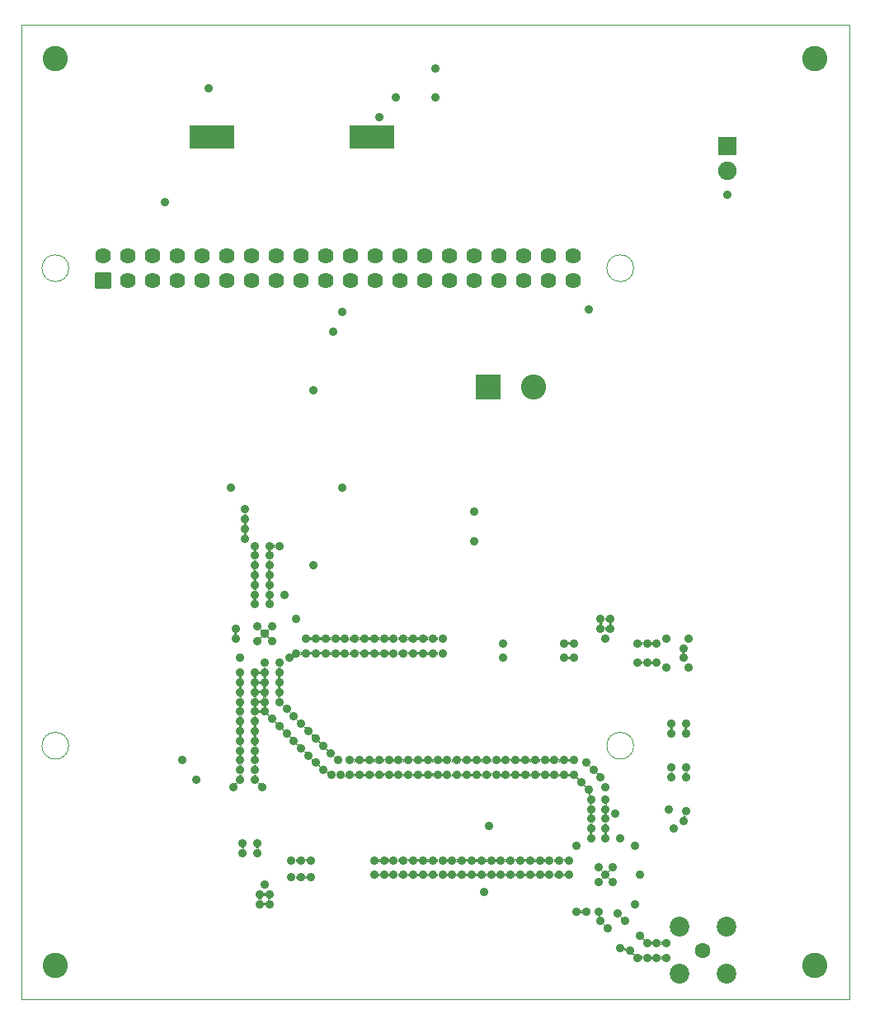
<source format=gbr>
%TF.GenerationSoftware,KiCad,Pcbnew,(6.0.7)*%
%TF.CreationDate,2022-12-06T03:31:19-06:00*%
%TF.ProjectId,Narwal_v1,4e617277-616c-45f7-9631-2e6b69636164,1*%
%TF.SameCoordinates,Original*%
%TF.FileFunction,Soldermask,Bot*%
%TF.FilePolarity,Negative*%
%FSLAX46Y46*%
G04 Gerber Fmt 4.6, Leading zero omitted, Abs format (unit mm)*
G04 Created by KiCad (PCBNEW (6.0.7)) date 2022-12-06 03:31:19*
%MOMM*%
%LPD*%
G01*
G04 APERTURE LIST*
G04 Aperture macros list*
%AMRoundRect*
0 Rectangle with rounded corners*
0 $1 Rounding radius*
0 $2 $3 $4 $5 $6 $7 $8 $9 X,Y pos of 4 corners*
0 Add a 4 corners polygon primitive as box body*
4,1,4,$2,$3,$4,$5,$6,$7,$8,$9,$2,$3,0*
0 Add four circle primitives for the rounded corners*
1,1,$1+$1,$2,$3*
1,1,$1+$1,$4,$5*
1,1,$1+$1,$6,$7*
1,1,$1+$1,$8,$9*
0 Add four rect primitives between the rounded corners*
20,1,$1+$1,$2,$3,$4,$5,0*
20,1,$1+$1,$4,$5,$6,$7,0*
20,1,$1+$1,$6,$7,$8,$9,0*
20,1,$1+$1,$8,$9,$2,$3,0*%
G04 Aperture macros list end*
%TA.AperFunction,Profile*%
%ADD10C,0.100000*%
%TD*%
%TA.AperFunction,Profile*%
%ADD11C,0.120000*%
%TD*%
%ADD12RoundRect,0.050000X-1.240000X-1.240000X1.240000X-1.240000X1.240000X1.240000X-1.240000X1.240000X0*%
%ADD13C,2.580000*%
%ADD14C,2.600000*%
%ADD15RoundRect,0.050000X-0.762000X-0.762000X0.762000X-0.762000X0.762000X0.762000X-0.762000X0.762000X0*%
%ADD16C,1.624000*%
%ADD17C,1.608000*%
%ADD18C,2.020000*%
%ADD19RoundRect,0.050000X-0.900000X0.900000X-0.900000X-0.900000X0.900000X-0.900000X0.900000X0.900000X0*%
%ADD20C,1.900000*%
%ADD21RoundRect,0.050000X2.250000X1.150000X-2.250000X1.150000X-2.250000X-1.150000X2.250000X-1.150000X0*%
%ADD22C,0.900000*%
G04 APERTURE END LIST*
D10*
X100000000Y-50000000D02*
X185000000Y-50000000D01*
X185000000Y-50000000D02*
X185000000Y-150000000D01*
X185000000Y-150000000D02*
X100000000Y-150000000D01*
X100000000Y-150000000D02*
X100000000Y-50000000D01*
X100000000Y-50000000D02*
X185000000Y-50000000D01*
X185000000Y-50000000D02*
X185000000Y-150000000D01*
X185000000Y-150000000D02*
X100000000Y-150000000D01*
X100000000Y-150000000D02*
X100000000Y-50000000D01*
D11*
%TO.C,A1*%
X162875000Y-75000000D02*
G75*
G03*
X162875000Y-75000000I-1375000J0D01*
G01*
X162875000Y-124000000D02*
G75*
G03*
X162875000Y-124000000I-1375000J0D01*
G01*
X104875000Y-124000000D02*
G75*
G03*
X104875000Y-124000000I-1375000J0D01*
G01*
X104875000Y-75000000D02*
G75*
G03*
X104875000Y-75000000I-1375000J0D01*
G01*
%TD*%
D12*
%TO.C,SW1*%
X147977500Y-87227500D03*
D13*
X152577500Y-87227500D03*
%TD*%
D14*
%TO.C,H1*%
X103500000Y-53500000D03*
%TD*%
%TO.C,H2*%
X181500000Y-53500000D03*
%TD*%
%TO.C,H3*%
X181500000Y-146500000D03*
%TD*%
D15*
%TO.C,A1*%
X108370000Y-76270000D03*
D16*
X108370000Y-73730000D03*
X110910000Y-76270000D03*
X110910000Y-73730000D03*
X113450000Y-76270000D03*
X113450000Y-73730000D03*
X115990000Y-76270000D03*
X115990000Y-73730000D03*
X118530000Y-76270000D03*
X118530000Y-73730000D03*
X121070000Y-76270000D03*
X121070000Y-73730000D03*
X123610000Y-76270000D03*
X123610000Y-73730000D03*
X126150000Y-76270000D03*
X126150000Y-73730000D03*
X128690000Y-76270000D03*
X128690000Y-73730000D03*
X131230000Y-76270000D03*
X131230000Y-73730000D03*
X133770000Y-76270000D03*
X133770000Y-73730000D03*
X136310000Y-76270000D03*
X136310000Y-73730000D03*
X138850000Y-76270000D03*
X138850000Y-73730000D03*
X141390000Y-76270000D03*
X141390000Y-73730000D03*
X143930000Y-76270000D03*
X143930000Y-73730000D03*
X146470000Y-76270000D03*
X146470000Y-73730000D03*
X149010000Y-76270000D03*
X149010000Y-73730000D03*
X151550000Y-76270000D03*
X151550000Y-73730000D03*
X154090000Y-76270000D03*
X154090000Y-73730000D03*
X156630000Y-76270000D03*
X156630000Y-73730000D03*
%TD*%
D14*
%TO.C,H4*%
X103500000Y-146500000D03*
%TD*%
D17*
%TO.C,J1*%
X170000000Y-145000000D03*
D18*
X167600000Y-142600000D03*
X167600000Y-147400000D03*
X172400000Y-147400000D03*
X172400000Y-142600000D03*
%TD*%
D19*
%TO.C,D1*%
X172500000Y-62500000D03*
D20*
X172500000Y-65040000D03*
%TD*%
D21*
%TO.C,BT1*%
X119575000Y-61500000D03*
X135975000Y-61500000D03*
%TD*%
D22*
X146500000Y-100000000D03*
X146500000Y-103000000D03*
X128250000Y-111000000D03*
X158250000Y-79250000D03*
X157000000Y-141000000D03*
X141250000Y-135750000D03*
X128000000Y-121000000D03*
X125500000Y-104500000D03*
X124000000Y-106500000D03*
X158500000Y-131500000D03*
X160000000Y-137250000D03*
X163500000Y-137250000D03*
X126500000Y-117500000D03*
X159500000Y-127250000D03*
X134250000Y-113000000D03*
X164250000Y-145750000D03*
X140250000Y-137250000D03*
X166250000Y-144250000D03*
X168500000Y-113000000D03*
X130250000Y-125750000D03*
X131250000Y-114500000D03*
X168250000Y-130750000D03*
X122000000Y-113000000D03*
X148000000Y-132250000D03*
X159500000Y-112000000D03*
X148750000Y-127000000D03*
X167000000Y-132500000D03*
X159250000Y-141000000D03*
X124000000Y-109500000D03*
X139250000Y-113000000D03*
X124000000Y-108500000D03*
X154250000Y-137250000D03*
X136750000Y-125500000D03*
X152750000Y-125500000D03*
X137250000Y-113000000D03*
X123000000Y-99750000D03*
X154750000Y-125500000D03*
X155750000Y-115000000D03*
X149500000Y-115000000D03*
X134750000Y-127000000D03*
X165250000Y-145750000D03*
X147750000Y-127000000D03*
X160000000Y-129500000D03*
X166750000Y-126250000D03*
X159500000Y-111000000D03*
X155750000Y-127000000D03*
X122500000Y-119500000D03*
X161250000Y-141250000D03*
X156750000Y-115000000D03*
X124000000Y-125500000D03*
X125000000Y-112500000D03*
X123000000Y-100750000D03*
X150250000Y-135750000D03*
X146250000Y-135750000D03*
X126500000Y-116500000D03*
X147750000Y-125500000D03*
X123000000Y-101750000D03*
X129250000Y-114500000D03*
X168500000Y-116000000D03*
X125000000Y-115500000D03*
X147250000Y-137250000D03*
X138750000Y-127000000D03*
X153750000Y-127000000D03*
X125500000Y-109500000D03*
X142250000Y-135750000D03*
X129250000Y-113000000D03*
X145250000Y-135750000D03*
X127750000Y-135750000D03*
X149500000Y-113500000D03*
X163000000Y-134250000D03*
X128750000Y-137500000D03*
X125500000Y-139250000D03*
X130250000Y-113000000D03*
X141250000Y-113000000D03*
X148750000Y-125500000D03*
X165250000Y-144250000D03*
X127250000Y-120250000D03*
X125750000Y-111750000D03*
X122500000Y-124500000D03*
X121750000Y-128250000D03*
X148250000Y-137250000D03*
X124500000Y-140250000D03*
X144750000Y-127000000D03*
X151750000Y-125500000D03*
X125000000Y-116500000D03*
X124000000Y-116500000D03*
X150750000Y-127000000D03*
X124000000Y-121500000D03*
X128750000Y-135750000D03*
X153750000Y-125500000D03*
X124000000Y-123500000D03*
X161000000Y-131000000D03*
X124000000Y-105500000D03*
X154250000Y-135750000D03*
X153250000Y-135750000D03*
X136250000Y-113000000D03*
X164250000Y-115500000D03*
X148250000Y-135750000D03*
X158750000Y-126500000D03*
X141750000Y-125500000D03*
X166250000Y-116000000D03*
X142250000Y-113000000D03*
X166750000Y-127250000D03*
X122500000Y-126500000D03*
X124000000Y-126500000D03*
X124250000Y-134000000D03*
X149250000Y-137250000D03*
X160250000Y-142750000D03*
X137750000Y-127000000D03*
X128000000Y-123500000D03*
X168000000Y-114000000D03*
X140250000Y-135750000D03*
X142750000Y-125500000D03*
X156750000Y-125500000D03*
X163500000Y-143500000D03*
X136750000Y-127000000D03*
X127250000Y-122750000D03*
X156250000Y-137250000D03*
X163250000Y-145750000D03*
X135250000Y-113000000D03*
X122750000Y-134000000D03*
X168250000Y-122750000D03*
X132250000Y-114500000D03*
X153250000Y-137250000D03*
X156750000Y-113500000D03*
X156250000Y-135750000D03*
X124000000Y-120500000D03*
X163000000Y-140250000D03*
X122500000Y-115000000D03*
X147250000Y-135750000D03*
X151250000Y-137250000D03*
X146250000Y-137250000D03*
X168250000Y-126250000D03*
X122750000Y-135000000D03*
X158000000Y-125750000D03*
X136250000Y-137250000D03*
X141250000Y-137250000D03*
X122500000Y-125500000D03*
X125000000Y-120500000D03*
X140750000Y-125500000D03*
X139250000Y-114500000D03*
X127500000Y-115000000D03*
X143250000Y-114500000D03*
X143250000Y-135750000D03*
X135250000Y-114500000D03*
X145750000Y-125500000D03*
X125000000Y-138250000D03*
X144250000Y-137250000D03*
X137250000Y-114500000D03*
X162500000Y-145000000D03*
X152250000Y-135750000D03*
X158500000Y-129500000D03*
X158250000Y-128500000D03*
X125500000Y-105500000D03*
X163250000Y-115500000D03*
X123000000Y-102750000D03*
X138250000Y-114500000D03*
X160000000Y-128250000D03*
X161500000Y-144750000D03*
X125000000Y-119500000D03*
X125750000Y-113250000D03*
X159250000Y-136500000D03*
X166750000Y-121750000D03*
X140250000Y-114500000D03*
X126500000Y-119500000D03*
X135750000Y-125500000D03*
X125500000Y-108500000D03*
X165250000Y-113500000D03*
X145250000Y-137250000D03*
X132500000Y-125500000D03*
X124000000Y-104500000D03*
X134750000Y-125500000D03*
X125750000Y-121250000D03*
X157500000Y-127750000D03*
X125500000Y-140250000D03*
X131750000Y-124750000D03*
X160000000Y-131500000D03*
X145750000Y-127000000D03*
X142250000Y-114500000D03*
X160500000Y-111000000D03*
X166250000Y-113000000D03*
X168250000Y-121750000D03*
X155750000Y-113500000D03*
X143250000Y-137250000D03*
X126500000Y-118500000D03*
X132825000Y-127000000D03*
X138250000Y-137250000D03*
X155250000Y-137250000D03*
X125500000Y-107500000D03*
X164250000Y-144250000D03*
X124000000Y-124500000D03*
X128250000Y-114500000D03*
X122500000Y-120500000D03*
X151250000Y-135750000D03*
X122500000Y-122500000D03*
X158500000Y-130500000D03*
X124000000Y-107500000D03*
X155750000Y-125500000D03*
X140750000Y-127000000D03*
X124750000Y-128250000D03*
X157000000Y-134250000D03*
X146750000Y-127000000D03*
X134250000Y-114500000D03*
X122500000Y-127500000D03*
X124000000Y-127500000D03*
X137250000Y-135750000D03*
X160000000Y-113000000D03*
X131900000Y-127000000D03*
X130250000Y-114500000D03*
X168000000Y-115000000D03*
X128750000Y-121750000D03*
X131250000Y-113000000D03*
X133750000Y-125500000D03*
X133250000Y-113000000D03*
X142750000Y-127000000D03*
X122500000Y-116500000D03*
X146750000Y-125500000D03*
X122000000Y-112000000D03*
X144250000Y-135750000D03*
X126500000Y-122000000D03*
X137750000Y-125500000D03*
X122500000Y-118500000D03*
X159500000Y-142000000D03*
X136250000Y-114500000D03*
X152250000Y-137250000D03*
X126500000Y-103500000D03*
X126500000Y-115500000D03*
X129750000Y-135750000D03*
X124000000Y-117500000D03*
X129750000Y-137500000D03*
X122500000Y-121500000D03*
X124000000Y-118500000D03*
X165250000Y-115500000D03*
X141750000Y-127000000D03*
X130250000Y-123250000D03*
X149750000Y-127000000D03*
X125500000Y-106500000D03*
X129500000Y-125000000D03*
X158500000Y-132500000D03*
X159250000Y-138000000D03*
X133750000Y-127000000D03*
X122500000Y-123500000D03*
X127750000Y-137500000D03*
X161500000Y-133500000D03*
X151750000Y-127000000D03*
X168000000Y-131750000D03*
X124000000Y-122500000D03*
X139250000Y-135750000D03*
X160750000Y-138000000D03*
X140250000Y-113000000D03*
X160750000Y-136500000D03*
X131000000Y-124000000D03*
X162000000Y-142000000D03*
X164250000Y-113500000D03*
X135750000Y-127000000D03*
X139750000Y-127000000D03*
X163250000Y-113500000D03*
X128750000Y-124250000D03*
X138750000Y-125500000D03*
X143250000Y-113000000D03*
X155250000Y-135750000D03*
X158500000Y-133500000D03*
X139250000Y-137250000D03*
X149250000Y-135750000D03*
X143750000Y-127000000D03*
X124250000Y-113250000D03*
X125000000Y-117500000D03*
X152750000Y-127000000D03*
X166750000Y-122750000D03*
X166500000Y-130500000D03*
X160500000Y-112000000D03*
X166250000Y-145750000D03*
X133250000Y-114500000D03*
X132250000Y-113000000D03*
X124250000Y-111750000D03*
X124000000Y-119500000D03*
X168250000Y-127250000D03*
X149750000Y-125500000D03*
X143750000Y-125500000D03*
X156750000Y-127000000D03*
X124000000Y-103500000D03*
X150750000Y-125500000D03*
X125500000Y-103500000D03*
X154750000Y-127000000D03*
X142250000Y-137250000D03*
X141250000Y-114500000D03*
X136250000Y-135750000D03*
X139750000Y-125500000D03*
X160000000Y-132500000D03*
X125000000Y-118500000D03*
X160000000Y-133500000D03*
X137250000Y-137250000D03*
X144750000Y-125500000D03*
X129500000Y-122500000D03*
X150250000Y-137250000D03*
X138250000Y-113000000D03*
X160000000Y-130500000D03*
X131000000Y-126500000D03*
X124250000Y-135000000D03*
X138250000Y-135750000D03*
X124500000Y-139250000D03*
X122500000Y-117500000D03*
X127000000Y-108500000D03*
X158000000Y-141000000D03*
X133000000Y-97500000D03*
X121500000Y-97500000D03*
X142525000Y-54500000D03*
X119250000Y-56500000D03*
X116500000Y-125500000D03*
X130000000Y-105500000D03*
X118000000Y-127500000D03*
X172500000Y-67500000D03*
X147500000Y-139000000D03*
X142500000Y-57500000D03*
X138500000Y-57500000D03*
X114750000Y-68250000D03*
X133000000Y-79500000D03*
X132000000Y-81500000D03*
X136775000Y-59500000D03*
X130000000Y-87500000D03*
G36*
X163636303Y-145518678D02*
G01*
X163640551Y-145524215D01*
X163640812Y-145524667D01*
X163658540Y-145567466D01*
X163658355Y-145568874D01*
X163659326Y-145569380D01*
X163698850Y-145615656D01*
X163757681Y-145629780D01*
X163813657Y-145606594D01*
X163840210Y-145570048D01*
X163842037Y-145569235D01*
X163843655Y-145570411D01*
X163843638Y-145572074D01*
X163821595Y-145619023D01*
X163802054Y-145744527D01*
X163818523Y-145870470D01*
X163844104Y-145928608D01*
X163843950Y-145930014D01*
X163845104Y-145930879D01*
X163865460Y-145977141D01*
X163865242Y-145979130D01*
X163863411Y-145979935D01*
X163862042Y-145979165D01*
X163859449Y-145975786D01*
X163859188Y-145975333D01*
X163841425Y-145932450D01*
X163841595Y-145931158D01*
X163840752Y-145930712D01*
X163801150Y-145884344D01*
X163742319Y-145870220D01*
X163686343Y-145893406D01*
X163660377Y-145929144D01*
X163658550Y-145929957D01*
X163656932Y-145928781D01*
X163656959Y-145927096D01*
X163676774Y-145886200D01*
X163697868Y-145760817D01*
X163697998Y-145750131D01*
X163679973Y-145624268D01*
X163655984Y-145571507D01*
X163656132Y-145569992D01*
X163654871Y-145569059D01*
X163632895Y-145520723D01*
X163633089Y-145518732D01*
X163634909Y-145517904D01*
X163636303Y-145518678D01*
G37*
G36*
X164636303Y-145518678D02*
G01*
X164640551Y-145524215D01*
X164640812Y-145524667D01*
X164658540Y-145567466D01*
X164658355Y-145568874D01*
X164659326Y-145569380D01*
X164698850Y-145615656D01*
X164757681Y-145629780D01*
X164813657Y-145606594D01*
X164840210Y-145570048D01*
X164842037Y-145569235D01*
X164843655Y-145570411D01*
X164843638Y-145572074D01*
X164821595Y-145619023D01*
X164802054Y-145744527D01*
X164818523Y-145870470D01*
X164844104Y-145928608D01*
X164843950Y-145930014D01*
X164845104Y-145930879D01*
X164865460Y-145977141D01*
X164865242Y-145979130D01*
X164863411Y-145979935D01*
X164862042Y-145979165D01*
X164859449Y-145975786D01*
X164859188Y-145975333D01*
X164841425Y-145932450D01*
X164841595Y-145931158D01*
X164840752Y-145930712D01*
X164801150Y-145884344D01*
X164742319Y-145870220D01*
X164686343Y-145893406D01*
X164660377Y-145929144D01*
X164658550Y-145929957D01*
X164656932Y-145928781D01*
X164656959Y-145927096D01*
X164676774Y-145886200D01*
X164697868Y-145760817D01*
X164697998Y-145750131D01*
X164679973Y-145624268D01*
X164655984Y-145571507D01*
X164656132Y-145569992D01*
X164654871Y-145569059D01*
X164632895Y-145520723D01*
X164633089Y-145518732D01*
X164634909Y-145517904D01*
X164636303Y-145518678D01*
G37*
G36*
X165636303Y-145518678D02*
G01*
X165640551Y-145524215D01*
X165640812Y-145524667D01*
X165658540Y-145567466D01*
X165658355Y-145568874D01*
X165659326Y-145569380D01*
X165698850Y-145615656D01*
X165757681Y-145629780D01*
X165813657Y-145606594D01*
X165840210Y-145570048D01*
X165842037Y-145569235D01*
X165843655Y-145570411D01*
X165843638Y-145572074D01*
X165821595Y-145619023D01*
X165802054Y-145744527D01*
X165818523Y-145870470D01*
X165844104Y-145928608D01*
X165843950Y-145930014D01*
X165845104Y-145930879D01*
X165865460Y-145977141D01*
X165865242Y-145979130D01*
X165863411Y-145979935D01*
X165862042Y-145979165D01*
X165859449Y-145975786D01*
X165859188Y-145975333D01*
X165841425Y-145932450D01*
X165841595Y-145931158D01*
X165840752Y-145930712D01*
X165801150Y-145884344D01*
X165742319Y-145870220D01*
X165686343Y-145893406D01*
X165660377Y-145929144D01*
X165658550Y-145929957D01*
X165656932Y-145928781D01*
X165656959Y-145927096D01*
X165676774Y-145886200D01*
X165697868Y-145760817D01*
X165697998Y-145750131D01*
X165679973Y-145624268D01*
X165655984Y-145571507D01*
X165656132Y-145569992D01*
X165654871Y-145569059D01*
X165632895Y-145520723D01*
X165633089Y-145518732D01*
X165634909Y-145517904D01*
X165636303Y-145518678D01*
G37*
G36*
X162907018Y-145183855D02*
G01*
X162907211Y-145185743D01*
X162886823Y-145234963D01*
X162882050Y-145295613D01*
X162913662Y-145347200D01*
X162969640Y-145370387D01*
X163014961Y-145363208D01*
X163042865Y-145351650D01*
X163044848Y-145351911D01*
X163045613Y-145353759D01*
X163044697Y-145355189D01*
X162959657Y-145408845D01*
X162875575Y-145504050D01*
X162845678Y-145567729D01*
X162844037Y-145568872D01*
X162842227Y-145568022D01*
X162842020Y-145566114D01*
X162863177Y-145515037D01*
X162867950Y-145454387D01*
X162836338Y-145402800D01*
X162780360Y-145379613D01*
X162735039Y-145386792D01*
X162704676Y-145399369D01*
X162702693Y-145399108D01*
X162701928Y-145397260D01*
X162702865Y-145395817D01*
X162786154Y-145344677D01*
X162871392Y-145250507D01*
X162903563Y-145184106D01*
X162905218Y-145182983D01*
X162907018Y-145183855D01*
G37*
G36*
X161946611Y-144712871D02*
G01*
X161972324Y-144766780D01*
X162025495Y-144795649D01*
X162085566Y-144787742D01*
X162117823Y-144761621D01*
X162119799Y-144761308D01*
X162121057Y-144762862D01*
X162120892Y-144764025D01*
X162071595Y-144869023D01*
X162052054Y-144994527D01*
X162057592Y-145036879D01*
X162056825Y-145038726D01*
X162054842Y-145038985D01*
X162053804Y-145037999D01*
X162027676Y-144983220D01*
X161974505Y-144954351D01*
X161914434Y-144962258D01*
X161881066Y-144989279D01*
X161879090Y-144989592D01*
X161877832Y-144988038D01*
X161878007Y-144986853D01*
X161926774Y-144886200D01*
X161947868Y-144760817D01*
X161947998Y-144750131D01*
X161942826Y-144714016D01*
X161943571Y-144712159D01*
X161945550Y-144711876D01*
X161946611Y-144712871D01*
G37*
G36*
X164636303Y-144018678D02*
G01*
X164640551Y-144024215D01*
X164640812Y-144024667D01*
X164658540Y-144067466D01*
X164658355Y-144068874D01*
X164659326Y-144069380D01*
X164698850Y-144115656D01*
X164757681Y-144129780D01*
X164813657Y-144106594D01*
X164840210Y-144070048D01*
X164842037Y-144069235D01*
X164843655Y-144070411D01*
X164843638Y-144072074D01*
X164821595Y-144119023D01*
X164802054Y-144244527D01*
X164818523Y-144370470D01*
X164844104Y-144428608D01*
X164843950Y-144430014D01*
X164845104Y-144430879D01*
X164865460Y-144477141D01*
X164865242Y-144479130D01*
X164863411Y-144479935D01*
X164862042Y-144479165D01*
X164859449Y-144475786D01*
X164859188Y-144475333D01*
X164841425Y-144432450D01*
X164841595Y-144431158D01*
X164840752Y-144430712D01*
X164801150Y-144384344D01*
X164742319Y-144370220D01*
X164686343Y-144393406D01*
X164660377Y-144429144D01*
X164658550Y-144429957D01*
X164656932Y-144428781D01*
X164656959Y-144427096D01*
X164676774Y-144386199D01*
X164697868Y-144260817D01*
X164697998Y-144250131D01*
X164679973Y-144124268D01*
X164655984Y-144071507D01*
X164656132Y-144069992D01*
X164654871Y-144069059D01*
X164632895Y-144020723D01*
X164633089Y-144018732D01*
X164634909Y-144017904D01*
X164636303Y-144018678D01*
G37*
G36*
X165636303Y-144018678D02*
G01*
X165640551Y-144024215D01*
X165640812Y-144024667D01*
X165658540Y-144067466D01*
X165658355Y-144068874D01*
X165659326Y-144069380D01*
X165698850Y-144115656D01*
X165757681Y-144129780D01*
X165813657Y-144106594D01*
X165840210Y-144070048D01*
X165842037Y-144069235D01*
X165843655Y-144070411D01*
X165843638Y-144072074D01*
X165821595Y-144119023D01*
X165802054Y-144244527D01*
X165818523Y-144370470D01*
X165844104Y-144428608D01*
X165843950Y-144430014D01*
X165845104Y-144430879D01*
X165865460Y-144477141D01*
X165865242Y-144479130D01*
X165863411Y-144479935D01*
X165862042Y-144479165D01*
X165859449Y-144475786D01*
X165859188Y-144475333D01*
X165841425Y-144432450D01*
X165841595Y-144431158D01*
X165840752Y-144430712D01*
X165801150Y-144384344D01*
X165742319Y-144370220D01*
X165686343Y-144393406D01*
X165660377Y-144429144D01*
X165658550Y-144429957D01*
X165656932Y-144428781D01*
X165656959Y-144427096D01*
X165676774Y-144386199D01*
X165697868Y-144260817D01*
X165697998Y-144250131D01*
X165679973Y-144124268D01*
X165655984Y-144071507D01*
X165656132Y-144069992D01*
X165654871Y-144069059D01*
X165632895Y-144020723D01*
X165633089Y-144018732D01*
X165634909Y-144017904D01*
X165636303Y-144018678D01*
G37*
G36*
X163907018Y-143683855D02*
G01*
X163907211Y-143685743D01*
X163886823Y-143734963D01*
X163882050Y-143795613D01*
X163913662Y-143847200D01*
X163969640Y-143870387D01*
X164014961Y-143863208D01*
X164042865Y-143851650D01*
X164044848Y-143851911D01*
X164045613Y-143853759D01*
X164044697Y-143855189D01*
X163959657Y-143908845D01*
X163875575Y-144004050D01*
X163845678Y-144067729D01*
X163844037Y-144068872D01*
X163842227Y-144068022D01*
X163842020Y-144066114D01*
X163863177Y-144015037D01*
X163867950Y-143954387D01*
X163836338Y-143902800D01*
X163780360Y-143879613D01*
X163735039Y-143886792D01*
X163704676Y-143899369D01*
X163702693Y-143899108D01*
X163701928Y-143897260D01*
X163702865Y-143895817D01*
X163786154Y-143844677D01*
X163871392Y-143750507D01*
X163903563Y-143684106D01*
X163905218Y-143682983D01*
X163907018Y-143683855D01*
G37*
G36*
X159907018Y-142183855D02*
G01*
X159907211Y-142185743D01*
X159886823Y-142234963D01*
X159882050Y-142295613D01*
X159913662Y-142347200D01*
X159969640Y-142370387D01*
X160014961Y-142363208D01*
X160042865Y-142351650D01*
X160044848Y-142351911D01*
X160045613Y-142353759D01*
X160044697Y-142355189D01*
X159959657Y-142408845D01*
X159875575Y-142504050D01*
X159845678Y-142567729D01*
X159844037Y-142568872D01*
X159842227Y-142568022D01*
X159842020Y-142566114D01*
X159863177Y-142515037D01*
X159867950Y-142454387D01*
X159836338Y-142402800D01*
X159780360Y-142379613D01*
X159735039Y-142386792D01*
X159704676Y-142399369D01*
X159702693Y-142399108D01*
X159701928Y-142397260D01*
X159702865Y-142395817D01*
X159786154Y-142344677D01*
X159871392Y-142250507D01*
X159903563Y-142184106D01*
X159905218Y-142182983D01*
X159907018Y-142183855D01*
G37*
G36*
X161657018Y-141433855D02*
G01*
X161657211Y-141435743D01*
X161636823Y-141484963D01*
X161632050Y-141545613D01*
X161663662Y-141597200D01*
X161719640Y-141620387D01*
X161764961Y-141613208D01*
X161792865Y-141601650D01*
X161794848Y-141601911D01*
X161795613Y-141603759D01*
X161794697Y-141605189D01*
X161709657Y-141658845D01*
X161625575Y-141754050D01*
X161595678Y-141817729D01*
X161594037Y-141818872D01*
X161592227Y-141818022D01*
X161592020Y-141816114D01*
X161613177Y-141765037D01*
X161617950Y-141704387D01*
X161586338Y-141652800D01*
X161530360Y-141629613D01*
X161485039Y-141636792D01*
X161454676Y-141649369D01*
X161452693Y-141649108D01*
X161451928Y-141647260D01*
X161452865Y-141645817D01*
X161536154Y-141594677D01*
X161621392Y-141500507D01*
X161653563Y-141434106D01*
X161655218Y-141432983D01*
X161657018Y-141433855D01*
G37*
G36*
X159503488Y-141368254D02*
G01*
X159502707Y-141369895D01*
X159491199Y-141378725D01*
X159456742Y-141428861D01*
X159458326Y-141489342D01*
X159495211Y-141537411D01*
X159535513Y-141552882D01*
X159536771Y-141554436D01*
X159536055Y-141556303D01*
X159534784Y-141556749D01*
X159439202Y-141556165D01*
X159317074Y-141591070D01*
X159247572Y-141634922D01*
X159245574Y-141635001D01*
X159244507Y-141633310D01*
X159245288Y-141631644D01*
X159258800Y-141621276D01*
X159293258Y-141571139D01*
X159291674Y-141510658D01*
X159254789Y-141462589D01*
X159213504Y-141446741D01*
X159212246Y-141445187D01*
X159212962Y-141443320D01*
X159214258Y-141442874D01*
X159305371Y-141444544D01*
X159427918Y-141411134D01*
X159500443Y-141366604D01*
X159502442Y-141366550D01*
X159503488Y-141368254D01*
G37*
G36*
X157386303Y-140768678D02*
G01*
X157390551Y-140774215D01*
X157390812Y-140774667D01*
X157408540Y-140817466D01*
X157408355Y-140818874D01*
X157409326Y-140819380D01*
X157448850Y-140865656D01*
X157507681Y-140879780D01*
X157563657Y-140856594D01*
X157590210Y-140820048D01*
X157592037Y-140819235D01*
X157593655Y-140820411D01*
X157593638Y-140822074D01*
X157571595Y-140869023D01*
X157552054Y-140994527D01*
X157568523Y-141120470D01*
X157594104Y-141178608D01*
X157593950Y-141180014D01*
X157595104Y-141180879D01*
X157615460Y-141227141D01*
X157615242Y-141229130D01*
X157613411Y-141229935D01*
X157612042Y-141229165D01*
X157609449Y-141225786D01*
X157609188Y-141225333D01*
X157591425Y-141182450D01*
X157591595Y-141181158D01*
X157590752Y-141180712D01*
X157551150Y-141134344D01*
X157492319Y-141120220D01*
X157436343Y-141143406D01*
X157410377Y-141179144D01*
X157408550Y-141179957D01*
X157406932Y-141178781D01*
X157406959Y-141177096D01*
X157426774Y-141136200D01*
X157447868Y-141010817D01*
X157447998Y-141000131D01*
X157429973Y-140874268D01*
X157405984Y-140821507D01*
X157406132Y-140819992D01*
X157404871Y-140819059D01*
X157382895Y-140770723D01*
X157383089Y-140768732D01*
X157384909Y-140767904D01*
X157386303Y-140768678D01*
G37*
G36*
X124886303Y-140018678D02*
G01*
X124890551Y-140024215D01*
X124890812Y-140024667D01*
X124908540Y-140067466D01*
X124908355Y-140068874D01*
X124909326Y-140069380D01*
X124948850Y-140115656D01*
X125007681Y-140129780D01*
X125063657Y-140106594D01*
X125090210Y-140070048D01*
X125092037Y-140069235D01*
X125093655Y-140070411D01*
X125093638Y-140072074D01*
X125071595Y-140119023D01*
X125052054Y-140244527D01*
X125068523Y-140370470D01*
X125094104Y-140428608D01*
X125093950Y-140430014D01*
X125095104Y-140430879D01*
X125115460Y-140477141D01*
X125115242Y-140479130D01*
X125113411Y-140479935D01*
X125112042Y-140479165D01*
X125109449Y-140475786D01*
X125109188Y-140475333D01*
X125091425Y-140432450D01*
X125091595Y-140431158D01*
X125090752Y-140430712D01*
X125051150Y-140384344D01*
X124992319Y-140370220D01*
X124936343Y-140393406D01*
X124910377Y-140429144D01*
X124908550Y-140429957D01*
X124906932Y-140428781D01*
X124906959Y-140427096D01*
X124926774Y-140386200D01*
X124947868Y-140260817D01*
X124947998Y-140250131D01*
X124929973Y-140124268D01*
X124905984Y-140071507D01*
X124906132Y-140069992D01*
X124904871Y-140069059D01*
X124882895Y-140020723D01*
X124883089Y-140018732D01*
X124884909Y-140017904D01*
X124886303Y-140018678D01*
G37*
G36*
X124428374Y-139692216D02*
G01*
X124555371Y-139694544D01*
X124670161Y-139663249D01*
X124672095Y-139663759D01*
X124672621Y-139665688D01*
X124671986Y-139666700D01*
X124634344Y-139698849D01*
X124620220Y-139757681D01*
X124643406Y-139813657D01*
X124672206Y-139834582D01*
X124673019Y-139836409D01*
X124671843Y-139838027D01*
X124670457Y-139838116D01*
X124566216Y-139806941D01*
X124439202Y-139806165D01*
X124328682Y-139837752D01*
X124326741Y-139837266D01*
X124326192Y-139835343D01*
X124326833Y-139834308D01*
X124365656Y-139801150D01*
X124379780Y-139742319D01*
X124356594Y-139686343D01*
X124326477Y-139664462D01*
X124325664Y-139662635D01*
X124326840Y-139661017D01*
X124328249Y-139660935D01*
X124428374Y-139692216D01*
G37*
G36*
X125428374Y-139692216D02*
G01*
X125555371Y-139694544D01*
X125670161Y-139663249D01*
X125672095Y-139663759D01*
X125672621Y-139665688D01*
X125671986Y-139666700D01*
X125634344Y-139698849D01*
X125620220Y-139757681D01*
X125643406Y-139813657D01*
X125672206Y-139834582D01*
X125673019Y-139836409D01*
X125671843Y-139838027D01*
X125670457Y-139838116D01*
X125566216Y-139806941D01*
X125439202Y-139806165D01*
X125328682Y-139837752D01*
X125326741Y-139837266D01*
X125326192Y-139835343D01*
X125326833Y-139834308D01*
X125365656Y-139801150D01*
X125379780Y-139742319D01*
X125356594Y-139686343D01*
X125326477Y-139664462D01*
X125325664Y-139662635D01*
X125326840Y-139661017D01*
X125328249Y-139660935D01*
X125428374Y-139692216D01*
G37*
G36*
X124886303Y-139018678D02*
G01*
X124890551Y-139024215D01*
X124890812Y-139024667D01*
X124908540Y-139067466D01*
X124908355Y-139068874D01*
X124909326Y-139069380D01*
X124948850Y-139115656D01*
X125007681Y-139129780D01*
X125063657Y-139106594D01*
X125090210Y-139070048D01*
X125092037Y-139069235D01*
X125093655Y-139070411D01*
X125093638Y-139072074D01*
X125071595Y-139119023D01*
X125052054Y-139244527D01*
X125068523Y-139370470D01*
X125094104Y-139428608D01*
X125093950Y-139430014D01*
X125095104Y-139430879D01*
X125115460Y-139477141D01*
X125115242Y-139479130D01*
X125113411Y-139479935D01*
X125112042Y-139479165D01*
X125109449Y-139475786D01*
X125109188Y-139475333D01*
X125091425Y-139432450D01*
X125091595Y-139431158D01*
X125090752Y-139430712D01*
X125051150Y-139384344D01*
X124992319Y-139370220D01*
X124936343Y-139393406D01*
X124910377Y-139429144D01*
X124908550Y-139429957D01*
X124906932Y-139428781D01*
X124906959Y-139427096D01*
X124926774Y-139386200D01*
X124947868Y-139260817D01*
X124947998Y-139250131D01*
X124929973Y-139124268D01*
X124905984Y-139071507D01*
X124906132Y-139069992D01*
X124904871Y-139069059D01*
X124882895Y-139020723D01*
X124883089Y-139018732D01*
X124884909Y-139017904D01*
X124886303Y-139018678D01*
G37*
G36*
X159595101Y-137430873D02*
G01*
X159619678Y-137486729D01*
X159701407Y-137583958D01*
X159789779Y-137642783D01*
X159790667Y-137644575D01*
X159789559Y-137646240D01*
X159787906Y-137646296D01*
X159765037Y-137636823D01*
X159704387Y-137632050D01*
X159652800Y-137663662D01*
X159629613Y-137719640D01*
X159636792Y-137764961D01*
X159658543Y-137817471D01*
X159658282Y-137819454D01*
X159656434Y-137820219D01*
X159654874Y-137819064D01*
X159627401Y-137758641D01*
X159544490Y-137662418D01*
X159457758Y-137606201D01*
X159456849Y-137604420D01*
X159457936Y-137602742D01*
X159459611Y-137602675D01*
X159484963Y-137613177D01*
X159545613Y-137617950D01*
X159597200Y-137586338D01*
X159620387Y-137530360D01*
X159613208Y-137485039D01*
X159591422Y-137432443D01*
X159591683Y-137430460D01*
X159593531Y-137429695D01*
X159595101Y-137430873D01*
G37*
G36*
X160407018Y-137433855D02*
G01*
X160407211Y-137435743D01*
X160386823Y-137484963D01*
X160382050Y-137545613D01*
X160413662Y-137597200D01*
X160469640Y-137620387D01*
X160514961Y-137613208D01*
X160542865Y-137601650D01*
X160544848Y-137601911D01*
X160545613Y-137603759D01*
X160544697Y-137605189D01*
X160459657Y-137658845D01*
X160375575Y-137754050D01*
X160345678Y-137817729D01*
X160344037Y-137818872D01*
X160342227Y-137818022D01*
X160342020Y-137816114D01*
X160363177Y-137765037D01*
X160367950Y-137704387D01*
X160336338Y-137652800D01*
X160280360Y-137629613D01*
X160235039Y-137636792D01*
X160204676Y-137649369D01*
X160202693Y-137649108D01*
X160201928Y-137647260D01*
X160202865Y-137645817D01*
X160286154Y-137594677D01*
X160371392Y-137500507D01*
X160403563Y-137434106D01*
X160405218Y-137432983D01*
X160407018Y-137433855D01*
G37*
G36*
X129136303Y-137268678D02*
G01*
X129140551Y-137274215D01*
X129140812Y-137274667D01*
X129158540Y-137317466D01*
X129158355Y-137318874D01*
X129159326Y-137319380D01*
X129198850Y-137365656D01*
X129257681Y-137379780D01*
X129313657Y-137356594D01*
X129340210Y-137320048D01*
X129342037Y-137319235D01*
X129343655Y-137320411D01*
X129343638Y-137322074D01*
X129321595Y-137369023D01*
X129302054Y-137494527D01*
X129318523Y-137620470D01*
X129344104Y-137678608D01*
X129343950Y-137680014D01*
X129345104Y-137680879D01*
X129365460Y-137727141D01*
X129365242Y-137729130D01*
X129363411Y-137729935D01*
X129362042Y-137729165D01*
X129359449Y-137725786D01*
X129359188Y-137725333D01*
X129341425Y-137682450D01*
X129341595Y-137681158D01*
X129340752Y-137680712D01*
X129301150Y-137634344D01*
X129242319Y-137620220D01*
X129186343Y-137643406D01*
X129160377Y-137679144D01*
X129158550Y-137679957D01*
X129156932Y-137678781D01*
X129156959Y-137677096D01*
X129176774Y-137636200D01*
X129197868Y-137510817D01*
X129197998Y-137500131D01*
X129179973Y-137374268D01*
X129155984Y-137321507D01*
X129156132Y-137319992D01*
X129154871Y-137319059D01*
X129132895Y-137270723D01*
X129133089Y-137268732D01*
X129134909Y-137267904D01*
X129136303Y-137268678D01*
G37*
G36*
X128136303Y-137268678D02*
G01*
X128140551Y-137274215D01*
X128140812Y-137274667D01*
X128158540Y-137317466D01*
X128158355Y-137318874D01*
X128159326Y-137319380D01*
X128198850Y-137365656D01*
X128257681Y-137379780D01*
X128313657Y-137356594D01*
X128340210Y-137320048D01*
X128342037Y-137319235D01*
X128343655Y-137320411D01*
X128343638Y-137322074D01*
X128321595Y-137369023D01*
X128302054Y-137494527D01*
X128318523Y-137620470D01*
X128344104Y-137678608D01*
X128343950Y-137680014D01*
X128345104Y-137680879D01*
X128365460Y-137727141D01*
X128365242Y-137729130D01*
X128363411Y-137729935D01*
X128362042Y-137729165D01*
X128359449Y-137725786D01*
X128359188Y-137725333D01*
X128341425Y-137682450D01*
X128341595Y-137681158D01*
X128340752Y-137680712D01*
X128301150Y-137634344D01*
X128242319Y-137620220D01*
X128186343Y-137643406D01*
X128160377Y-137679144D01*
X128158550Y-137679957D01*
X128156932Y-137678781D01*
X128156959Y-137677096D01*
X128176774Y-137636200D01*
X128197868Y-137510817D01*
X128197998Y-137500131D01*
X128179973Y-137374268D01*
X128155984Y-137321507D01*
X128156132Y-137319992D01*
X128154871Y-137319059D01*
X128132895Y-137270723D01*
X128133089Y-137268732D01*
X128134909Y-137267904D01*
X128136303Y-137268678D01*
G37*
G36*
X145636303Y-137018678D02*
G01*
X145640551Y-137024215D01*
X145640812Y-137024667D01*
X145658540Y-137067466D01*
X145658355Y-137068874D01*
X145659326Y-137069380D01*
X145698850Y-137115656D01*
X145757681Y-137129780D01*
X145813657Y-137106594D01*
X145840210Y-137070048D01*
X145842037Y-137069235D01*
X145843655Y-137070411D01*
X145843638Y-137072074D01*
X145821595Y-137119023D01*
X145802054Y-137244527D01*
X145818523Y-137370470D01*
X145844104Y-137428608D01*
X145843950Y-137430014D01*
X145845104Y-137430879D01*
X145865460Y-137477141D01*
X145865242Y-137479130D01*
X145863411Y-137479935D01*
X145862042Y-137479165D01*
X145859449Y-137475786D01*
X145859188Y-137475333D01*
X145841425Y-137432450D01*
X145841595Y-137431158D01*
X145840752Y-137430712D01*
X145801150Y-137384344D01*
X145742319Y-137370220D01*
X145686343Y-137393406D01*
X145660377Y-137429144D01*
X145658550Y-137429957D01*
X145656932Y-137428781D01*
X145656959Y-137427096D01*
X145676774Y-137386200D01*
X145697868Y-137260817D01*
X145697998Y-137250131D01*
X145679973Y-137124268D01*
X145655984Y-137071507D01*
X145656132Y-137069992D01*
X145654871Y-137069059D01*
X145632895Y-137020723D01*
X145633089Y-137018732D01*
X145634909Y-137017904D01*
X145636303Y-137018678D01*
G37*
G36*
X148636303Y-137018678D02*
G01*
X148640551Y-137024215D01*
X148640812Y-137024667D01*
X148658540Y-137067466D01*
X148658355Y-137068874D01*
X148659326Y-137069380D01*
X148698850Y-137115656D01*
X148757681Y-137129780D01*
X148813657Y-137106594D01*
X148840210Y-137070048D01*
X148842037Y-137069235D01*
X148843655Y-137070411D01*
X148843638Y-137072074D01*
X148821595Y-137119023D01*
X148802054Y-137244527D01*
X148818523Y-137370470D01*
X148844104Y-137428608D01*
X148843950Y-137430014D01*
X148845104Y-137430879D01*
X148865460Y-137477141D01*
X148865242Y-137479130D01*
X148863411Y-137479935D01*
X148862042Y-137479165D01*
X148859449Y-137475786D01*
X148859188Y-137475333D01*
X148841425Y-137432450D01*
X148841595Y-137431158D01*
X148840752Y-137430712D01*
X148801150Y-137384344D01*
X148742319Y-137370220D01*
X148686343Y-137393406D01*
X148660377Y-137429144D01*
X148658550Y-137429957D01*
X148656932Y-137428781D01*
X148656959Y-137427096D01*
X148676774Y-137386200D01*
X148697868Y-137260817D01*
X148697998Y-137250131D01*
X148679973Y-137124268D01*
X148655984Y-137071507D01*
X148656132Y-137069992D01*
X148654871Y-137069059D01*
X148632895Y-137020723D01*
X148633089Y-137018732D01*
X148634909Y-137017904D01*
X148636303Y-137018678D01*
G37*
G36*
X141636303Y-137018678D02*
G01*
X141640551Y-137024215D01*
X141640812Y-137024667D01*
X141658540Y-137067466D01*
X141658355Y-137068874D01*
X141659326Y-137069380D01*
X141698850Y-137115656D01*
X141757681Y-137129780D01*
X141813657Y-137106594D01*
X141840210Y-137070048D01*
X141842037Y-137069235D01*
X141843655Y-137070411D01*
X141843638Y-137072074D01*
X141821595Y-137119023D01*
X141802054Y-137244527D01*
X141818523Y-137370470D01*
X141844104Y-137428608D01*
X141843950Y-137430014D01*
X141845104Y-137430879D01*
X141865460Y-137477141D01*
X141865242Y-137479130D01*
X141863411Y-137479935D01*
X141862042Y-137479165D01*
X141859449Y-137475786D01*
X141859188Y-137475333D01*
X141841425Y-137432450D01*
X141841595Y-137431158D01*
X141840752Y-137430712D01*
X141801150Y-137384344D01*
X141742319Y-137370220D01*
X141686343Y-137393406D01*
X141660377Y-137429144D01*
X141658550Y-137429957D01*
X141656932Y-137428781D01*
X141656959Y-137427096D01*
X141676774Y-137386200D01*
X141697868Y-137260817D01*
X141697998Y-137250131D01*
X141679973Y-137124268D01*
X141655984Y-137071507D01*
X141656132Y-137069992D01*
X141654871Y-137069059D01*
X141632895Y-137020723D01*
X141633089Y-137018732D01*
X141634909Y-137017904D01*
X141636303Y-137018678D01*
G37*
G36*
X152636303Y-137018678D02*
G01*
X152640551Y-137024215D01*
X152640812Y-137024667D01*
X152658540Y-137067466D01*
X152658355Y-137068874D01*
X152659326Y-137069380D01*
X152698850Y-137115656D01*
X152757681Y-137129780D01*
X152813657Y-137106594D01*
X152840210Y-137070048D01*
X152842037Y-137069235D01*
X152843655Y-137070411D01*
X152843638Y-137072074D01*
X152821595Y-137119023D01*
X152802054Y-137244527D01*
X152818523Y-137370470D01*
X152844104Y-137428608D01*
X152843950Y-137430014D01*
X152845104Y-137430879D01*
X152865460Y-137477141D01*
X152865242Y-137479130D01*
X152863411Y-137479935D01*
X152862042Y-137479165D01*
X152859449Y-137475786D01*
X152859188Y-137475333D01*
X152841425Y-137432450D01*
X152841595Y-137431158D01*
X152840752Y-137430712D01*
X152801150Y-137384344D01*
X152742319Y-137370220D01*
X152686343Y-137393406D01*
X152660377Y-137429144D01*
X152658550Y-137429957D01*
X152656932Y-137428781D01*
X152656959Y-137427096D01*
X152676774Y-137386200D01*
X152697868Y-137260817D01*
X152697998Y-137250131D01*
X152679973Y-137124268D01*
X152655984Y-137071507D01*
X152656132Y-137069992D01*
X152654871Y-137069059D01*
X152632895Y-137020723D01*
X152633089Y-137018732D01*
X152634909Y-137017904D01*
X152636303Y-137018678D01*
G37*
G36*
X143636303Y-137018678D02*
G01*
X143640551Y-137024215D01*
X143640812Y-137024667D01*
X143658540Y-137067466D01*
X143658355Y-137068874D01*
X143659326Y-137069380D01*
X143698850Y-137115656D01*
X143757681Y-137129780D01*
X143813657Y-137106594D01*
X143840210Y-137070048D01*
X143842037Y-137069235D01*
X143843655Y-137070411D01*
X143843638Y-137072074D01*
X143821595Y-137119023D01*
X143802054Y-137244527D01*
X143818523Y-137370470D01*
X143844104Y-137428608D01*
X143843950Y-137430014D01*
X143845104Y-137430879D01*
X143865460Y-137477141D01*
X143865242Y-137479130D01*
X143863411Y-137479935D01*
X143862042Y-137479165D01*
X143859449Y-137475786D01*
X143859188Y-137475333D01*
X143841425Y-137432450D01*
X143841595Y-137431158D01*
X143840752Y-137430712D01*
X143801150Y-137384344D01*
X143742319Y-137370220D01*
X143686343Y-137393406D01*
X143660377Y-137429144D01*
X143658550Y-137429957D01*
X143656932Y-137428781D01*
X143656959Y-137427096D01*
X143676774Y-137386200D01*
X143697868Y-137260817D01*
X143697998Y-137250131D01*
X143679973Y-137124268D01*
X143655984Y-137071507D01*
X143656132Y-137069992D01*
X143654871Y-137069059D01*
X143632895Y-137020723D01*
X143633089Y-137018732D01*
X143634909Y-137017904D01*
X143636303Y-137018678D01*
G37*
G36*
X149636303Y-137018678D02*
G01*
X149640551Y-137024215D01*
X149640812Y-137024667D01*
X149658540Y-137067466D01*
X149658355Y-137068874D01*
X149659326Y-137069380D01*
X149698850Y-137115656D01*
X149757681Y-137129780D01*
X149813657Y-137106594D01*
X149840210Y-137070048D01*
X149842037Y-137069235D01*
X149843655Y-137070411D01*
X149843638Y-137072074D01*
X149821595Y-137119023D01*
X149802054Y-137244527D01*
X149818523Y-137370470D01*
X149844104Y-137428608D01*
X149843950Y-137430014D01*
X149845104Y-137430879D01*
X149865460Y-137477141D01*
X149865242Y-137479130D01*
X149863411Y-137479935D01*
X149862042Y-137479165D01*
X149859449Y-137475786D01*
X149859188Y-137475333D01*
X149841425Y-137432450D01*
X149841595Y-137431158D01*
X149840752Y-137430712D01*
X149801150Y-137384344D01*
X149742319Y-137370220D01*
X149686343Y-137393406D01*
X149660377Y-137429144D01*
X149658550Y-137429957D01*
X149656932Y-137428781D01*
X149656959Y-137427096D01*
X149676774Y-137386200D01*
X149697868Y-137260817D01*
X149697998Y-137250131D01*
X149679973Y-137124268D01*
X149655984Y-137071507D01*
X149656132Y-137069992D01*
X149654871Y-137069059D01*
X149632895Y-137020723D01*
X149633089Y-137018732D01*
X149634909Y-137017904D01*
X149636303Y-137018678D01*
G37*
G36*
X154636303Y-137018678D02*
G01*
X154640551Y-137024215D01*
X154640812Y-137024667D01*
X154658540Y-137067466D01*
X154658355Y-137068874D01*
X154659326Y-137069380D01*
X154698850Y-137115656D01*
X154757681Y-137129780D01*
X154813657Y-137106594D01*
X154840210Y-137070048D01*
X154842037Y-137069235D01*
X154843655Y-137070411D01*
X154843638Y-137072074D01*
X154821595Y-137119023D01*
X154802054Y-137244527D01*
X154818523Y-137370470D01*
X154844104Y-137428608D01*
X154843950Y-137430014D01*
X154845104Y-137430879D01*
X154865460Y-137477141D01*
X154865242Y-137479130D01*
X154863411Y-137479935D01*
X154862042Y-137479165D01*
X154859449Y-137475786D01*
X154859188Y-137475333D01*
X154841425Y-137432450D01*
X154841595Y-137431158D01*
X154840752Y-137430712D01*
X154801150Y-137384344D01*
X154742319Y-137370220D01*
X154686343Y-137393406D01*
X154660377Y-137429144D01*
X154658550Y-137429957D01*
X154656932Y-137428781D01*
X154656959Y-137427096D01*
X154676774Y-137386200D01*
X154697868Y-137260817D01*
X154697998Y-137250131D01*
X154679973Y-137124268D01*
X154655984Y-137071507D01*
X154656132Y-137069992D01*
X154654871Y-137069059D01*
X154632895Y-137020723D01*
X154633089Y-137018732D01*
X154634909Y-137017904D01*
X154636303Y-137018678D01*
G37*
G36*
X139636303Y-137018678D02*
G01*
X139640551Y-137024215D01*
X139640812Y-137024667D01*
X139658540Y-137067466D01*
X139658355Y-137068874D01*
X139659326Y-137069380D01*
X139698850Y-137115656D01*
X139757681Y-137129780D01*
X139813657Y-137106594D01*
X139840210Y-137070048D01*
X139842037Y-137069235D01*
X139843655Y-137070411D01*
X139843638Y-137072074D01*
X139821595Y-137119023D01*
X139802054Y-137244527D01*
X139818523Y-137370470D01*
X139844104Y-137428608D01*
X139843950Y-137430014D01*
X139845104Y-137430879D01*
X139865460Y-137477141D01*
X139865242Y-137479130D01*
X139863411Y-137479935D01*
X139862042Y-137479165D01*
X139859449Y-137475786D01*
X139859188Y-137475333D01*
X139841425Y-137432450D01*
X139841595Y-137431158D01*
X139840752Y-137430712D01*
X139801150Y-137384344D01*
X139742319Y-137370220D01*
X139686343Y-137393406D01*
X139660377Y-137429144D01*
X139658550Y-137429957D01*
X139656932Y-137428781D01*
X139656959Y-137427096D01*
X139676774Y-137386200D01*
X139697868Y-137260817D01*
X139697998Y-137250131D01*
X139679973Y-137124268D01*
X139655984Y-137071507D01*
X139656132Y-137069992D01*
X139654871Y-137069059D01*
X139632895Y-137020723D01*
X139633089Y-137018732D01*
X139634909Y-137017904D01*
X139636303Y-137018678D01*
G37*
G36*
X153636303Y-137018678D02*
G01*
X153640551Y-137024215D01*
X153640812Y-137024667D01*
X153658540Y-137067466D01*
X153658355Y-137068874D01*
X153659326Y-137069380D01*
X153698850Y-137115656D01*
X153757681Y-137129780D01*
X153813657Y-137106594D01*
X153840210Y-137070048D01*
X153842037Y-137069235D01*
X153843655Y-137070411D01*
X153843638Y-137072074D01*
X153821595Y-137119023D01*
X153802054Y-137244527D01*
X153818523Y-137370470D01*
X153844104Y-137428608D01*
X153843950Y-137430014D01*
X153845104Y-137430879D01*
X153865460Y-137477141D01*
X153865242Y-137479130D01*
X153863411Y-137479935D01*
X153862042Y-137479165D01*
X153859449Y-137475786D01*
X153859188Y-137475333D01*
X153841425Y-137432450D01*
X153841595Y-137431158D01*
X153840752Y-137430712D01*
X153801150Y-137384344D01*
X153742319Y-137370220D01*
X153686343Y-137393406D01*
X153660377Y-137429144D01*
X153658550Y-137429957D01*
X153656932Y-137428781D01*
X153656959Y-137427096D01*
X153676774Y-137386200D01*
X153697868Y-137260817D01*
X153697998Y-137250131D01*
X153679973Y-137124268D01*
X153655984Y-137071507D01*
X153656132Y-137069992D01*
X153654871Y-137069059D01*
X153632895Y-137020723D01*
X153633089Y-137018732D01*
X153634909Y-137017904D01*
X153636303Y-137018678D01*
G37*
G36*
X144636303Y-137018678D02*
G01*
X144640551Y-137024215D01*
X144640812Y-137024667D01*
X144658540Y-137067466D01*
X144658355Y-137068874D01*
X144659326Y-137069380D01*
X144698850Y-137115656D01*
X144757681Y-137129780D01*
X144813657Y-137106594D01*
X144840210Y-137070048D01*
X144842037Y-137069235D01*
X144843655Y-137070411D01*
X144843638Y-137072074D01*
X144821595Y-137119023D01*
X144802054Y-137244527D01*
X144818523Y-137370470D01*
X144844104Y-137428608D01*
X144843950Y-137430014D01*
X144845104Y-137430879D01*
X144865460Y-137477141D01*
X144865242Y-137479130D01*
X144863411Y-137479935D01*
X144862042Y-137479165D01*
X144859449Y-137475786D01*
X144859188Y-137475333D01*
X144841425Y-137432450D01*
X144841595Y-137431158D01*
X144840752Y-137430712D01*
X144801150Y-137384344D01*
X144742319Y-137370220D01*
X144686343Y-137393406D01*
X144660377Y-137429144D01*
X144658550Y-137429957D01*
X144656932Y-137428781D01*
X144656959Y-137427096D01*
X144676774Y-137386200D01*
X144697868Y-137260817D01*
X144697998Y-137250131D01*
X144679973Y-137124268D01*
X144655984Y-137071507D01*
X144656132Y-137069992D01*
X144654871Y-137069059D01*
X144632895Y-137020723D01*
X144633089Y-137018732D01*
X144634909Y-137017904D01*
X144636303Y-137018678D01*
G37*
G36*
X136636303Y-137018678D02*
G01*
X136640551Y-137024215D01*
X136640812Y-137024667D01*
X136658540Y-137067466D01*
X136658355Y-137068874D01*
X136659326Y-137069380D01*
X136698850Y-137115656D01*
X136757681Y-137129780D01*
X136813657Y-137106594D01*
X136840210Y-137070048D01*
X136842037Y-137069235D01*
X136843655Y-137070411D01*
X136843638Y-137072074D01*
X136821595Y-137119023D01*
X136802054Y-137244527D01*
X136818523Y-137370470D01*
X136844104Y-137428608D01*
X136843950Y-137430014D01*
X136845104Y-137430879D01*
X136865460Y-137477141D01*
X136865242Y-137479130D01*
X136863411Y-137479935D01*
X136862042Y-137479165D01*
X136859449Y-137475786D01*
X136859188Y-137475333D01*
X136841425Y-137432450D01*
X136841595Y-137431158D01*
X136840752Y-137430712D01*
X136801150Y-137384344D01*
X136742319Y-137370220D01*
X136686343Y-137393406D01*
X136660377Y-137429144D01*
X136658550Y-137429957D01*
X136656932Y-137428781D01*
X136656959Y-137427096D01*
X136676774Y-137386200D01*
X136697868Y-137260817D01*
X136697998Y-137250131D01*
X136679973Y-137124268D01*
X136655984Y-137071507D01*
X136656132Y-137069992D01*
X136654871Y-137069059D01*
X136632895Y-137020723D01*
X136633089Y-137018732D01*
X136634909Y-137017904D01*
X136636303Y-137018678D01*
G37*
G36*
X147636303Y-137018678D02*
G01*
X147640551Y-137024215D01*
X147640812Y-137024667D01*
X147658540Y-137067466D01*
X147658355Y-137068874D01*
X147659326Y-137069380D01*
X147698850Y-137115656D01*
X147757681Y-137129780D01*
X147813657Y-137106594D01*
X147840210Y-137070048D01*
X147842037Y-137069235D01*
X147843655Y-137070411D01*
X147843638Y-137072074D01*
X147821595Y-137119023D01*
X147802054Y-137244527D01*
X147818523Y-137370470D01*
X147844104Y-137428608D01*
X147843950Y-137430014D01*
X147845104Y-137430879D01*
X147865460Y-137477141D01*
X147865242Y-137479130D01*
X147863411Y-137479935D01*
X147862042Y-137479165D01*
X147859449Y-137475786D01*
X147859188Y-137475333D01*
X147841425Y-137432450D01*
X147841595Y-137431158D01*
X147840752Y-137430712D01*
X147801150Y-137384344D01*
X147742319Y-137370220D01*
X147686343Y-137393406D01*
X147660377Y-137429144D01*
X147658550Y-137429957D01*
X147656932Y-137428781D01*
X147656959Y-137427096D01*
X147676774Y-137386200D01*
X147697868Y-137260817D01*
X147697998Y-137250131D01*
X147679973Y-137124268D01*
X147655984Y-137071507D01*
X147656132Y-137069992D01*
X147654871Y-137069059D01*
X147632895Y-137020723D01*
X147633089Y-137018732D01*
X147634909Y-137017904D01*
X147636303Y-137018678D01*
G37*
G36*
X142636303Y-137018678D02*
G01*
X142640551Y-137024215D01*
X142640812Y-137024667D01*
X142658540Y-137067466D01*
X142658355Y-137068874D01*
X142659326Y-137069380D01*
X142698850Y-137115656D01*
X142757681Y-137129780D01*
X142813657Y-137106594D01*
X142840210Y-137070048D01*
X142842037Y-137069235D01*
X142843655Y-137070411D01*
X142843638Y-137072074D01*
X142821595Y-137119023D01*
X142802054Y-137244527D01*
X142818523Y-137370470D01*
X142844104Y-137428608D01*
X142843950Y-137430014D01*
X142845104Y-137430879D01*
X142865460Y-137477141D01*
X142865242Y-137479130D01*
X142863411Y-137479935D01*
X142862042Y-137479165D01*
X142859449Y-137475786D01*
X142859188Y-137475333D01*
X142841425Y-137432450D01*
X142841595Y-137431158D01*
X142840752Y-137430712D01*
X142801150Y-137384344D01*
X142742319Y-137370220D01*
X142686343Y-137393406D01*
X142660377Y-137429144D01*
X142658550Y-137429957D01*
X142656932Y-137428781D01*
X142656959Y-137427096D01*
X142676774Y-137386200D01*
X142697868Y-137260817D01*
X142697998Y-137250131D01*
X142679973Y-137124268D01*
X142655984Y-137071507D01*
X142656132Y-137069992D01*
X142654871Y-137069059D01*
X142632895Y-137020723D01*
X142633089Y-137018732D01*
X142634909Y-137017904D01*
X142636303Y-137018678D01*
G37*
G36*
X140636303Y-137018678D02*
G01*
X140640551Y-137024215D01*
X140640812Y-137024667D01*
X140658540Y-137067466D01*
X140658355Y-137068874D01*
X140659326Y-137069380D01*
X140698850Y-137115656D01*
X140757681Y-137129780D01*
X140813657Y-137106594D01*
X140840210Y-137070048D01*
X140842037Y-137069235D01*
X140843655Y-137070411D01*
X140843638Y-137072074D01*
X140821595Y-137119023D01*
X140802054Y-137244527D01*
X140818523Y-137370470D01*
X140844104Y-137428608D01*
X140843950Y-137430014D01*
X140845104Y-137430879D01*
X140865460Y-137477141D01*
X140865242Y-137479130D01*
X140863411Y-137479935D01*
X140862042Y-137479165D01*
X140859449Y-137475786D01*
X140859188Y-137475333D01*
X140841425Y-137432450D01*
X140841595Y-137431158D01*
X140840752Y-137430712D01*
X140801150Y-137384344D01*
X140742319Y-137370220D01*
X140686343Y-137393406D01*
X140660377Y-137429144D01*
X140658550Y-137429957D01*
X140656932Y-137428781D01*
X140656959Y-137427096D01*
X140676774Y-137386200D01*
X140697868Y-137260817D01*
X140697998Y-137250131D01*
X140679973Y-137124268D01*
X140655984Y-137071507D01*
X140656132Y-137069992D01*
X140654871Y-137069059D01*
X140632895Y-137020723D01*
X140633089Y-137018732D01*
X140634909Y-137017904D01*
X140636303Y-137018678D01*
G37*
G36*
X150636303Y-137018678D02*
G01*
X150640551Y-137024215D01*
X150640812Y-137024667D01*
X150658540Y-137067466D01*
X150658355Y-137068874D01*
X150659326Y-137069380D01*
X150698850Y-137115656D01*
X150757681Y-137129780D01*
X150813657Y-137106594D01*
X150840210Y-137070048D01*
X150842037Y-137069235D01*
X150843655Y-137070411D01*
X150843638Y-137072074D01*
X150821595Y-137119023D01*
X150802054Y-137244527D01*
X150818523Y-137370470D01*
X150844104Y-137428608D01*
X150843950Y-137430014D01*
X150845104Y-137430879D01*
X150865460Y-137477141D01*
X150865242Y-137479130D01*
X150863411Y-137479935D01*
X150862042Y-137479165D01*
X150859449Y-137475786D01*
X150859188Y-137475333D01*
X150841425Y-137432450D01*
X150841595Y-137431158D01*
X150840752Y-137430712D01*
X150801150Y-137384344D01*
X150742319Y-137370220D01*
X150686343Y-137393406D01*
X150660377Y-137429144D01*
X150658550Y-137429957D01*
X150656932Y-137428781D01*
X150656959Y-137427096D01*
X150676774Y-137386200D01*
X150697868Y-137260817D01*
X150697998Y-137250131D01*
X150679973Y-137124268D01*
X150655984Y-137071507D01*
X150656132Y-137069992D01*
X150654871Y-137069059D01*
X150632895Y-137020723D01*
X150633089Y-137018732D01*
X150634909Y-137017904D01*
X150636303Y-137018678D01*
G37*
G36*
X137636303Y-137018678D02*
G01*
X137640551Y-137024215D01*
X137640812Y-137024667D01*
X137658540Y-137067466D01*
X137658355Y-137068874D01*
X137659326Y-137069380D01*
X137698850Y-137115656D01*
X137757681Y-137129780D01*
X137813657Y-137106594D01*
X137840210Y-137070048D01*
X137842037Y-137069235D01*
X137843655Y-137070411D01*
X137843638Y-137072074D01*
X137821595Y-137119023D01*
X137802054Y-137244527D01*
X137818523Y-137370470D01*
X137844104Y-137428608D01*
X137843950Y-137430014D01*
X137845104Y-137430879D01*
X137865460Y-137477141D01*
X137865242Y-137479130D01*
X137863411Y-137479935D01*
X137862042Y-137479165D01*
X137859449Y-137475786D01*
X137859188Y-137475333D01*
X137841425Y-137432450D01*
X137841595Y-137431158D01*
X137840752Y-137430712D01*
X137801150Y-137384344D01*
X137742319Y-137370220D01*
X137686343Y-137393406D01*
X137660377Y-137429144D01*
X137658550Y-137429957D01*
X137656932Y-137428781D01*
X137656959Y-137427096D01*
X137676774Y-137386200D01*
X137697868Y-137260817D01*
X137697998Y-137250131D01*
X137679973Y-137124268D01*
X137655984Y-137071507D01*
X137656132Y-137069992D01*
X137654871Y-137069059D01*
X137632895Y-137020723D01*
X137633089Y-137018732D01*
X137634909Y-137017904D01*
X137636303Y-137018678D01*
G37*
G36*
X151636303Y-137018678D02*
G01*
X151640551Y-137024215D01*
X151640812Y-137024667D01*
X151658540Y-137067466D01*
X151658355Y-137068874D01*
X151659326Y-137069380D01*
X151698850Y-137115656D01*
X151757681Y-137129780D01*
X151813657Y-137106594D01*
X151840210Y-137070048D01*
X151842037Y-137069235D01*
X151843655Y-137070411D01*
X151843638Y-137072074D01*
X151821595Y-137119023D01*
X151802054Y-137244527D01*
X151818523Y-137370470D01*
X151844104Y-137428608D01*
X151843950Y-137430014D01*
X151845104Y-137430879D01*
X151865460Y-137477141D01*
X151865242Y-137479130D01*
X151863411Y-137479935D01*
X151862042Y-137479165D01*
X151859449Y-137475786D01*
X151859188Y-137475333D01*
X151841425Y-137432450D01*
X151841595Y-137431158D01*
X151840752Y-137430712D01*
X151801150Y-137384344D01*
X151742319Y-137370220D01*
X151686343Y-137393406D01*
X151660377Y-137429144D01*
X151658550Y-137429957D01*
X151656932Y-137428781D01*
X151656959Y-137427096D01*
X151676774Y-137386200D01*
X151697868Y-137260817D01*
X151697998Y-137250131D01*
X151679973Y-137124268D01*
X151655984Y-137071507D01*
X151656132Y-137069992D01*
X151654871Y-137069059D01*
X151632895Y-137020723D01*
X151633089Y-137018732D01*
X151634909Y-137017904D01*
X151636303Y-137018678D01*
G37*
G36*
X155636303Y-137018678D02*
G01*
X155640551Y-137024215D01*
X155640812Y-137024667D01*
X155658540Y-137067466D01*
X155658355Y-137068874D01*
X155659326Y-137069380D01*
X155698850Y-137115656D01*
X155757681Y-137129780D01*
X155813657Y-137106594D01*
X155840210Y-137070048D01*
X155842037Y-137069235D01*
X155843655Y-137070411D01*
X155843638Y-137072074D01*
X155821595Y-137119023D01*
X155802054Y-137244527D01*
X155818523Y-137370470D01*
X155844104Y-137428608D01*
X155843950Y-137430014D01*
X155845104Y-137430879D01*
X155865460Y-137477141D01*
X155865242Y-137479130D01*
X155863411Y-137479935D01*
X155862042Y-137479165D01*
X155859449Y-137475786D01*
X155859188Y-137475333D01*
X155841425Y-137432450D01*
X155841595Y-137431158D01*
X155840752Y-137430712D01*
X155801150Y-137384344D01*
X155742319Y-137370220D01*
X155686343Y-137393406D01*
X155660377Y-137429144D01*
X155658550Y-137429957D01*
X155656932Y-137428781D01*
X155656959Y-137427096D01*
X155676774Y-137386200D01*
X155697868Y-137260817D01*
X155697998Y-137250131D01*
X155679973Y-137124268D01*
X155655984Y-137071507D01*
X155656132Y-137069992D01*
X155654871Y-137069059D01*
X155632895Y-137020723D01*
X155633089Y-137018732D01*
X155634909Y-137017904D01*
X155636303Y-137018678D01*
G37*
G36*
X146636303Y-137018678D02*
G01*
X146640551Y-137024215D01*
X146640812Y-137024667D01*
X146658540Y-137067466D01*
X146658355Y-137068874D01*
X146659326Y-137069380D01*
X146698850Y-137115656D01*
X146757681Y-137129780D01*
X146813657Y-137106594D01*
X146840210Y-137070048D01*
X146842037Y-137069235D01*
X146843655Y-137070411D01*
X146843638Y-137072074D01*
X146821595Y-137119023D01*
X146802054Y-137244527D01*
X146818523Y-137370470D01*
X146844104Y-137428608D01*
X146843950Y-137430014D01*
X146845104Y-137430879D01*
X146865460Y-137477141D01*
X146865242Y-137479130D01*
X146863411Y-137479935D01*
X146862042Y-137479165D01*
X146859449Y-137475786D01*
X146859188Y-137475333D01*
X146841425Y-137432450D01*
X146841595Y-137431158D01*
X146840752Y-137430712D01*
X146801150Y-137384344D01*
X146742319Y-137370220D01*
X146686343Y-137393406D01*
X146660377Y-137429144D01*
X146658550Y-137429957D01*
X146656932Y-137428781D01*
X146656959Y-137427096D01*
X146676774Y-137386200D01*
X146697868Y-137260817D01*
X146697998Y-137250131D01*
X146679973Y-137124268D01*
X146655984Y-137071507D01*
X146656132Y-137069992D01*
X146654871Y-137069059D01*
X146632895Y-137020723D01*
X146633089Y-137018732D01*
X146634909Y-137017904D01*
X146636303Y-137018678D01*
G37*
G36*
X138636303Y-137018678D02*
G01*
X138640551Y-137024215D01*
X138640812Y-137024667D01*
X138658540Y-137067466D01*
X138658355Y-137068874D01*
X138659326Y-137069380D01*
X138698850Y-137115656D01*
X138757681Y-137129780D01*
X138813657Y-137106594D01*
X138840210Y-137070048D01*
X138842037Y-137069235D01*
X138843655Y-137070411D01*
X138843638Y-137072074D01*
X138821595Y-137119023D01*
X138802054Y-137244527D01*
X138818523Y-137370470D01*
X138844104Y-137428608D01*
X138843950Y-137430014D01*
X138845104Y-137430879D01*
X138865460Y-137477141D01*
X138865242Y-137479130D01*
X138863411Y-137479935D01*
X138862042Y-137479165D01*
X138859449Y-137475786D01*
X138859188Y-137475333D01*
X138841425Y-137432450D01*
X138841595Y-137431158D01*
X138840752Y-137430712D01*
X138801150Y-137384344D01*
X138742319Y-137370220D01*
X138686343Y-137393406D01*
X138660377Y-137429144D01*
X138658550Y-137429957D01*
X138656932Y-137428781D01*
X138656959Y-137427096D01*
X138676774Y-137386200D01*
X138697868Y-137260817D01*
X138697998Y-137250131D01*
X138679973Y-137124268D01*
X138655984Y-137071507D01*
X138656132Y-137069992D01*
X138654871Y-137069059D01*
X138632895Y-137020723D01*
X138633089Y-137018732D01*
X138634909Y-137017904D01*
X138636303Y-137018678D01*
G37*
G36*
X160345101Y-136680873D02*
G01*
X160369678Y-136736729D01*
X160451407Y-136833958D01*
X160539779Y-136892783D01*
X160540667Y-136894575D01*
X160539559Y-136896240D01*
X160537906Y-136896296D01*
X160515037Y-136886823D01*
X160454387Y-136882050D01*
X160402800Y-136913662D01*
X160379613Y-136969640D01*
X160386792Y-137014961D01*
X160408543Y-137067471D01*
X160408282Y-137069454D01*
X160406434Y-137070219D01*
X160404874Y-137069064D01*
X160377401Y-137008641D01*
X160294490Y-136912418D01*
X160207758Y-136856201D01*
X160206849Y-136854420D01*
X160207936Y-136852742D01*
X160209611Y-136852675D01*
X160234963Y-136863177D01*
X160295613Y-136867950D01*
X160347200Y-136836338D01*
X160370387Y-136780360D01*
X160363208Y-136735039D01*
X160341422Y-136682443D01*
X160341683Y-136680460D01*
X160343531Y-136679695D01*
X160345101Y-136680873D01*
G37*
G36*
X159657018Y-136683855D02*
G01*
X159657211Y-136685743D01*
X159636823Y-136734963D01*
X159632050Y-136795613D01*
X159663662Y-136847200D01*
X159719640Y-136870387D01*
X159764961Y-136863208D01*
X159792865Y-136851650D01*
X159794848Y-136851911D01*
X159795613Y-136853759D01*
X159794697Y-136855189D01*
X159709657Y-136908845D01*
X159625575Y-137004050D01*
X159595678Y-137067729D01*
X159594037Y-137068872D01*
X159592227Y-137068022D01*
X159592020Y-137066114D01*
X159613177Y-137015037D01*
X159617950Y-136954387D01*
X159586338Y-136902800D01*
X159530360Y-136879613D01*
X159485039Y-136886792D01*
X159454676Y-136899369D01*
X159452693Y-136899108D01*
X159451928Y-136897260D01*
X159452865Y-136895817D01*
X159536154Y-136844677D01*
X159621392Y-136750507D01*
X159653563Y-136684106D01*
X159655218Y-136682983D01*
X159657018Y-136683855D01*
G37*
G36*
X137636303Y-135518678D02*
G01*
X137640551Y-135524215D01*
X137640812Y-135524667D01*
X137658540Y-135567466D01*
X137658355Y-135568874D01*
X137659326Y-135569380D01*
X137698850Y-135615656D01*
X137757681Y-135629780D01*
X137813657Y-135606594D01*
X137840210Y-135570048D01*
X137842037Y-135569235D01*
X137843655Y-135570411D01*
X137843638Y-135572074D01*
X137821595Y-135619023D01*
X137802054Y-135744527D01*
X137818523Y-135870470D01*
X137844104Y-135928608D01*
X137843950Y-135930014D01*
X137845104Y-135930879D01*
X137865460Y-135977141D01*
X137865242Y-135979130D01*
X137863411Y-135979935D01*
X137862042Y-135979165D01*
X137859449Y-135975786D01*
X137859188Y-135975333D01*
X137841425Y-135932450D01*
X137841595Y-135931158D01*
X137840752Y-135930712D01*
X137801150Y-135884344D01*
X137742319Y-135870220D01*
X137686343Y-135893406D01*
X137660377Y-135929144D01*
X137658550Y-135929957D01*
X137656932Y-135928781D01*
X137656959Y-135927096D01*
X137676774Y-135886200D01*
X137697868Y-135760817D01*
X137697998Y-135750131D01*
X137679973Y-135624268D01*
X137655984Y-135571507D01*
X137656132Y-135569992D01*
X137654871Y-135569059D01*
X137632895Y-135520723D01*
X137633089Y-135518732D01*
X137634909Y-135517904D01*
X137636303Y-135518678D01*
G37*
G36*
X145636303Y-135518678D02*
G01*
X145640551Y-135524215D01*
X145640812Y-135524667D01*
X145658540Y-135567466D01*
X145658355Y-135568874D01*
X145659326Y-135569380D01*
X145698850Y-135615656D01*
X145757681Y-135629780D01*
X145813657Y-135606594D01*
X145840210Y-135570048D01*
X145842037Y-135569235D01*
X145843655Y-135570411D01*
X145843638Y-135572074D01*
X145821595Y-135619023D01*
X145802054Y-135744527D01*
X145818523Y-135870470D01*
X145844104Y-135928608D01*
X145843950Y-135930014D01*
X145845104Y-135930879D01*
X145865460Y-135977141D01*
X145865242Y-135979130D01*
X145863411Y-135979935D01*
X145862042Y-135979165D01*
X145859449Y-135975786D01*
X145859188Y-135975333D01*
X145841425Y-135932450D01*
X145841595Y-135931158D01*
X145840752Y-135930712D01*
X145801150Y-135884344D01*
X145742319Y-135870220D01*
X145686343Y-135893406D01*
X145660377Y-135929144D01*
X145658550Y-135929957D01*
X145656932Y-135928781D01*
X145656959Y-135927096D01*
X145676774Y-135886200D01*
X145697868Y-135760817D01*
X145697998Y-135750131D01*
X145679973Y-135624268D01*
X145655984Y-135571507D01*
X145656132Y-135569992D01*
X145654871Y-135569059D01*
X145632895Y-135520723D01*
X145633089Y-135518732D01*
X145634909Y-135517904D01*
X145636303Y-135518678D01*
G37*
G36*
X155636303Y-135518678D02*
G01*
X155640551Y-135524215D01*
X155640812Y-135524667D01*
X155658540Y-135567466D01*
X155658355Y-135568874D01*
X155659326Y-135569380D01*
X155698850Y-135615656D01*
X155757681Y-135629780D01*
X155813657Y-135606594D01*
X155840210Y-135570048D01*
X155842037Y-135569235D01*
X155843655Y-135570411D01*
X155843638Y-135572074D01*
X155821595Y-135619023D01*
X155802054Y-135744527D01*
X155818523Y-135870470D01*
X155844104Y-135928608D01*
X155843950Y-135930014D01*
X155845104Y-135930879D01*
X155865460Y-135977141D01*
X155865242Y-135979130D01*
X155863411Y-135979935D01*
X155862042Y-135979165D01*
X155859449Y-135975786D01*
X155859188Y-135975333D01*
X155841425Y-135932450D01*
X155841595Y-135931158D01*
X155840752Y-135930712D01*
X155801150Y-135884344D01*
X155742319Y-135870220D01*
X155686343Y-135893406D01*
X155660377Y-135929144D01*
X155658550Y-135929957D01*
X155656932Y-135928781D01*
X155656959Y-135927096D01*
X155676774Y-135886200D01*
X155697868Y-135760817D01*
X155697998Y-135750131D01*
X155679973Y-135624268D01*
X155655984Y-135571507D01*
X155656132Y-135569992D01*
X155654871Y-135569059D01*
X155632895Y-135520723D01*
X155633089Y-135518732D01*
X155634909Y-135517904D01*
X155636303Y-135518678D01*
G37*
G36*
X149636303Y-135518678D02*
G01*
X149640551Y-135524215D01*
X149640812Y-135524667D01*
X149658540Y-135567466D01*
X149658355Y-135568874D01*
X149659326Y-135569380D01*
X149698850Y-135615656D01*
X149757681Y-135629780D01*
X149813657Y-135606594D01*
X149840210Y-135570048D01*
X149842037Y-135569235D01*
X149843655Y-135570411D01*
X149843638Y-135572074D01*
X149821595Y-135619023D01*
X149802054Y-135744527D01*
X149818523Y-135870470D01*
X149844104Y-135928608D01*
X149843950Y-135930014D01*
X149845104Y-135930879D01*
X149865460Y-135977141D01*
X149865242Y-135979130D01*
X149863411Y-135979935D01*
X149862042Y-135979165D01*
X149859449Y-135975786D01*
X149859188Y-135975333D01*
X149841425Y-135932450D01*
X149841595Y-135931158D01*
X149840752Y-135930712D01*
X149801150Y-135884344D01*
X149742319Y-135870220D01*
X149686343Y-135893406D01*
X149660377Y-135929144D01*
X149658550Y-135929957D01*
X149656932Y-135928781D01*
X149656959Y-135927096D01*
X149676774Y-135886200D01*
X149697868Y-135760817D01*
X149697998Y-135750131D01*
X149679973Y-135624268D01*
X149655984Y-135571507D01*
X149656132Y-135569992D01*
X149654871Y-135569059D01*
X149632895Y-135520723D01*
X149633089Y-135518732D01*
X149634909Y-135517904D01*
X149636303Y-135518678D01*
G37*
G36*
X128136303Y-135518678D02*
G01*
X128140551Y-135524215D01*
X128140812Y-135524667D01*
X128158540Y-135567466D01*
X128158355Y-135568874D01*
X128159326Y-135569380D01*
X128198850Y-135615656D01*
X128257681Y-135629780D01*
X128313657Y-135606594D01*
X128340210Y-135570048D01*
X128342037Y-135569235D01*
X128343655Y-135570411D01*
X128343638Y-135572074D01*
X128321595Y-135619023D01*
X128302054Y-135744527D01*
X128318523Y-135870470D01*
X128344104Y-135928608D01*
X128343950Y-135930014D01*
X128345104Y-135930879D01*
X128365460Y-135977141D01*
X128365242Y-135979130D01*
X128363411Y-135979935D01*
X128362042Y-135979165D01*
X128359449Y-135975786D01*
X128359188Y-135975333D01*
X128341425Y-135932450D01*
X128341595Y-135931158D01*
X128340752Y-135930712D01*
X128301150Y-135884344D01*
X128242319Y-135870220D01*
X128186343Y-135893406D01*
X128160377Y-135929144D01*
X128158550Y-135929957D01*
X128156932Y-135928781D01*
X128156959Y-135927096D01*
X128176774Y-135886200D01*
X128197868Y-135760817D01*
X128197998Y-135750131D01*
X128179973Y-135624268D01*
X128155984Y-135571507D01*
X128156132Y-135569992D01*
X128154871Y-135569059D01*
X128132895Y-135520723D01*
X128133089Y-135518732D01*
X128134909Y-135517904D01*
X128136303Y-135518678D01*
G37*
G36*
X138636303Y-135518678D02*
G01*
X138640551Y-135524215D01*
X138640812Y-135524667D01*
X138658540Y-135567466D01*
X138658355Y-135568874D01*
X138659326Y-135569380D01*
X138698850Y-135615656D01*
X138757681Y-135629780D01*
X138813657Y-135606594D01*
X138840210Y-135570048D01*
X138842037Y-135569235D01*
X138843655Y-135570411D01*
X138843638Y-135572074D01*
X138821595Y-135619023D01*
X138802054Y-135744527D01*
X138818523Y-135870470D01*
X138844104Y-135928608D01*
X138843950Y-135930014D01*
X138845104Y-135930879D01*
X138865460Y-135977141D01*
X138865242Y-135979130D01*
X138863411Y-135979935D01*
X138862042Y-135979165D01*
X138859449Y-135975786D01*
X138859188Y-135975333D01*
X138841425Y-135932450D01*
X138841595Y-135931158D01*
X138840752Y-135930712D01*
X138801150Y-135884344D01*
X138742319Y-135870220D01*
X138686343Y-135893406D01*
X138660377Y-135929144D01*
X138658550Y-135929957D01*
X138656932Y-135928781D01*
X138656959Y-135927096D01*
X138676774Y-135886200D01*
X138697868Y-135760817D01*
X138697998Y-135750131D01*
X138679973Y-135624268D01*
X138655984Y-135571507D01*
X138656132Y-135569992D01*
X138654871Y-135569059D01*
X138632895Y-135520723D01*
X138633089Y-135518732D01*
X138634909Y-135517904D01*
X138636303Y-135518678D01*
G37*
G36*
X150636303Y-135518678D02*
G01*
X150640551Y-135524215D01*
X150640812Y-135524667D01*
X150658540Y-135567466D01*
X150658355Y-135568874D01*
X150659326Y-135569380D01*
X150698850Y-135615656D01*
X150757681Y-135629780D01*
X150813657Y-135606594D01*
X150840210Y-135570048D01*
X150842037Y-135569235D01*
X150843655Y-135570411D01*
X150843638Y-135572074D01*
X150821595Y-135619023D01*
X150802054Y-135744527D01*
X150818523Y-135870470D01*
X150844104Y-135928608D01*
X150843950Y-135930014D01*
X150845104Y-135930879D01*
X150865460Y-135977141D01*
X150865242Y-135979130D01*
X150863411Y-135979935D01*
X150862042Y-135979165D01*
X150859449Y-135975786D01*
X150859188Y-135975333D01*
X150841425Y-135932450D01*
X150841595Y-135931158D01*
X150840752Y-135930712D01*
X150801150Y-135884344D01*
X150742319Y-135870220D01*
X150686343Y-135893406D01*
X150660377Y-135929144D01*
X150658550Y-135929957D01*
X150656932Y-135928781D01*
X150656959Y-135927096D01*
X150676774Y-135886200D01*
X150697868Y-135760817D01*
X150697998Y-135750131D01*
X150679973Y-135624268D01*
X150655984Y-135571507D01*
X150656132Y-135569992D01*
X150654871Y-135569059D01*
X150632895Y-135520723D01*
X150633089Y-135518732D01*
X150634909Y-135517904D01*
X150636303Y-135518678D01*
G37*
G36*
X146636303Y-135518678D02*
G01*
X146640551Y-135524215D01*
X146640812Y-135524667D01*
X146658540Y-135567466D01*
X146658355Y-135568874D01*
X146659326Y-135569380D01*
X146698850Y-135615656D01*
X146757681Y-135629780D01*
X146813657Y-135606594D01*
X146840210Y-135570048D01*
X146842037Y-135569235D01*
X146843655Y-135570411D01*
X146843638Y-135572074D01*
X146821595Y-135619023D01*
X146802054Y-135744527D01*
X146818523Y-135870470D01*
X146844104Y-135928608D01*
X146843950Y-135930014D01*
X146845104Y-135930879D01*
X146865460Y-135977141D01*
X146865242Y-135979130D01*
X146863411Y-135979935D01*
X146862042Y-135979165D01*
X146859449Y-135975786D01*
X146859188Y-135975333D01*
X146841425Y-135932450D01*
X146841595Y-135931158D01*
X146840752Y-135930712D01*
X146801150Y-135884344D01*
X146742319Y-135870220D01*
X146686343Y-135893406D01*
X146660377Y-135929144D01*
X146658550Y-135929957D01*
X146656932Y-135928781D01*
X146656959Y-135927096D01*
X146676774Y-135886200D01*
X146697868Y-135760817D01*
X146697998Y-135750131D01*
X146679973Y-135624268D01*
X146655984Y-135571507D01*
X146656132Y-135569992D01*
X146654871Y-135569059D01*
X146632895Y-135520723D01*
X146633089Y-135518732D01*
X146634909Y-135517904D01*
X146636303Y-135518678D01*
G37*
G36*
X139636303Y-135518678D02*
G01*
X139640551Y-135524215D01*
X139640812Y-135524667D01*
X139658540Y-135567466D01*
X139658355Y-135568874D01*
X139659326Y-135569380D01*
X139698850Y-135615656D01*
X139757681Y-135629780D01*
X139813657Y-135606594D01*
X139840210Y-135570048D01*
X139842037Y-135569235D01*
X139843655Y-135570411D01*
X139843638Y-135572074D01*
X139821595Y-135619023D01*
X139802054Y-135744527D01*
X139818523Y-135870470D01*
X139844104Y-135928608D01*
X139843950Y-135930014D01*
X139845104Y-135930879D01*
X139865460Y-135977141D01*
X139865242Y-135979130D01*
X139863411Y-135979935D01*
X139862042Y-135979165D01*
X139859449Y-135975786D01*
X139859188Y-135975333D01*
X139841425Y-135932450D01*
X139841595Y-135931158D01*
X139840752Y-135930712D01*
X139801150Y-135884344D01*
X139742319Y-135870220D01*
X139686343Y-135893406D01*
X139660377Y-135929144D01*
X139658550Y-135929957D01*
X139656932Y-135928781D01*
X139656959Y-135927096D01*
X139676774Y-135886200D01*
X139697868Y-135760817D01*
X139697998Y-135750131D01*
X139679973Y-135624268D01*
X139655984Y-135571507D01*
X139656132Y-135569992D01*
X139654871Y-135569059D01*
X139632895Y-135520723D01*
X139633089Y-135518732D01*
X139634909Y-135517904D01*
X139636303Y-135518678D01*
G37*
G36*
X151636303Y-135518678D02*
G01*
X151640551Y-135524215D01*
X151640812Y-135524667D01*
X151658540Y-135567466D01*
X151658355Y-135568874D01*
X151659326Y-135569380D01*
X151698850Y-135615656D01*
X151757681Y-135629780D01*
X151813657Y-135606594D01*
X151840210Y-135570048D01*
X151842037Y-135569235D01*
X151843655Y-135570411D01*
X151843638Y-135572074D01*
X151821595Y-135619023D01*
X151802054Y-135744527D01*
X151818523Y-135870470D01*
X151844104Y-135928608D01*
X151843950Y-135930014D01*
X151845104Y-135930879D01*
X151865460Y-135977141D01*
X151865242Y-135979130D01*
X151863411Y-135979935D01*
X151862042Y-135979165D01*
X151859449Y-135975786D01*
X151859188Y-135975333D01*
X151841425Y-135932450D01*
X151841595Y-135931158D01*
X151840752Y-135930712D01*
X151801150Y-135884344D01*
X151742319Y-135870220D01*
X151686343Y-135893406D01*
X151660377Y-135929144D01*
X151658550Y-135929957D01*
X151656932Y-135928781D01*
X151656959Y-135927096D01*
X151676774Y-135886200D01*
X151697868Y-135760817D01*
X151697998Y-135750131D01*
X151679973Y-135624268D01*
X151655984Y-135571507D01*
X151656132Y-135569992D01*
X151654871Y-135569059D01*
X151632895Y-135520723D01*
X151633089Y-135518732D01*
X151634909Y-135517904D01*
X151636303Y-135518678D01*
G37*
G36*
X129136303Y-135518678D02*
G01*
X129140551Y-135524215D01*
X129140812Y-135524667D01*
X129158540Y-135567466D01*
X129158355Y-135568874D01*
X129159326Y-135569380D01*
X129198850Y-135615656D01*
X129257681Y-135629780D01*
X129313657Y-135606594D01*
X129340210Y-135570048D01*
X129342037Y-135569235D01*
X129343655Y-135570411D01*
X129343638Y-135572074D01*
X129321595Y-135619023D01*
X129302054Y-135744527D01*
X129318523Y-135870470D01*
X129344104Y-135928608D01*
X129343950Y-135930014D01*
X129345104Y-135930879D01*
X129365460Y-135977141D01*
X129365242Y-135979130D01*
X129363411Y-135979935D01*
X129362042Y-135979165D01*
X129359449Y-135975786D01*
X129359188Y-135975333D01*
X129341425Y-135932450D01*
X129341595Y-135931158D01*
X129340752Y-135930712D01*
X129301150Y-135884344D01*
X129242319Y-135870220D01*
X129186343Y-135893406D01*
X129160377Y-135929144D01*
X129158550Y-135929957D01*
X129156932Y-135928781D01*
X129156959Y-135927096D01*
X129176774Y-135886200D01*
X129197868Y-135760817D01*
X129197998Y-135750131D01*
X129179973Y-135624268D01*
X129155984Y-135571507D01*
X129156132Y-135569992D01*
X129154871Y-135569059D01*
X129132895Y-135520723D01*
X129133089Y-135518732D01*
X129134909Y-135517904D01*
X129136303Y-135518678D01*
G37*
G36*
X140636303Y-135518678D02*
G01*
X140640551Y-135524215D01*
X140640812Y-135524667D01*
X140658540Y-135567466D01*
X140658355Y-135568874D01*
X140659326Y-135569380D01*
X140698850Y-135615656D01*
X140757681Y-135629780D01*
X140813657Y-135606594D01*
X140840210Y-135570048D01*
X140842037Y-135569235D01*
X140843655Y-135570411D01*
X140843638Y-135572074D01*
X140821595Y-135619023D01*
X140802054Y-135744527D01*
X140818523Y-135870470D01*
X140844104Y-135928608D01*
X140843950Y-135930014D01*
X140845104Y-135930879D01*
X140865460Y-135977141D01*
X140865242Y-135979130D01*
X140863411Y-135979935D01*
X140862042Y-135979165D01*
X140859449Y-135975786D01*
X140859188Y-135975333D01*
X140841425Y-135932450D01*
X140841595Y-135931158D01*
X140840752Y-135930712D01*
X140801150Y-135884344D01*
X140742319Y-135870220D01*
X140686343Y-135893406D01*
X140660377Y-135929144D01*
X140658550Y-135929957D01*
X140656932Y-135928781D01*
X140656959Y-135927096D01*
X140676774Y-135886200D01*
X140697868Y-135760817D01*
X140697998Y-135750131D01*
X140679973Y-135624268D01*
X140655984Y-135571507D01*
X140656132Y-135569992D01*
X140654871Y-135569059D01*
X140632895Y-135520723D01*
X140633089Y-135518732D01*
X140634909Y-135517904D01*
X140636303Y-135518678D01*
G37*
G36*
X152636303Y-135518678D02*
G01*
X152640551Y-135524215D01*
X152640812Y-135524667D01*
X152658540Y-135567466D01*
X152658355Y-135568874D01*
X152659326Y-135569380D01*
X152698850Y-135615656D01*
X152757681Y-135629780D01*
X152813657Y-135606594D01*
X152840210Y-135570048D01*
X152842037Y-135569235D01*
X152843655Y-135570411D01*
X152843638Y-135572074D01*
X152821595Y-135619023D01*
X152802054Y-135744527D01*
X152818523Y-135870470D01*
X152844104Y-135928608D01*
X152843950Y-135930014D01*
X152845104Y-135930879D01*
X152865460Y-135977141D01*
X152865242Y-135979130D01*
X152863411Y-135979935D01*
X152862042Y-135979165D01*
X152859449Y-135975786D01*
X152859188Y-135975333D01*
X152841425Y-135932450D01*
X152841595Y-135931158D01*
X152840752Y-135930712D01*
X152801150Y-135884344D01*
X152742319Y-135870220D01*
X152686343Y-135893406D01*
X152660377Y-135929144D01*
X152658550Y-135929957D01*
X152656932Y-135928781D01*
X152656959Y-135927096D01*
X152676774Y-135886200D01*
X152697868Y-135760817D01*
X152697998Y-135750131D01*
X152679973Y-135624268D01*
X152655984Y-135571507D01*
X152656132Y-135569992D01*
X152654871Y-135569059D01*
X152632895Y-135520723D01*
X152633089Y-135518732D01*
X152634909Y-135517904D01*
X152636303Y-135518678D01*
G37*
G36*
X147636303Y-135518678D02*
G01*
X147640551Y-135524215D01*
X147640812Y-135524667D01*
X147658540Y-135567466D01*
X147658355Y-135568874D01*
X147659326Y-135569380D01*
X147698850Y-135615656D01*
X147757681Y-135629780D01*
X147813657Y-135606594D01*
X147840210Y-135570048D01*
X147842037Y-135569235D01*
X147843655Y-135570411D01*
X147843638Y-135572074D01*
X147821595Y-135619023D01*
X147802054Y-135744527D01*
X147818523Y-135870470D01*
X147844104Y-135928608D01*
X147843950Y-135930014D01*
X147845104Y-135930879D01*
X147865460Y-135977141D01*
X147865242Y-135979130D01*
X147863411Y-135979935D01*
X147862042Y-135979165D01*
X147859449Y-135975786D01*
X147859188Y-135975333D01*
X147841425Y-135932450D01*
X147841595Y-135931158D01*
X147840752Y-135930712D01*
X147801150Y-135884344D01*
X147742319Y-135870220D01*
X147686343Y-135893406D01*
X147660377Y-135929144D01*
X147658550Y-135929957D01*
X147656932Y-135928781D01*
X147656959Y-135927096D01*
X147676774Y-135886200D01*
X147697868Y-135760817D01*
X147697998Y-135750131D01*
X147679973Y-135624268D01*
X147655984Y-135571507D01*
X147656132Y-135569992D01*
X147654871Y-135569059D01*
X147632895Y-135520723D01*
X147633089Y-135518732D01*
X147634909Y-135517904D01*
X147636303Y-135518678D01*
G37*
G36*
X144636303Y-135518678D02*
G01*
X144640551Y-135524215D01*
X144640812Y-135524667D01*
X144658540Y-135567466D01*
X144658355Y-135568874D01*
X144659326Y-135569380D01*
X144698850Y-135615656D01*
X144757681Y-135629780D01*
X144813657Y-135606594D01*
X144840210Y-135570048D01*
X144842037Y-135569235D01*
X144843655Y-135570411D01*
X144843638Y-135572074D01*
X144821595Y-135619023D01*
X144802054Y-135744527D01*
X144818523Y-135870470D01*
X144844104Y-135928608D01*
X144843950Y-135930014D01*
X144845104Y-135930879D01*
X144865460Y-135977141D01*
X144865242Y-135979130D01*
X144863411Y-135979935D01*
X144862042Y-135979165D01*
X144859449Y-135975786D01*
X144859188Y-135975333D01*
X144841425Y-135932450D01*
X144841595Y-135931158D01*
X144840752Y-135930712D01*
X144801150Y-135884344D01*
X144742319Y-135870220D01*
X144686343Y-135893406D01*
X144660377Y-135929144D01*
X144658550Y-135929957D01*
X144656932Y-135928781D01*
X144656959Y-135927096D01*
X144676774Y-135886200D01*
X144697868Y-135760817D01*
X144697998Y-135750131D01*
X144679973Y-135624268D01*
X144655984Y-135571507D01*
X144656132Y-135569992D01*
X144654871Y-135569059D01*
X144632895Y-135520723D01*
X144633089Y-135518732D01*
X144634909Y-135517904D01*
X144636303Y-135518678D01*
G37*
G36*
X153636303Y-135518678D02*
G01*
X153640551Y-135524215D01*
X153640812Y-135524667D01*
X153658540Y-135567466D01*
X153658355Y-135568874D01*
X153659326Y-135569380D01*
X153698850Y-135615656D01*
X153757681Y-135629780D01*
X153813657Y-135606594D01*
X153840210Y-135570048D01*
X153842037Y-135569235D01*
X153843655Y-135570411D01*
X153843638Y-135572074D01*
X153821595Y-135619023D01*
X153802054Y-135744527D01*
X153818523Y-135870470D01*
X153844104Y-135928608D01*
X153843950Y-135930014D01*
X153845104Y-135930879D01*
X153865460Y-135977141D01*
X153865242Y-135979130D01*
X153863411Y-135979935D01*
X153862042Y-135979165D01*
X153859449Y-135975786D01*
X153859188Y-135975333D01*
X153841425Y-135932450D01*
X153841595Y-135931158D01*
X153840752Y-135930712D01*
X153801150Y-135884344D01*
X153742319Y-135870220D01*
X153686343Y-135893406D01*
X153660377Y-135929144D01*
X153658550Y-135929957D01*
X153656932Y-135928781D01*
X153656959Y-135927096D01*
X153676774Y-135886200D01*
X153697868Y-135760817D01*
X153697998Y-135750131D01*
X153679973Y-135624268D01*
X153655984Y-135571507D01*
X153656132Y-135569992D01*
X153654871Y-135569059D01*
X153632895Y-135520723D01*
X153633089Y-135518732D01*
X153634909Y-135517904D01*
X153636303Y-135518678D01*
G37*
G36*
X136636303Y-135518678D02*
G01*
X136640551Y-135524215D01*
X136640812Y-135524667D01*
X136658540Y-135567466D01*
X136658355Y-135568874D01*
X136659326Y-135569380D01*
X136698850Y-135615656D01*
X136757681Y-135629780D01*
X136813657Y-135606594D01*
X136840210Y-135570048D01*
X136842037Y-135569235D01*
X136843655Y-135570411D01*
X136843638Y-135572074D01*
X136821595Y-135619023D01*
X136802054Y-135744527D01*
X136818523Y-135870470D01*
X136844104Y-135928608D01*
X136843950Y-135930014D01*
X136845104Y-135930879D01*
X136865460Y-135977141D01*
X136865242Y-135979130D01*
X136863411Y-135979935D01*
X136862042Y-135979165D01*
X136859449Y-135975786D01*
X136859188Y-135975333D01*
X136841425Y-135932450D01*
X136841595Y-135931158D01*
X136840752Y-135930712D01*
X136801150Y-135884344D01*
X136742319Y-135870220D01*
X136686343Y-135893406D01*
X136660377Y-135929144D01*
X136658550Y-135929957D01*
X136656932Y-135928781D01*
X136656959Y-135927096D01*
X136676774Y-135886200D01*
X136697868Y-135760817D01*
X136697998Y-135750131D01*
X136679973Y-135624268D01*
X136655984Y-135571507D01*
X136656132Y-135569992D01*
X136654871Y-135569059D01*
X136632895Y-135520723D01*
X136633089Y-135518732D01*
X136634909Y-135517904D01*
X136636303Y-135518678D01*
G37*
G36*
X141636303Y-135518678D02*
G01*
X141640551Y-135524215D01*
X141640812Y-135524667D01*
X141658540Y-135567466D01*
X141658355Y-135568874D01*
X141659326Y-135569380D01*
X141698850Y-135615656D01*
X141757681Y-135629780D01*
X141813657Y-135606594D01*
X141840210Y-135570048D01*
X141842037Y-135569235D01*
X141843655Y-135570411D01*
X141843638Y-135572074D01*
X141821595Y-135619023D01*
X141802054Y-135744527D01*
X141818523Y-135870470D01*
X141844104Y-135928608D01*
X141843950Y-135930014D01*
X141845104Y-135930879D01*
X141865460Y-135977141D01*
X141865242Y-135979130D01*
X141863411Y-135979935D01*
X141862042Y-135979165D01*
X141859449Y-135975786D01*
X141859188Y-135975333D01*
X141841425Y-135932450D01*
X141841595Y-135931158D01*
X141840752Y-135930712D01*
X141801150Y-135884344D01*
X141742319Y-135870220D01*
X141686343Y-135893406D01*
X141660377Y-135929144D01*
X141658550Y-135929957D01*
X141656932Y-135928781D01*
X141656959Y-135927096D01*
X141676774Y-135886200D01*
X141697868Y-135760817D01*
X141697998Y-135750131D01*
X141679973Y-135624268D01*
X141655984Y-135571507D01*
X141656132Y-135569992D01*
X141654871Y-135569059D01*
X141632895Y-135520723D01*
X141633089Y-135518732D01*
X141634909Y-135517904D01*
X141636303Y-135518678D01*
G37*
G36*
X154636303Y-135518678D02*
G01*
X154640551Y-135524215D01*
X154640812Y-135524667D01*
X154658540Y-135567466D01*
X154658355Y-135568874D01*
X154659326Y-135569380D01*
X154698850Y-135615656D01*
X154757681Y-135629780D01*
X154813657Y-135606594D01*
X154840210Y-135570048D01*
X154842037Y-135569235D01*
X154843655Y-135570411D01*
X154843638Y-135572074D01*
X154821595Y-135619023D01*
X154802054Y-135744527D01*
X154818523Y-135870470D01*
X154844104Y-135928608D01*
X154843950Y-135930014D01*
X154845104Y-135930879D01*
X154865460Y-135977141D01*
X154865242Y-135979130D01*
X154863411Y-135979935D01*
X154862042Y-135979165D01*
X154859449Y-135975786D01*
X154859188Y-135975333D01*
X154841425Y-135932450D01*
X154841595Y-135931158D01*
X154840752Y-135930712D01*
X154801150Y-135884344D01*
X154742319Y-135870220D01*
X154686343Y-135893406D01*
X154660377Y-135929144D01*
X154658550Y-135929957D01*
X154656932Y-135928781D01*
X154656959Y-135927096D01*
X154676774Y-135886200D01*
X154697868Y-135760817D01*
X154697998Y-135750131D01*
X154679973Y-135624268D01*
X154655984Y-135571507D01*
X154656132Y-135569992D01*
X154654871Y-135569059D01*
X154632895Y-135520723D01*
X154633089Y-135518732D01*
X154634909Y-135517904D01*
X154636303Y-135518678D01*
G37*
G36*
X148636303Y-135518678D02*
G01*
X148640551Y-135524215D01*
X148640812Y-135524667D01*
X148658540Y-135567466D01*
X148658355Y-135568874D01*
X148659326Y-135569380D01*
X148698850Y-135615656D01*
X148757681Y-135629780D01*
X148813657Y-135606594D01*
X148840210Y-135570048D01*
X148842037Y-135569235D01*
X148843655Y-135570411D01*
X148843638Y-135572074D01*
X148821595Y-135619023D01*
X148802054Y-135744527D01*
X148818523Y-135870470D01*
X148844104Y-135928608D01*
X148843950Y-135930014D01*
X148845104Y-135930879D01*
X148865460Y-135977141D01*
X148865242Y-135979130D01*
X148863411Y-135979935D01*
X148862042Y-135979165D01*
X148859449Y-135975786D01*
X148859188Y-135975333D01*
X148841425Y-135932450D01*
X148841595Y-135931158D01*
X148840752Y-135930712D01*
X148801150Y-135884344D01*
X148742319Y-135870220D01*
X148686343Y-135893406D01*
X148660377Y-135929144D01*
X148658550Y-135929957D01*
X148656932Y-135928781D01*
X148656959Y-135927096D01*
X148676774Y-135886200D01*
X148697868Y-135760817D01*
X148697998Y-135750131D01*
X148679973Y-135624268D01*
X148655984Y-135571507D01*
X148656132Y-135569992D01*
X148654871Y-135569059D01*
X148632895Y-135520723D01*
X148633089Y-135518732D01*
X148634909Y-135517904D01*
X148636303Y-135518678D01*
G37*
G36*
X142636303Y-135518678D02*
G01*
X142640551Y-135524215D01*
X142640812Y-135524667D01*
X142658540Y-135567466D01*
X142658355Y-135568874D01*
X142659326Y-135569380D01*
X142698850Y-135615656D01*
X142757681Y-135629780D01*
X142813657Y-135606594D01*
X142840210Y-135570048D01*
X142842037Y-135569235D01*
X142843655Y-135570411D01*
X142843638Y-135572074D01*
X142821595Y-135619023D01*
X142802054Y-135744527D01*
X142818523Y-135870470D01*
X142844104Y-135928608D01*
X142843950Y-135930014D01*
X142845104Y-135930879D01*
X142865460Y-135977141D01*
X142865242Y-135979130D01*
X142863411Y-135979935D01*
X142862042Y-135979165D01*
X142859449Y-135975786D01*
X142859188Y-135975333D01*
X142841425Y-135932450D01*
X142841595Y-135931158D01*
X142840752Y-135930712D01*
X142801150Y-135884344D01*
X142742319Y-135870220D01*
X142686343Y-135893406D01*
X142660377Y-135929144D01*
X142658550Y-135929957D01*
X142656932Y-135928781D01*
X142656959Y-135927096D01*
X142676774Y-135886200D01*
X142697868Y-135760817D01*
X142697998Y-135750131D01*
X142679973Y-135624268D01*
X142655984Y-135571507D01*
X142656132Y-135569992D01*
X142654871Y-135569059D01*
X142632895Y-135520723D01*
X142633089Y-135518732D01*
X142634909Y-135517904D01*
X142636303Y-135518678D01*
G37*
G36*
X143636303Y-135518678D02*
G01*
X143640551Y-135524215D01*
X143640812Y-135524667D01*
X143658540Y-135567466D01*
X143658355Y-135568874D01*
X143659326Y-135569380D01*
X143698850Y-135615656D01*
X143757681Y-135629780D01*
X143813657Y-135606594D01*
X143840210Y-135570048D01*
X143842037Y-135569235D01*
X143843655Y-135570411D01*
X143843638Y-135572074D01*
X143821595Y-135619023D01*
X143802054Y-135744527D01*
X143818523Y-135870470D01*
X143844104Y-135928608D01*
X143843950Y-135930014D01*
X143845104Y-135930879D01*
X143865460Y-135977141D01*
X143865242Y-135979130D01*
X143863411Y-135979935D01*
X143862042Y-135979165D01*
X143859449Y-135975786D01*
X143859188Y-135975333D01*
X143841425Y-135932450D01*
X143841595Y-135931158D01*
X143840752Y-135930712D01*
X143801150Y-135884344D01*
X143742319Y-135870220D01*
X143686343Y-135893406D01*
X143660377Y-135929144D01*
X143658550Y-135929957D01*
X143656932Y-135928781D01*
X143656959Y-135927096D01*
X143676774Y-135886200D01*
X143697868Y-135760817D01*
X143697998Y-135750131D01*
X143679973Y-135624268D01*
X143655984Y-135571507D01*
X143656132Y-135569992D01*
X143654871Y-135569059D01*
X143632895Y-135520723D01*
X143633089Y-135518732D01*
X143634909Y-135517904D01*
X143636303Y-135518678D01*
G37*
G36*
X124178374Y-134442216D02*
G01*
X124305371Y-134444544D01*
X124420161Y-134413249D01*
X124422095Y-134413759D01*
X124422621Y-134415688D01*
X124421986Y-134416700D01*
X124384344Y-134448849D01*
X124370220Y-134507681D01*
X124393406Y-134563657D01*
X124422206Y-134584582D01*
X124423019Y-134586409D01*
X124421843Y-134588027D01*
X124420457Y-134588116D01*
X124316216Y-134556941D01*
X124189202Y-134556165D01*
X124078682Y-134587752D01*
X124076741Y-134587266D01*
X124076192Y-134585343D01*
X124076833Y-134584308D01*
X124115656Y-134551150D01*
X124129780Y-134492319D01*
X124106594Y-134436343D01*
X124076477Y-134414462D01*
X124075664Y-134412635D01*
X124076840Y-134411017D01*
X124078249Y-134410935D01*
X124178374Y-134442216D01*
G37*
G36*
X122678374Y-134442216D02*
G01*
X122805371Y-134444544D01*
X122920161Y-134413249D01*
X122922095Y-134413759D01*
X122922621Y-134415688D01*
X122921986Y-134416700D01*
X122884344Y-134448849D01*
X122870220Y-134507681D01*
X122893406Y-134563657D01*
X122922206Y-134584582D01*
X122923019Y-134586409D01*
X122921843Y-134588027D01*
X122920457Y-134588116D01*
X122816216Y-134556941D01*
X122689202Y-134556165D01*
X122578682Y-134587752D01*
X122576741Y-134587266D01*
X122576192Y-134585343D01*
X122576833Y-134584308D01*
X122615656Y-134551150D01*
X122629780Y-134492319D01*
X122606594Y-134436343D01*
X122576477Y-134414462D01*
X122575664Y-134412635D01*
X122576840Y-134411017D01*
X122578249Y-134410935D01*
X122678374Y-134442216D01*
G37*
G36*
X158428374Y-132942216D02*
G01*
X158555371Y-132944544D01*
X158670161Y-132913249D01*
X158672095Y-132913759D01*
X158672621Y-132915688D01*
X158671986Y-132916700D01*
X158634344Y-132948849D01*
X158620220Y-133007681D01*
X158643406Y-133063657D01*
X158672206Y-133084582D01*
X158673019Y-133086409D01*
X158671843Y-133088027D01*
X158670457Y-133088116D01*
X158566216Y-133056941D01*
X158439202Y-133056165D01*
X158328682Y-133087752D01*
X158326741Y-133087266D01*
X158326192Y-133085343D01*
X158326833Y-133084308D01*
X158365656Y-133051150D01*
X158379780Y-132992319D01*
X158356594Y-132936343D01*
X158326477Y-132914462D01*
X158325664Y-132912635D01*
X158326840Y-132911017D01*
X158328249Y-132910935D01*
X158428374Y-132942216D01*
G37*
G36*
X159928374Y-132942216D02*
G01*
X160055371Y-132944544D01*
X160170161Y-132913249D01*
X160172095Y-132913759D01*
X160172621Y-132915688D01*
X160171986Y-132916700D01*
X160134344Y-132948849D01*
X160120220Y-133007681D01*
X160143406Y-133063657D01*
X160172206Y-133084582D01*
X160173019Y-133086409D01*
X160171843Y-133088027D01*
X160170457Y-133088116D01*
X160066216Y-133056941D01*
X159939202Y-133056165D01*
X159828682Y-133087752D01*
X159826741Y-133087266D01*
X159826192Y-133085343D01*
X159826833Y-133084308D01*
X159865656Y-133051150D01*
X159879780Y-132992319D01*
X159856594Y-132936343D01*
X159826477Y-132914462D01*
X159825664Y-132912635D01*
X159826840Y-132911017D01*
X159828249Y-132910935D01*
X159928374Y-132942216D01*
G37*
G36*
X159928374Y-131942216D02*
G01*
X160055371Y-131944544D01*
X160170161Y-131913249D01*
X160172095Y-131913759D01*
X160172621Y-131915688D01*
X160171986Y-131916700D01*
X160134344Y-131948849D01*
X160120220Y-132007681D01*
X160143406Y-132063657D01*
X160172206Y-132084582D01*
X160173019Y-132086409D01*
X160171843Y-132088027D01*
X160170457Y-132088116D01*
X160066216Y-132056941D01*
X159939202Y-132056165D01*
X159828682Y-132087752D01*
X159826741Y-132087266D01*
X159826192Y-132085343D01*
X159826833Y-132084308D01*
X159865656Y-132051150D01*
X159879780Y-131992319D01*
X159856594Y-131936343D01*
X159826477Y-131914462D01*
X159825664Y-131912635D01*
X159826840Y-131911017D01*
X159828249Y-131910935D01*
X159928374Y-131942216D01*
G37*
G36*
X158428374Y-131942216D02*
G01*
X158555371Y-131944544D01*
X158670161Y-131913249D01*
X158672095Y-131913759D01*
X158672621Y-131915688D01*
X158671986Y-131916700D01*
X158634344Y-131948849D01*
X158620220Y-132007681D01*
X158643406Y-132063657D01*
X158672206Y-132084582D01*
X158673019Y-132086409D01*
X158671843Y-132088027D01*
X158670457Y-132088116D01*
X158566216Y-132056941D01*
X158439202Y-132056165D01*
X158328682Y-132087752D01*
X158326741Y-132087266D01*
X158326192Y-132085343D01*
X158326833Y-132084308D01*
X158365656Y-132051150D01*
X158379780Y-131992319D01*
X158356594Y-131936343D01*
X158326477Y-131914462D01*
X158325664Y-131912635D01*
X158326840Y-131911017D01*
X158328249Y-131910935D01*
X158428374Y-131942216D01*
G37*
G36*
X167993794Y-131112173D02*
G01*
X168057140Y-131154340D01*
X168178374Y-131192216D01*
X168283502Y-131194143D01*
X168285215Y-131195175D01*
X168285178Y-131197175D01*
X168284326Y-131197948D01*
X168233220Y-131222324D01*
X168204351Y-131275495D01*
X168212258Y-131335566D01*
X168241135Y-131371226D01*
X168256658Y-131383137D01*
X168257423Y-131384985D01*
X168256205Y-131386572D01*
X168254352Y-131386402D01*
X168187906Y-131343334D01*
X168066216Y-131306941D01*
X167965541Y-131306326D01*
X167963815Y-131305315D01*
X167963827Y-131303315D01*
X167964692Y-131302521D01*
X168016780Y-131277676D01*
X168045649Y-131224505D01*
X168037742Y-131164434D01*
X168008865Y-131128774D01*
X167991468Y-131115425D01*
X167990703Y-131113577D01*
X167991921Y-131111990D01*
X167993794Y-131112173D01*
G37*
G36*
X159928374Y-130942216D02*
G01*
X160055371Y-130944544D01*
X160170161Y-130913249D01*
X160172095Y-130913759D01*
X160172621Y-130915688D01*
X160171986Y-130916700D01*
X160134344Y-130948849D01*
X160120220Y-131007681D01*
X160143406Y-131063657D01*
X160172206Y-131084582D01*
X160173019Y-131086409D01*
X160171843Y-131088027D01*
X160170457Y-131088116D01*
X160066216Y-131056941D01*
X159939202Y-131056165D01*
X159828682Y-131087752D01*
X159826741Y-131087266D01*
X159826192Y-131085343D01*
X159826833Y-131084308D01*
X159865656Y-131051150D01*
X159879780Y-130992319D01*
X159856594Y-130936343D01*
X159826477Y-130914462D01*
X159825664Y-130912635D01*
X159826840Y-130911017D01*
X159828249Y-130910935D01*
X159928374Y-130942216D01*
G37*
G36*
X158428374Y-130942216D02*
G01*
X158555371Y-130944544D01*
X158670161Y-130913249D01*
X158672095Y-130913759D01*
X158672621Y-130915688D01*
X158671986Y-130916700D01*
X158634344Y-130948849D01*
X158620220Y-131007681D01*
X158643406Y-131063657D01*
X158672206Y-131084582D01*
X158673019Y-131086409D01*
X158671843Y-131088027D01*
X158670457Y-131088116D01*
X158566216Y-131056941D01*
X158439202Y-131056165D01*
X158328682Y-131087752D01*
X158326741Y-131087266D01*
X158326192Y-131085343D01*
X158326833Y-131084308D01*
X158365656Y-131051150D01*
X158379780Y-130992319D01*
X158356594Y-130936343D01*
X158326477Y-130914462D01*
X158325664Y-130912635D01*
X158326840Y-130911017D01*
X158328249Y-130910935D01*
X158428374Y-130942216D01*
G37*
G36*
X158428374Y-129942216D02*
G01*
X158555371Y-129944544D01*
X158670161Y-129913249D01*
X158672095Y-129913759D01*
X158672621Y-129915688D01*
X158671986Y-129916700D01*
X158634344Y-129948849D01*
X158620220Y-130007681D01*
X158643406Y-130063657D01*
X158672206Y-130084582D01*
X158673019Y-130086409D01*
X158671843Y-130088027D01*
X158670457Y-130088116D01*
X158566216Y-130056941D01*
X158439202Y-130056165D01*
X158328682Y-130087752D01*
X158326741Y-130087266D01*
X158326192Y-130085343D01*
X158326833Y-130084308D01*
X158365656Y-130051150D01*
X158379780Y-129992319D01*
X158356594Y-129936343D01*
X158326477Y-129914462D01*
X158325664Y-129912635D01*
X158326840Y-129911017D01*
X158328249Y-129910935D01*
X158428374Y-129942216D01*
G37*
G36*
X159928374Y-129942216D02*
G01*
X160055371Y-129944544D01*
X160170161Y-129913249D01*
X160172095Y-129913759D01*
X160172621Y-129915688D01*
X160171986Y-129916700D01*
X160134344Y-129948849D01*
X160120220Y-130007681D01*
X160143406Y-130063657D01*
X160172206Y-130084582D01*
X160173019Y-130086409D01*
X160171843Y-130088027D01*
X160170457Y-130088116D01*
X160066216Y-130056941D01*
X159939202Y-130056165D01*
X159828682Y-130087752D01*
X159826741Y-130087266D01*
X159826192Y-130085343D01*
X159826833Y-130084308D01*
X159865656Y-130051150D01*
X159879780Y-129992319D01*
X159856594Y-129936343D01*
X159826477Y-129914462D01*
X159825664Y-129912635D01*
X159826840Y-129911017D01*
X159828249Y-129910935D01*
X159928374Y-129942216D01*
G37*
G36*
X158503488Y-128868254D02*
G01*
X158502707Y-128869895D01*
X158491199Y-128878725D01*
X158456742Y-128928861D01*
X158458326Y-128989342D01*
X158495211Y-129037411D01*
X158535513Y-129052882D01*
X158536771Y-129054436D01*
X158536055Y-129056303D01*
X158534784Y-129056749D01*
X158439202Y-129056165D01*
X158317074Y-129091070D01*
X158247572Y-129134922D01*
X158245574Y-129135001D01*
X158244507Y-129133310D01*
X158245288Y-129131644D01*
X158258800Y-129121276D01*
X158293258Y-129071139D01*
X158291674Y-129010658D01*
X158254789Y-128962589D01*
X158213504Y-128946741D01*
X158212246Y-128945187D01*
X158212962Y-128943320D01*
X158214258Y-128942874D01*
X158305371Y-128944544D01*
X158427918Y-128911134D01*
X158500443Y-128866604D01*
X158502442Y-128866550D01*
X158503488Y-128868254D01*
G37*
G36*
X157907018Y-127933855D02*
G01*
X157907211Y-127935743D01*
X157886823Y-127984963D01*
X157882050Y-128045613D01*
X157913662Y-128097200D01*
X157969640Y-128120387D01*
X158014961Y-128113208D01*
X158042865Y-128101650D01*
X158044848Y-128101911D01*
X158045613Y-128103759D01*
X158044697Y-128105189D01*
X157959657Y-128158845D01*
X157875575Y-128254050D01*
X157845678Y-128317729D01*
X157844037Y-128318872D01*
X157842227Y-128318022D01*
X157842020Y-128316114D01*
X157863177Y-128265037D01*
X157867950Y-128204387D01*
X157836338Y-128152800D01*
X157780360Y-128129613D01*
X157735039Y-128136792D01*
X157704676Y-128149369D01*
X157702693Y-128149108D01*
X157701928Y-128147260D01*
X157702865Y-128145817D01*
X157786154Y-128094677D01*
X157871392Y-128000507D01*
X157903563Y-127934106D01*
X157905218Y-127932983D01*
X157907018Y-127933855D01*
G37*
G36*
X122095101Y-127680873D02*
G01*
X122119678Y-127736729D01*
X122201407Y-127833958D01*
X122289779Y-127892783D01*
X122290667Y-127894575D01*
X122289559Y-127896240D01*
X122287906Y-127896296D01*
X122265037Y-127886823D01*
X122204387Y-127882050D01*
X122152800Y-127913662D01*
X122129613Y-127969640D01*
X122136792Y-128014961D01*
X122158543Y-128067471D01*
X122158282Y-128069454D01*
X122156434Y-128070219D01*
X122154874Y-128069064D01*
X122127401Y-128008641D01*
X122044490Y-127912418D01*
X121957758Y-127856201D01*
X121956849Y-127854420D01*
X121957936Y-127852742D01*
X121959611Y-127852675D01*
X121984963Y-127863177D01*
X122045613Y-127867950D01*
X122097200Y-127836338D01*
X122120387Y-127780360D01*
X122113208Y-127735039D01*
X122091422Y-127682443D01*
X122091683Y-127680460D01*
X122093531Y-127679695D01*
X122095101Y-127680873D01*
G37*
G36*
X124407018Y-127683855D02*
G01*
X124407211Y-127685743D01*
X124386823Y-127734963D01*
X124382050Y-127795613D01*
X124413662Y-127847200D01*
X124469640Y-127870387D01*
X124514961Y-127863208D01*
X124542865Y-127851650D01*
X124544848Y-127851911D01*
X124545613Y-127853759D01*
X124544697Y-127855189D01*
X124459657Y-127908845D01*
X124375575Y-128004050D01*
X124345678Y-128067729D01*
X124344037Y-128068872D01*
X124342227Y-128068022D01*
X124342020Y-128066114D01*
X124363177Y-128015037D01*
X124367950Y-127954387D01*
X124336338Y-127902800D01*
X124280360Y-127879613D01*
X124235039Y-127886792D01*
X124204676Y-127899369D01*
X124202693Y-127899108D01*
X124201928Y-127897260D01*
X124202865Y-127895817D01*
X124286154Y-127844677D01*
X124371392Y-127750507D01*
X124403563Y-127684106D01*
X124405218Y-127682983D01*
X124407018Y-127683855D01*
G37*
G36*
X157157018Y-127183855D02*
G01*
X157157211Y-127185743D01*
X157136823Y-127234963D01*
X157132050Y-127295613D01*
X157163662Y-127347200D01*
X157219640Y-127370387D01*
X157264961Y-127363208D01*
X157292865Y-127351650D01*
X157294848Y-127351911D01*
X157295613Y-127353759D01*
X157294697Y-127355189D01*
X157209657Y-127408845D01*
X157125575Y-127504050D01*
X157095678Y-127567729D01*
X157094037Y-127568872D01*
X157092227Y-127568022D01*
X157092020Y-127566114D01*
X157113177Y-127515037D01*
X157117950Y-127454387D01*
X157086338Y-127402800D01*
X157030360Y-127379613D01*
X156985039Y-127386792D01*
X156954676Y-127399369D01*
X156952693Y-127399108D01*
X156951928Y-127397260D01*
X156952865Y-127395817D01*
X157036154Y-127344677D01*
X157121392Y-127250507D01*
X157153563Y-127184106D01*
X157155218Y-127182983D01*
X157157018Y-127183855D01*
G37*
G36*
X133368786Y-126766977D02*
G01*
X133368748Y-126768591D01*
X133321595Y-126869023D01*
X133302054Y-126994527D01*
X133318523Y-127120470D01*
X133366705Y-127229973D01*
X133366487Y-127231961D01*
X133364656Y-127232766D01*
X133363741Y-127232426D01*
X133315303Y-127199136D01*
X133254794Y-127200721D01*
X133209575Y-127233573D01*
X133208004Y-127235621D01*
X133206156Y-127236387D01*
X133204569Y-127235170D01*
X133204617Y-127233532D01*
X133251774Y-127136200D01*
X133272868Y-127010817D01*
X133272998Y-127000131D01*
X133254973Y-126874268D01*
X133207263Y-126769335D01*
X133207457Y-126767344D01*
X133209277Y-126766516D01*
X133210217Y-126766859D01*
X133259697Y-126800864D01*
X133320206Y-126799279D01*
X133365659Y-126766257D01*
X133365736Y-126766363D01*
X133367201Y-126765758D01*
X133368786Y-126766977D01*
G37*
G36*
X132443786Y-126766977D02*
G01*
X132443748Y-126768591D01*
X132396595Y-126869023D01*
X132377054Y-126994527D01*
X132393523Y-127120470D01*
X132441705Y-127229973D01*
X132441487Y-127231961D01*
X132439656Y-127232766D01*
X132438741Y-127232426D01*
X132390303Y-127199136D01*
X132329794Y-127200721D01*
X132284575Y-127233573D01*
X132283004Y-127235621D01*
X132281156Y-127236387D01*
X132279569Y-127235170D01*
X132279617Y-127233532D01*
X132326774Y-127136200D01*
X132347868Y-127010817D01*
X132347998Y-127000131D01*
X132329973Y-126874268D01*
X132282263Y-126769335D01*
X132282457Y-126767344D01*
X132284277Y-126766516D01*
X132285217Y-126766859D01*
X132334697Y-126800864D01*
X132395206Y-126799279D01*
X132440659Y-126766257D01*
X132440736Y-126766363D01*
X132442201Y-126765758D01*
X132443786Y-126766977D01*
G37*
G36*
X150136303Y-126768678D02*
G01*
X150140551Y-126774215D01*
X150140812Y-126774667D01*
X150158540Y-126817466D01*
X150158355Y-126818874D01*
X150159326Y-126819380D01*
X150198850Y-126865656D01*
X150257681Y-126879780D01*
X150313657Y-126856594D01*
X150340210Y-126820048D01*
X150342037Y-126819235D01*
X150343655Y-126820411D01*
X150343638Y-126822074D01*
X150321595Y-126869023D01*
X150302054Y-126994527D01*
X150318523Y-127120470D01*
X150344104Y-127178608D01*
X150343950Y-127180014D01*
X150345104Y-127180879D01*
X150365460Y-127227141D01*
X150365242Y-127229130D01*
X150363411Y-127229935D01*
X150362042Y-127229165D01*
X150359449Y-127225786D01*
X150359188Y-127225333D01*
X150341425Y-127182450D01*
X150341595Y-127181158D01*
X150340752Y-127180712D01*
X150301150Y-127134344D01*
X150242319Y-127120220D01*
X150186343Y-127143406D01*
X150160377Y-127179144D01*
X150158550Y-127179957D01*
X150156932Y-127178781D01*
X150156959Y-127177096D01*
X150176774Y-127136200D01*
X150197868Y-127010817D01*
X150197998Y-127000131D01*
X150179973Y-126874268D01*
X150155984Y-126821507D01*
X150156132Y-126819992D01*
X150154871Y-126819059D01*
X150132895Y-126770723D01*
X150133089Y-126768732D01*
X150134909Y-126767904D01*
X150136303Y-126768678D01*
G37*
G36*
X156136303Y-126768678D02*
G01*
X156140551Y-126774215D01*
X156140812Y-126774667D01*
X156158540Y-126817466D01*
X156158355Y-126818874D01*
X156159326Y-126819380D01*
X156198850Y-126865656D01*
X156257681Y-126879780D01*
X156313657Y-126856594D01*
X156340210Y-126820048D01*
X156342037Y-126819235D01*
X156343655Y-126820411D01*
X156343638Y-126822074D01*
X156321595Y-126869023D01*
X156302054Y-126994527D01*
X156318523Y-127120470D01*
X156344104Y-127178608D01*
X156343950Y-127180014D01*
X156345104Y-127180879D01*
X156365460Y-127227141D01*
X156365242Y-127229130D01*
X156363411Y-127229935D01*
X156362042Y-127229165D01*
X156359449Y-127225786D01*
X156359188Y-127225333D01*
X156341425Y-127182450D01*
X156341595Y-127181158D01*
X156340752Y-127180712D01*
X156301150Y-127134344D01*
X156242319Y-127120220D01*
X156186343Y-127143406D01*
X156160377Y-127179144D01*
X156158550Y-127179957D01*
X156156932Y-127178781D01*
X156156959Y-127177096D01*
X156176774Y-127136200D01*
X156197868Y-127010817D01*
X156197998Y-127000131D01*
X156179973Y-126874268D01*
X156155984Y-126821507D01*
X156156132Y-126819992D01*
X156154871Y-126819059D01*
X156132895Y-126770723D01*
X156133089Y-126768732D01*
X156134909Y-126767904D01*
X156136303Y-126768678D01*
G37*
G36*
X155136303Y-126768678D02*
G01*
X155140551Y-126774215D01*
X155140812Y-126774667D01*
X155158540Y-126817466D01*
X155158355Y-126818874D01*
X155159326Y-126819380D01*
X155198850Y-126865656D01*
X155257681Y-126879780D01*
X155313657Y-126856594D01*
X155340210Y-126820048D01*
X155342037Y-126819235D01*
X155343655Y-126820411D01*
X155343638Y-126822074D01*
X155321595Y-126869023D01*
X155302054Y-126994527D01*
X155318523Y-127120470D01*
X155344104Y-127178608D01*
X155343950Y-127180014D01*
X155345104Y-127180879D01*
X155365460Y-127227141D01*
X155365242Y-127229130D01*
X155363411Y-127229935D01*
X155362042Y-127229165D01*
X155359449Y-127225786D01*
X155359188Y-127225333D01*
X155341425Y-127182450D01*
X155341595Y-127181158D01*
X155340752Y-127180712D01*
X155301150Y-127134344D01*
X155242319Y-127120220D01*
X155186343Y-127143406D01*
X155160377Y-127179144D01*
X155158550Y-127179957D01*
X155156932Y-127178781D01*
X155156959Y-127177096D01*
X155176774Y-127136200D01*
X155197868Y-127010817D01*
X155197998Y-127000131D01*
X155179973Y-126874268D01*
X155155984Y-126821507D01*
X155156132Y-126819992D01*
X155154871Y-126819059D01*
X155132895Y-126770723D01*
X155133089Y-126768732D01*
X155134909Y-126767904D01*
X155136303Y-126768678D01*
G37*
G36*
X142136303Y-126768678D02*
G01*
X142140551Y-126774215D01*
X142140812Y-126774667D01*
X142158540Y-126817466D01*
X142158355Y-126818874D01*
X142159326Y-126819380D01*
X142198850Y-126865656D01*
X142257681Y-126879780D01*
X142313657Y-126856594D01*
X142340210Y-126820048D01*
X142342037Y-126819235D01*
X142343655Y-126820411D01*
X142343638Y-126822074D01*
X142321595Y-126869023D01*
X142302054Y-126994527D01*
X142318523Y-127120470D01*
X142344104Y-127178608D01*
X142343950Y-127180014D01*
X142345104Y-127180879D01*
X142365460Y-127227141D01*
X142365242Y-127229130D01*
X142363411Y-127229935D01*
X142362042Y-127229165D01*
X142359449Y-127225786D01*
X142359188Y-127225333D01*
X142341425Y-127182450D01*
X142341595Y-127181158D01*
X142340752Y-127180712D01*
X142301150Y-127134344D01*
X142242319Y-127120220D01*
X142186343Y-127143406D01*
X142160377Y-127179144D01*
X142158550Y-127179957D01*
X142156932Y-127178781D01*
X142156959Y-127177096D01*
X142176774Y-127136200D01*
X142197868Y-127010817D01*
X142197998Y-127000131D01*
X142179973Y-126874268D01*
X142155984Y-126821507D01*
X142156132Y-126819992D01*
X142154871Y-126819059D01*
X142132895Y-126770723D01*
X142133089Y-126768732D01*
X142134909Y-126767904D01*
X142136303Y-126768678D01*
G37*
G36*
X154136303Y-126768678D02*
G01*
X154140551Y-126774215D01*
X154140812Y-126774667D01*
X154158540Y-126817466D01*
X154158355Y-126818874D01*
X154159326Y-126819380D01*
X154198850Y-126865656D01*
X154257681Y-126879780D01*
X154313657Y-126856594D01*
X154340210Y-126820048D01*
X154342037Y-126819235D01*
X154343655Y-126820411D01*
X154343638Y-126822074D01*
X154321595Y-126869023D01*
X154302054Y-126994527D01*
X154318523Y-127120470D01*
X154344104Y-127178608D01*
X154343950Y-127180014D01*
X154345104Y-127180879D01*
X154365460Y-127227141D01*
X154365242Y-127229130D01*
X154363411Y-127229935D01*
X154362042Y-127229165D01*
X154359449Y-127225786D01*
X154359188Y-127225333D01*
X154341425Y-127182450D01*
X154341595Y-127181158D01*
X154340752Y-127180712D01*
X154301150Y-127134344D01*
X154242319Y-127120220D01*
X154186343Y-127143406D01*
X154160377Y-127179144D01*
X154158550Y-127179957D01*
X154156932Y-127178781D01*
X154156959Y-127177096D01*
X154176774Y-127136200D01*
X154197868Y-127010817D01*
X154197998Y-127000131D01*
X154179973Y-126874268D01*
X154155984Y-126821507D01*
X154156132Y-126819992D01*
X154154871Y-126819059D01*
X154132895Y-126770723D01*
X154133089Y-126768732D01*
X154134909Y-126767904D01*
X154136303Y-126768678D01*
G37*
G36*
X135136303Y-126768678D02*
G01*
X135140551Y-126774215D01*
X135140812Y-126774667D01*
X135158540Y-126817466D01*
X135158355Y-126818874D01*
X135159326Y-126819380D01*
X135198850Y-126865656D01*
X135257681Y-126879780D01*
X135313657Y-126856594D01*
X135340210Y-126820048D01*
X135342037Y-126819235D01*
X135343655Y-126820411D01*
X135343638Y-126822074D01*
X135321595Y-126869023D01*
X135302054Y-126994527D01*
X135318523Y-127120470D01*
X135344104Y-127178608D01*
X135343950Y-127180014D01*
X135345104Y-127180879D01*
X135365460Y-127227141D01*
X135365242Y-127229130D01*
X135363411Y-127229935D01*
X135362042Y-127229165D01*
X135359449Y-127225786D01*
X135359188Y-127225333D01*
X135341425Y-127182450D01*
X135341595Y-127181158D01*
X135340752Y-127180712D01*
X135301150Y-127134344D01*
X135242319Y-127120220D01*
X135186343Y-127143406D01*
X135160377Y-127179144D01*
X135158550Y-127179957D01*
X135156932Y-127178781D01*
X135156959Y-127177096D01*
X135176774Y-127136200D01*
X135197868Y-127010817D01*
X135197998Y-127000131D01*
X135179973Y-126874268D01*
X135155984Y-126821507D01*
X135156132Y-126819992D01*
X135154871Y-126819059D01*
X135132895Y-126770723D01*
X135133089Y-126768732D01*
X135134909Y-126767904D01*
X135136303Y-126768678D01*
G37*
G36*
X141136303Y-126768678D02*
G01*
X141140551Y-126774215D01*
X141140812Y-126774667D01*
X141158540Y-126817466D01*
X141158355Y-126818874D01*
X141159326Y-126819380D01*
X141198850Y-126865656D01*
X141257681Y-126879780D01*
X141313657Y-126856594D01*
X141340210Y-126820048D01*
X141342037Y-126819235D01*
X141343655Y-126820411D01*
X141343638Y-126822074D01*
X141321595Y-126869023D01*
X141302054Y-126994527D01*
X141318523Y-127120470D01*
X141344104Y-127178608D01*
X141343950Y-127180014D01*
X141345104Y-127180879D01*
X141365460Y-127227141D01*
X141365242Y-127229130D01*
X141363411Y-127229935D01*
X141362042Y-127229165D01*
X141359449Y-127225786D01*
X141359188Y-127225333D01*
X141341425Y-127182450D01*
X141341595Y-127181158D01*
X141340752Y-127180712D01*
X141301150Y-127134344D01*
X141242319Y-127120220D01*
X141186343Y-127143406D01*
X141160377Y-127179144D01*
X141158550Y-127179957D01*
X141156932Y-127178781D01*
X141156959Y-127177096D01*
X141176774Y-127136200D01*
X141197868Y-127010817D01*
X141197998Y-127000131D01*
X141179973Y-126874268D01*
X141155984Y-126821507D01*
X141156132Y-126819992D01*
X141154871Y-126819059D01*
X141132895Y-126770723D01*
X141133089Y-126768732D01*
X141134909Y-126767904D01*
X141136303Y-126768678D01*
G37*
G36*
X151136303Y-126768678D02*
G01*
X151140551Y-126774215D01*
X151140812Y-126774667D01*
X151158540Y-126817466D01*
X151158355Y-126818874D01*
X151159326Y-126819380D01*
X151198850Y-126865656D01*
X151257681Y-126879780D01*
X151313657Y-126856594D01*
X151340210Y-126820048D01*
X151342037Y-126819235D01*
X151343655Y-126820411D01*
X151343638Y-126822074D01*
X151321595Y-126869023D01*
X151302054Y-126994527D01*
X151318523Y-127120470D01*
X151344104Y-127178608D01*
X151343950Y-127180014D01*
X151345104Y-127180879D01*
X151365460Y-127227141D01*
X151365242Y-127229130D01*
X151363411Y-127229935D01*
X151362042Y-127229165D01*
X151359449Y-127225786D01*
X151359188Y-127225333D01*
X151341425Y-127182450D01*
X151341595Y-127181158D01*
X151340752Y-127180712D01*
X151301150Y-127134344D01*
X151242319Y-127120220D01*
X151186343Y-127143406D01*
X151160377Y-127179144D01*
X151158550Y-127179957D01*
X151156932Y-127178781D01*
X151156959Y-127177096D01*
X151176774Y-127136200D01*
X151197868Y-127010817D01*
X151197998Y-127000131D01*
X151179973Y-126874268D01*
X151155984Y-126821507D01*
X151156132Y-126819992D01*
X151154871Y-126819059D01*
X151132895Y-126770723D01*
X151133089Y-126768732D01*
X151134909Y-126767904D01*
X151136303Y-126768678D01*
G37*
G36*
X136136303Y-126768678D02*
G01*
X136140551Y-126774215D01*
X136140812Y-126774667D01*
X136158540Y-126817466D01*
X136158355Y-126818874D01*
X136159326Y-126819380D01*
X136198850Y-126865656D01*
X136257681Y-126879780D01*
X136313657Y-126856594D01*
X136340210Y-126820048D01*
X136342037Y-126819235D01*
X136343655Y-126820411D01*
X136343638Y-126822074D01*
X136321595Y-126869023D01*
X136302054Y-126994527D01*
X136318523Y-127120470D01*
X136344104Y-127178608D01*
X136343950Y-127180014D01*
X136345104Y-127180879D01*
X136365460Y-127227141D01*
X136365242Y-127229130D01*
X136363411Y-127229935D01*
X136362042Y-127229165D01*
X136359449Y-127225786D01*
X136359188Y-127225333D01*
X136341425Y-127182450D01*
X136341595Y-127181158D01*
X136340752Y-127180712D01*
X136301150Y-127134344D01*
X136242319Y-127120220D01*
X136186343Y-127143406D01*
X136160377Y-127179144D01*
X136158550Y-127179957D01*
X136156932Y-127178781D01*
X136156959Y-127177096D01*
X136176774Y-127136200D01*
X136197868Y-127010817D01*
X136197998Y-127000131D01*
X136179973Y-126874268D01*
X136155984Y-126821507D01*
X136156132Y-126819992D01*
X136154871Y-126819059D01*
X136132895Y-126770723D01*
X136133089Y-126768732D01*
X136134909Y-126767904D01*
X136136303Y-126768678D01*
G37*
G36*
X140136303Y-126768678D02*
G01*
X140140551Y-126774215D01*
X140140812Y-126774667D01*
X140158540Y-126817466D01*
X140158355Y-126818874D01*
X140159326Y-126819380D01*
X140198850Y-126865656D01*
X140257681Y-126879780D01*
X140313657Y-126856594D01*
X140340210Y-126820048D01*
X140342037Y-126819235D01*
X140343655Y-126820411D01*
X140343638Y-126822074D01*
X140321595Y-126869023D01*
X140302054Y-126994527D01*
X140318523Y-127120470D01*
X140344104Y-127178608D01*
X140343950Y-127180014D01*
X140345104Y-127180879D01*
X140365460Y-127227141D01*
X140365242Y-127229130D01*
X140363411Y-127229935D01*
X140362042Y-127229165D01*
X140359449Y-127225786D01*
X140359188Y-127225333D01*
X140341425Y-127182450D01*
X140341595Y-127181158D01*
X140340752Y-127180712D01*
X140301150Y-127134344D01*
X140242319Y-127120220D01*
X140186343Y-127143406D01*
X140160377Y-127179144D01*
X140158550Y-127179957D01*
X140156932Y-127178781D01*
X140156959Y-127177096D01*
X140176774Y-127136200D01*
X140197868Y-127010817D01*
X140197998Y-127000131D01*
X140179973Y-126874268D01*
X140155984Y-126821507D01*
X140156132Y-126819992D01*
X140154871Y-126819059D01*
X140132895Y-126770723D01*
X140133089Y-126768732D01*
X140134909Y-126767904D01*
X140136303Y-126768678D01*
G37*
G36*
X153136303Y-126768678D02*
G01*
X153140551Y-126774215D01*
X153140812Y-126774667D01*
X153158540Y-126817466D01*
X153158355Y-126818874D01*
X153159326Y-126819380D01*
X153198850Y-126865656D01*
X153257681Y-126879780D01*
X153313657Y-126856594D01*
X153340210Y-126820048D01*
X153342037Y-126819235D01*
X153343655Y-126820411D01*
X153343638Y-126822074D01*
X153321595Y-126869023D01*
X153302054Y-126994527D01*
X153318523Y-127120470D01*
X153344104Y-127178608D01*
X153343950Y-127180014D01*
X153345104Y-127180879D01*
X153365460Y-127227141D01*
X153365242Y-127229130D01*
X153363411Y-127229935D01*
X153362042Y-127229165D01*
X153359449Y-127225786D01*
X153359188Y-127225333D01*
X153341425Y-127182450D01*
X153341595Y-127181158D01*
X153340752Y-127180712D01*
X153301150Y-127134344D01*
X153242319Y-127120220D01*
X153186343Y-127143406D01*
X153160377Y-127179144D01*
X153158550Y-127179957D01*
X153156932Y-127178781D01*
X153156959Y-127177096D01*
X153176774Y-127136200D01*
X153197868Y-127010817D01*
X153197998Y-127000131D01*
X153179973Y-126874268D01*
X153155984Y-126821507D01*
X153156132Y-126819992D01*
X153154871Y-126819059D01*
X153132895Y-126770723D01*
X153133089Y-126768732D01*
X153134909Y-126767904D01*
X153136303Y-126768678D01*
G37*
G36*
X137136303Y-126768678D02*
G01*
X137140551Y-126774215D01*
X137140812Y-126774667D01*
X137158540Y-126817466D01*
X137158355Y-126818874D01*
X137159326Y-126819380D01*
X137198850Y-126865656D01*
X137257681Y-126879780D01*
X137313657Y-126856594D01*
X137340210Y-126820048D01*
X137342037Y-126819235D01*
X137343655Y-126820411D01*
X137343638Y-126822074D01*
X137321595Y-126869023D01*
X137302054Y-126994527D01*
X137318523Y-127120470D01*
X137344104Y-127178608D01*
X137343950Y-127180014D01*
X137345104Y-127180879D01*
X137365460Y-127227141D01*
X137365242Y-127229130D01*
X137363411Y-127229935D01*
X137362042Y-127229165D01*
X137359449Y-127225786D01*
X137359188Y-127225333D01*
X137341425Y-127182450D01*
X137341595Y-127181158D01*
X137340752Y-127180712D01*
X137301150Y-127134344D01*
X137242319Y-127120220D01*
X137186343Y-127143406D01*
X137160377Y-127179144D01*
X137158550Y-127179957D01*
X137156932Y-127178781D01*
X137156959Y-127177096D01*
X137176774Y-127136200D01*
X137197868Y-127010817D01*
X137197998Y-127000131D01*
X137179973Y-126874268D01*
X137155984Y-126821507D01*
X137156132Y-126819992D01*
X137154871Y-126819059D01*
X137132895Y-126770723D01*
X137133089Y-126768732D01*
X137134909Y-126767904D01*
X137136303Y-126768678D01*
G37*
G36*
X139136303Y-126768678D02*
G01*
X139140551Y-126774215D01*
X139140812Y-126774667D01*
X139158540Y-126817466D01*
X139158355Y-126818874D01*
X139159326Y-126819380D01*
X139198850Y-126865656D01*
X139257681Y-126879780D01*
X139313657Y-126856594D01*
X139340210Y-126820048D01*
X139342037Y-126819235D01*
X139343655Y-126820411D01*
X139343638Y-126822074D01*
X139321595Y-126869023D01*
X139302054Y-126994527D01*
X139318523Y-127120470D01*
X139344104Y-127178608D01*
X139343950Y-127180014D01*
X139345104Y-127180879D01*
X139365460Y-127227141D01*
X139365242Y-127229130D01*
X139363411Y-127229935D01*
X139362042Y-127229165D01*
X139359449Y-127225786D01*
X139359188Y-127225333D01*
X139341425Y-127182450D01*
X139341595Y-127181158D01*
X139340752Y-127180712D01*
X139301150Y-127134344D01*
X139242319Y-127120220D01*
X139186343Y-127143406D01*
X139160377Y-127179144D01*
X139158550Y-127179957D01*
X139156932Y-127178781D01*
X139156959Y-127177096D01*
X139176774Y-127136200D01*
X139197868Y-127010817D01*
X139197998Y-127000131D01*
X139179973Y-126874268D01*
X139155984Y-126821507D01*
X139156132Y-126819992D01*
X139154871Y-126819059D01*
X139132895Y-126770723D01*
X139133089Y-126768732D01*
X139134909Y-126767904D01*
X139136303Y-126768678D01*
G37*
G36*
X152136303Y-126768678D02*
G01*
X152140551Y-126774215D01*
X152140812Y-126774667D01*
X152158540Y-126817466D01*
X152158355Y-126818874D01*
X152159326Y-126819380D01*
X152198850Y-126865656D01*
X152257681Y-126879780D01*
X152313657Y-126856594D01*
X152340210Y-126820048D01*
X152342037Y-126819235D01*
X152343655Y-126820411D01*
X152343638Y-126822074D01*
X152321595Y-126869023D01*
X152302054Y-126994527D01*
X152318523Y-127120470D01*
X152344104Y-127178608D01*
X152343950Y-127180014D01*
X152345104Y-127180879D01*
X152365460Y-127227141D01*
X152365242Y-127229130D01*
X152363411Y-127229935D01*
X152362042Y-127229165D01*
X152359449Y-127225786D01*
X152359188Y-127225333D01*
X152341425Y-127182450D01*
X152341595Y-127181158D01*
X152340752Y-127180712D01*
X152301150Y-127134344D01*
X152242319Y-127120220D01*
X152186343Y-127143406D01*
X152160377Y-127179144D01*
X152158550Y-127179957D01*
X152156932Y-127178781D01*
X152156959Y-127177096D01*
X152176774Y-127136200D01*
X152197868Y-127010817D01*
X152197998Y-127000131D01*
X152179973Y-126874268D01*
X152155984Y-126821507D01*
X152156132Y-126819992D01*
X152154871Y-126819059D01*
X152132895Y-126770723D01*
X152133089Y-126768732D01*
X152134909Y-126767904D01*
X152136303Y-126768678D01*
G37*
G36*
X138136303Y-126768678D02*
G01*
X138140551Y-126774215D01*
X138140812Y-126774667D01*
X138158540Y-126817466D01*
X138158355Y-126818874D01*
X138159326Y-126819380D01*
X138198850Y-126865656D01*
X138257681Y-126879780D01*
X138313657Y-126856594D01*
X138340210Y-126820048D01*
X138342037Y-126819235D01*
X138343655Y-126820411D01*
X138343638Y-126822074D01*
X138321595Y-126869023D01*
X138302054Y-126994527D01*
X138318523Y-127120470D01*
X138344104Y-127178608D01*
X138343950Y-127180014D01*
X138345104Y-127180879D01*
X138365460Y-127227141D01*
X138365242Y-127229130D01*
X138363411Y-127229935D01*
X138362042Y-127229165D01*
X138359449Y-127225786D01*
X138359188Y-127225333D01*
X138341425Y-127182450D01*
X138341595Y-127181158D01*
X138340752Y-127180712D01*
X138301150Y-127134344D01*
X138242319Y-127120220D01*
X138186343Y-127143406D01*
X138160377Y-127179144D01*
X138158550Y-127179957D01*
X138156932Y-127178781D01*
X138156959Y-127177096D01*
X138176774Y-127136200D01*
X138197868Y-127010817D01*
X138197998Y-127000131D01*
X138179973Y-126874268D01*
X138155984Y-126821507D01*
X138156132Y-126819992D01*
X138154871Y-126819059D01*
X138132895Y-126770723D01*
X138133089Y-126768732D01*
X138134909Y-126767904D01*
X138136303Y-126768678D01*
G37*
G36*
X143136303Y-126768678D02*
G01*
X143140551Y-126774215D01*
X143140812Y-126774667D01*
X143158540Y-126817466D01*
X143158355Y-126818874D01*
X143159326Y-126819380D01*
X143198850Y-126865656D01*
X143257681Y-126879780D01*
X143313657Y-126856594D01*
X143340210Y-126820048D01*
X143342037Y-126819235D01*
X143343655Y-126820411D01*
X143343638Y-126822074D01*
X143321595Y-126869023D01*
X143302054Y-126994527D01*
X143318523Y-127120470D01*
X143344104Y-127178608D01*
X143343950Y-127180014D01*
X143345104Y-127180879D01*
X143365460Y-127227141D01*
X143365242Y-127229130D01*
X143363411Y-127229935D01*
X143362042Y-127229165D01*
X143359449Y-127225786D01*
X143359188Y-127225333D01*
X143341425Y-127182450D01*
X143341595Y-127181158D01*
X143340752Y-127180712D01*
X143301150Y-127134344D01*
X143242319Y-127120220D01*
X143186343Y-127143406D01*
X143160377Y-127179144D01*
X143158550Y-127179957D01*
X143156932Y-127178781D01*
X143156959Y-127177096D01*
X143176774Y-127136200D01*
X143197868Y-127010817D01*
X143197998Y-127000131D01*
X143179973Y-126874268D01*
X143155984Y-126821507D01*
X143156132Y-126819992D01*
X143154871Y-126819059D01*
X143132895Y-126770723D01*
X143133089Y-126768732D01*
X143134909Y-126767904D01*
X143136303Y-126768678D01*
G37*
G36*
X144136303Y-126768678D02*
G01*
X144140551Y-126774215D01*
X144140812Y-126774667D01*
X144158540Y-126817466D01*
X144158355Y-126818874D01*
X144159326Y-126819380D01*
X144198850Y-126865656D01*
X144257681Y-126879780D01*
X144313657Y-126856594D01*
X144340210Y-126820048D01*
X144342037Y-126819235D01*
X144343655Y-126820411D01*
X144343638Y-126822074D01*
X144321595Y-126869023D01*
X144302054Y-126994527D01*
X144318523Y-127120470D01*
X144344104Y-127178608D01*
X144343950Y-127180014D01*
X144345104Y-127180879D01*
X144365460Y-127227141D01*
X144365242Y-127229130D01*
X144363411Y-127229935D01*
X144362042Y-127229165D01*
X144359449Y-127225786D01*
X144359188Y-127225333D01*
X144341425Y-127182450D01*
X144341595Y-127181158D01*
X144340752Y-127180712D01*
X144301150Y-127134344D01*
X144242319Y-127120220D01*
X144186343Y-127143406D01*
X144160377Y-127179144D01*
X144158550Y-127179957D01*
X144156932Y-127178781D01*
X144156959Y-127177096D01*
X144176774Y-127136200D01*
X144197868Y-127010817D01*
X144197998Y-127000131D01*
X144179973Y-126874268D01*
X144155984Y-126821507D01*
X144156132Y-126819992D01*
X144154871Y-126819059D01*
X144132895Y-126770723D01*
X144133089Y-126768732D01*
X144134909Y-126767904D01*
X144136303Y-126768678D01*
G37*
G36*
X149136303Y-126768678D02*
G01*
X149140551Y-126774215D01*
X149140812Y-126774667D01*
X149158540Y-126817466D01*
X149158355Y-126818874D01*
X149159326Y-126819380D01*
X149198850Y-126865656D01*
X149257681Y-126879780D01*
X149313657Y-126856594D01*
X149340210Y-126820048D01*
X149342037Y-126819235D01*
X149343655Y-126820411D01*
X149343638Y-126822074D01*
X149321595Y-126869023D01*
X149302054Y-126994527D01*
X149318523Y-127120470D01*
X149344104Y-127178608D01*
X149343950Y-127180014D01*
X149345104Y-127180879D01*
X149365460Y-127227141D01*
X149365242Y-127229130D01*
X149363411Y-127229935D01*
X149362042Y-127229165D01*
X149359449Y-127225786D01*
X149359188Y-127225333D01*
X149341425Y-127182450D01*
X149341595Y-127181158D01*
X149340752Y-127180712D01*
X149301150Y-127134344D01*
X149242319Y-127120220D01*
X149186343Y-127143406D01*
X149160377Y-127179144D01*
X149158550Y-127179957D01*
X149156932Y-127178781D01*
X149156959Y-127177096D01*
X149176774Y-127136200D01*
X149197868Y-127010817D01*
X149197998Y-127000131D01*
X149179973Y-126874268D01*
X149155984Y-126821507D01*
X149156132Y-126819992D01*
X149154871Y-126819059D01*
X149132895Y-126770723D01*
X149133089Y-126768732D01*
X149134909Y-126767904D01*
X149136303Y-126768678D01*
G37*
G36*
X145136303Y-126768678D02*
G01*
X145140551Y-126774215D01*
X145140812Y-126774667D01*
X145158540Y-126817466D01*
X145158355Y-126818874D01*
X145159326Y-126819380D01*
X145198850Y-126865656D01*
X145257681Y-126879780D01*
X145313657Y-126856594D01*
X145340210Y-126820048D01*
X145342037Y-126819235D01*
X145343655Y-126820411D01*
X145343638Y-126822074D01*
X145321595Y-126869023D01*
X145302054Y-126994527D01*
X145318523Y-127120470D01*
X145344104Y-127178608D01*
X145343950Y-127180014D01*
X145345104Y-127180879D01*
X145365460Y-127227141D01*
X145365242Y-127229130D01*
X145363411Y-127229935D01*
X145362042Y-127229165D01*
X145359449Y-127225786D01*
X145359188Y-127225333D01*
X145341425Y-127182450D01*
X145341595Y-127181158D01*
X145340752Y-127180712D01*
X145301150Y-127134344D01*
X145242319Y-127120220D01*
X145186343Y-127143406D01*
X145160377Y-127179144D01*
X145158550Y-127179957D01*
X145156932Y-127178781D01*
X145156959Y-127177096D01*
X145176774Y-127136200D01*
X145197868Y-127010817D01*
X145197998Y-127000131D01*
X145179973Y-126874268D01*
X145155984Y-126821507D01*
X145156132Y-126819992D01*
X145154871Y-126819059D01*
X145132895Y-126770723D01*
X145133089Y-126768732D01*
X145134909Y-126767904D01*
X145136303Y-126768678D01*
G37*
G36*
X146136303Y-126768678D02*
G01*
X146140551Y-126774215D01*
X146140812Y-126774667D01*
X146158540Y-126817466D01*
X146158355Y-126818874D01*
X146159326Y-126819380D01*
X146198850Y-126865656D01*
X146257681Y-126879780D01*
X146313657Y-126856594D01*
X146340210Y-126820048D01*
X146342037Y-126819235D01*
X146343655Y-126820411D01*
X146343638Y-126822074D01*
X146321595Y-126869023D01*
X146302054Y-126994527D01*
X146318523Y-127120470D01*
X146344104Y-127178608D01*
X146343950Y-127180014D01*
X146345104Y-127180879D01*
X146365460Y-127227141D01*
X146365242Y-127229130D01*
X146363411Y-127229935D01*
X146362042Y-127229165D01*
X146359449Y-127225786D01*
X146359188Y-127225333D01*
X146341425Y-127182450D01*
X146341595Y-127181158D01*
X146340752Y-127180712D01*
X146301150Y-127134344D01*
X146242319Y-127120220D01*
X146186343Y-127143406D01*
X146160377Y-127179144D01*
X146158550Y-127179957D01*
X146156932Y-127178781D01*
X146156959Y-127177096D01*
X146176774Y-127136200D01*
X146197868Y-127010817D01*
X146197998Y-127000131D01*
X146179973Y-126874268D01*
X146155984Y-126821507D01*
X146156132Y-126819992D01*
X146154871Y-126819059D01*
X146132895Y-126770723D01*
X146133089Y-126768732D01*
X146134909Y-126767904D01*
X146136303Y-126768678D01*
G37*
G36*
X148136303Y-126768678D02*
G01*
X148140551Y-126774215D01*
X148140812Y-126774667D01*
X148158540Y-126817466D01*
X148158355Y-126818874D01*
X148159326Y-126819380D01*
X148198850Y-126865656D01*
X148257681Y-126879780D01*
X148313657Y-126856594D01*
X148340210Y-126820048D01*
X148342037Y-126819235D01*
X148343655Y-126820411D01*
X148343638Y-126822074D01*
X148321595Y-126869023D01*
X148302054Y-126994527D01*
X148318523Y-127120470D01*
X148344104Y-127178608D01*
X148343950Y-127180014D01*
X148345104Y-127180879D01*
X148365460Y-127227141D01*
X148365242Y-127229130D01*
X148363411Y-127229935D01*
X148362042Y-127229165D01*
X148359449Y-127225786D01*
X148359188Y-127225333D01*
X148341425Y-127182450D01*
X148341595Y-127181158D01*
X148340752Y-127180712D01*
X148301150Y-127134344D01*
X148242319Y-127120220D01*
X148186343Y-127143406D01*
X148160377Y-127179144D01*
X148158550Y-127179957D01*
X148156932Y-127178781D01*
X148156959Y-127177096D01*
X148176774Y-127136200D01*
X148197868Y-127010817D01*
X148197998Y-127000131D01*
X148179973Y-126874268D01*
X148155984Y-126821507D01*
X148156132Y-126819992D01*
X148154871Y-126819059D01*
X148132895Y-126770723D01*
X148133089Y-126768732D01*
X148134909Y-126767904D01*
X148136303Y-126768678D01*
G37*
G36*
X147136303Y-126768678D02*
G01*
X147140551Y-126774215D01*
X147140812Y-126774667D01*
X147158540Y-126817466D01*
X147158355Y-126818874D01*
X147159326Y-126819380D01*
X147198850Y-126865656D01*
X147257681Y-126879780D01*
X147313657Y-126856594D01*
X147340210Y-126820048D01*
X147342037Y-126819235D01*
X147343655Y-126820411D01*
X147343638Y-126822074D01*
X147321595Y-126869023D01*
X147302054Y-126994527D01*
X147318523Y-127120470D01*
X147344104Y-127178608D01*
X147343950Y-127180014D01*
X147345104Y-127180879D01*
X147365460Y-127227141D01*
X147365242Y-127229130D01*
X147363411Y-127229935D01*
X147362042Y-127229165D01*
X147359449Y-127225786D01*
X147359188Y-127225333D01*
X147341425Y-127182450D01*
X147341595Y-127181158D01*
X147340752Y-127180712D01*
X147301150Y-127134344D01*
X147242319Y-127120220D01*
X147186343Y-127143406D01*
X147160377Y-127179144D01*
X147158550Y-127179957D01*
X147156932Y-127178781D01*
X147156959Y-127177096D01*
X147176774Y-127136200D01*
X147197868Y-127010817D01*
X147197998Y-127000131D01*
X147179973Y-126874268D01*
X147155984Y-126821507D01*
X147156132Y-126819992D01*
X147154871Y-126819059D01*
X147132895Y-126770723D01*
X147133089Y-126768732D01*
X147134909Y-126767904D01*
X147136303Y-126768678D01*
G37*
G36*
X134136303Y-126768678D02*
G01*
X134140551Y-126774215D01*
X134140812Y-126774667D01*
X134158540Y-126817466D01*
X134158355Y-126818874D01*
X134159326Y-126819380D01*
X134198850Y-126865656D01*
X134257681Y-126879780D01*
X134313657Y-126856594D01*
X134340210Y-126820048D01*
X134342037Y-126819235D01*
X134343655Y-126820411D01*
X134343638Y-126822074D01*
X134321595Y-126869023D01*
X134302054Y-126994527D01*
X134318523Y-127120470D01*
X134344104Y-127178608D01*
X134343950Y-127180014D01*
X134345104Y-127180879D01*
X134365460Y-127227141D01*
X134365242Y-127229130D01*
X134363411Y-127229935D01*
X134362042Y-127229165D01*
X134359449Y-127225786D01*
X134359188Y-127225333D01*
X134341425Y-127182450D01*
X134341595Y-127181158D01*
X134340752Y-127180712D01*
X134301150Y-127134344D01*
X134242319Y-127120220D01*
X134186343Y-127143406D01*
X134160377Y-127179144D01*
X134158550Y-127179957D01*
X134156932Y-127178781D01*
X134156959Y-127177096D01*
X134176774Y-127136200D01*
X134197868Y-127010817D01*
X134197998Y-127000131D01*
X134179973Y-126874268D01*
X134155984Y-126821507D01*
X134156132Y-126819992D01*
X134154871Y-126819059D01*
X134132895Y-126770723D01*
X134133089Y-126768732D01*
X134134909Y-126767904D01*
X134136303Y-126768678D01*
G37*
G36*
X123928374Y-126942216D02*
G01*
X124055371Y-126944544D01*
X124170161Y-126913249D01*
X124172095Y-126913759D01*
X124172621Y-126915688D01*
X124171986Y-126916700D01*
X124134344Y-126948849D01*
X124120220Y-127007681D01*
X124143406Y-127063657D01*
X124172206Y-127084582D01*
X124173019Y-127086409D01*
X124171843Y-127088027D01*
X124170457Y-127088116D01*
X124066216Y-127056941D01*
X123939202Y-127056165D01*
X123828682Y-127087752D01*
X123826741Y-127087266D01*
X123826192Y-127085343D01*
X123826833Y-127084308D01*
X123865656Y-127051150D01*
X123879780Y-126992319D01*
X123856594Y-126936343D01*
X123826477Y-126914462D01*
X123825664Y-126912635D01*
X123826840Y-126911017D01*
X123828249Y-126910935D01*
X123928374Y-126942216D01*
G37*
G36*
X122428374Y-126942216D02*
G01*
X122555371Y-126944544D01*
X122670161Y-126913249D01*
X122672095Y-126913759D01*
X122672621Y-126915688D01*
X122671986Y-126916700D01*
X122634344Y-126948849D01*
X122620220Y-127007681D01*
X122643406Y-127063657D01*
X122672206Y-127084582D01*
X122673019Y-127086409D01*
X122671843Y-127088027D01*
X122670457Y-127088116D01*
X122566216Y-127056941D01*
X122439202Y-127056165D01*
X122328682Y-127087752D01*
X122326741Y-127087266D01*
X122326192Y-127085343D01*
X122326833Y-127084308D01*
X122365656Y-127051150D01*
X122379780Y-126992319D01*
X122356594Y-126936343D01*
X122326477Y-126914462D01*
X122325664Y-126912635D01*
X122326840Y-126911017D01*
X122328249Y-126910935D01*
X122428374Y-126942216D01*
G37*
G36*
X159157018Y-126683855D02*
G01*
X159157211Y-126685743D01*
X159136823Y-126734963D01*
X159132050Y-126795613D01*
X159163662Y-126847200D01*
X159219640Y-126870387D01*
X159264961Y-126863208D01*
X159292865Y-126851650D01*
X159294848Y-126851911D01*
X159295613Y-126853759D01*
X159294697Y-126855189D01*
X159209657Y-126908845D01*
X159125575Y-127004050D01*
X159095678Y-127067729D01*
X159094037Y-127068872D01*
X159092227Y-127068022D01*
X159092020Y-127066114D01*
X159113177Y-127015037D01*
X159117950Y-126954387D01*
X159086338Y-126902800D01*
X159030360Y-126879613D01*
X158985039Y-126886792D01*
X158954676Y-126899369D01*
X158952693Y-126899108D01*
X158951928Y-126897260D01*
X158952865Y-126895817D01*
X159036154Y-126844677D01*
X159121392Y-126750507D01*
X159153563Y-126684106D01*
X159155218Y-126682983D01*
X159157018Y-126683855D01*
G37*
G36*
X131441131Y-126568946D02*
G01*
X131441840Y-126570749D01*
X131440982Y-126577261D01*
X131452069Y-126637078D01*
X131495957Y-126678727D01*
X131556028Y-126686634D01*
X131595565Y-126669033D01*
X131597554Y-126669242D01*
X131598367Y-126671069D01*
X131597877Y-126672184D01*
X131525575Y-126754050D01*
X131471595Y-126869023D01*
X131462066Y-126930226D01*
X131460812Y-126931783D01*
X131458835Y-126931476D01*
X131458107Y-126929657D01*
X131459018Y-126922739D01*
X131447931Y-126862922D01*
X131404043Y-126821273D01*
X131343972Y-126813366D01*
X131303249Y-126831497D01*
X131301260Y-126831288D01*
X131300447Y-126829461D01*
X131300953Y-126828328D01*
X131371392Y-126750507D01*
X131426774Y-126636200D01*
X131437885Y-126570156D01*
X131439158Y-126568614D01*
X131441131Y-126568946D01*
G37*
G36*
X168178374Y-126692216D02*
G01*
X168305371Y-126694544D01*
X168420161Y-126663249D01*
X168422095Y-126663759D01*
X168422621Y-126665688D01*
X168421986Y-126666700D01*
X168384344Y-126698849D01*
X168370220Y-126757681D01*
X168393406Y-126813657D01*
X168422206Y-126834582D01*
X168423019Y-126836409D01*
X168421843Y-126838027D01*
X168420457Y-126838116D01*
X168316216Y-126806941D01*
X168189202Y-126806165D01*
X168078682Y-126837752D01*
X168076741Y-126837266D01*
X168076192Y-126835343D01*
X168076833Y-126834308D01*
X168115656Y-126801150D01*
X168129780Y-126742319D01*
X168106594Y-126686343D01*
X168076477Y-126664462D01*
X168075664Y-126662635D01*
X168076840Y-126661017D01*
X168078249Y-126660935D01*
X168178374Y-126692216D01*
G37*
G36*
X166678374Y-126692216D02*
G01*
X166805371Y-126694544D01*
X166920161Y-126663249D01*
X166922095Y-126663759D01*
X166922621Y-126665688D01*
X166921986Y-126666700D01*
X166884344Y-126698849D01*
X166870220Y-126757681D01*
X166893406Y-126813657D01*
X166922206Y-126834582D01*
X166923019Y-126836409D01*
X166921843Y-126838027D01*
X166920457Y-126838116D01*
X166816216Y-126806941D01*
X166689202Y-126806165D01*
X166578682Y-126837752D01*
X166576741Y-126837266D01*
X166576192Y-126835343D01*
X166576833Y-126834308D01*
X166615656Y-126801150D01*
X166629780Y-126742319D01*
X166606594Y-126686343D01*
X166576477Y-126664462D01*
X166575664Y-126662635D01*
X166576840Y-126661017D01*
X166578249Y-126660935D01*
X166678374Y-126692216D01*
G37*
G36*
X130657018Y-125933855D02*
G01*
X130657211Y-125935743D01*
X130636823Y-125984963D01*
X130632050Y-126045613D01*
X130663662Y-126097200D01*
X130719640Y-126120387D01*
X130764961Y-126113208D01*
X130792865Y-126101650D01*
X130794848Y-126101911D01*
X130795613Y-126103759D01*
X130794697Y-126105189D01*
X130709657Y-126158845D01*
X130625575Y-126254050D01*
X130595678Y-126317729D01*
X130594037Y-126318872D01*
X130592227Y-126318022D01*
X130592020Y-126316114D01*
X130613177Y-126265037D01*
X130617950Y-126204387D01*
X130586338Y-126152800D01*
X130530360Y-126129613D01*
X130485039Y-126136792D01*
X130454676Y-126149369D01*
X130452693Y-126149108D01*
X130451928Y-126147260D01*
X130452865Y-126145817D01*
X130536154Y-126094677D01*
X130621392Y-126000507D01*
X130653563Y-125934106D01*
X130655218Y-125932983D01*
X130657018Y-125933855D01*
G37*
G36*
X158407018Y-125933855D02*
G01*
X158407211Y-125935743D01*
X158386823Y-125984963D01*
X158382050Y-126045613D01*
X158413662Y-126097200D01*
X158469640Y-126120387D01*
X158514961Y-126113208D01*
X158542865Y-126101650D01*
X158544848Y-126101911D01*
X158545613Y-126103759D01*
X158544697Y-126105189D01*
X158459657Y-126158845D01*
X158375575Y-126254050D01*
X158345678Y-126317729D01*
X158344037Y-126318872D01*
X158342227Y-126318022D01*
X158342020Y-126316114D01*
X158363177Y-126265037D01*
X158367950Y-126204387D01*
X158336338Y-126152800D01*
X158280360Y-126129613D01*
X158235039Y-126136792D01*
X158204676Y-126149369D01*
X158202693Y-126149108D01*
X158201928Y-126147260D01*
X158202865Y-126145817D01*
X158286154Y-126094677D01*
X158371392Y-126000507D01*
X158403563Y-125934106D01*
X158405218Y-125932983D01*
X158407018Y-125933855D01*
G37*
G36*
X122428374Y-125942216D02*
G01*
X122555371Y-125944544D01*
X122670161Y-125913249D01*
X122672095Y-125913759D01*
X122672621Y-125915688D01*
X122671986Y-125916700D01*
X122634344Y-125948849D01*
X122620220Y-126007681D01*
X122643406Y-126063657D01*
X122672206Y-126084582D01*
X122673019Y-126086409D01*
X122671843Y-126088027D01*
X122670457Y-126088116D01*
X122566216Y-126056941D01*
X122439202Y-126056165D01*
X122328682Y-126087752D01*
X122326741Y-126087266D01*
X122326192Y-126085343D01*
X122326833Y-126084308D01*
X122365656Y-126051150D01*
X122379780Y-125992319D01*
X122356594Y-125936343D01*
X122326477Y-125914462D01*
X122325664Y-125912635D01*
X122326840Y-125911017D01*
X122328249Y-125910935D01*
X122428374Y-125942216D01*
G37*
G36*
X123928374Y-125942216D02*
G01*
X124055371Y-125944544D01*
X124170161Y-125913249D01*
X124172095Y-125913759D01*
X124172621Y-125915688D01*
X124171986Y-125916700D01*
X124134344Y-125948849D01*
X124120220Y-126007681D01*
X124143406Y-126063657D01*
X124172206Y-126084582D01*
X124173019Y-126086409D01*
X124171843Y-126088027D01*
X124170457Y-126088116D01*
X124066216Y-126056941D01*
X123939202Y-126056165D01*
X123828682Y-126087752D01*
X123826741Y-126087266D01*
X123826192Y-126085343D01*
X123826833Y-126084308D01*
X123865656Y-126051150D01*
X123879780Y-125992319D01*
X123856594Y-125936343D01*
X123826477Y-125914462D01*
X123825664Y-125912635D01*
X123826840Y-125911017D01*
X123828249Y-125910935D01*
X123928374Y-125942216D01*
G37*
G36*
X156136303Y-125268678D02*
G01*
X156140551Y-125274215D01*
X156140812Y-125274667D01*
X156158540Y-125317466D01*
X156158355Y-125318874D01*
X156159326Y-125319380D01*
X156198850Y-125365656D01*
X156257681Y-125379780D01*
X156313657Y-125356594D01*
X156340210Y-125320048D01*
X156342037Y-125319235D01*
X156343655Y-125320411D01*
X156343638Y-125322074D01*
X156321595Y-125369023D01*
X156302054Y-125494527D01*
X156318523Y-125620470D01*
X156344104Y-125678608D01*
X156343950Y-125680014D01*
X156345104Y-125680879D01*
X156365460Y-125727141D01*
X156365242Y-125729130D01*
X156363411Y-125729935D01*
X156362042Y-125729165D01*
X156359449Y-125725786D01*
X156359188Y-125725333D01*
X156341425Y-125682450D01*
X156341595Y-125681158D01*
X156340752Y-125680712D01*
X156301150Y-125634344D01*
X156242319Y-125620220D01*
X156186343Y-125643406D01*
X156160377Y-125679144D01*
X156158550Y-125679957D01*
X156156932Y-125678781D01*
X156156959Y-125677096D01*
X156176774Y-125636200D01*
X156197868Y-125510817D01*
X156197998Y-125500131D01*
X156179973Y-125374268D01*
X156155984Y-125321507D01*
X156156132Y-125319992D01*
X156154871Y-125319059D01*
X156132895Y-125270723D01*
X156133089Y-125268732D01*
X156134909Y-125267904D01*
X156136303Y-125268678D01*
G37*
G36*
X134136303Y-125268678D02*
G01*
X134140551Y-125274215D01*
X134140812Y-125274667D01*
X134158540Y-125317466D01*
X134158355Y-125318874D01*
X134159326Y-125319380D01*
X134198850Y-125365656D01*
X134257681Y-125379780D01*
X134313657Y-125356594D01*
X134340210Y-125320048D01*
X134342037Y-125319235D01*
X134343655Y-125320411D01*
X134343638Y-125322074D01*
X134321595Y-125369023D01*
X134302054Y-125494527D01*
X134318523Y-125620470D01*
X134344104Y-125678608D01*
X134343950Y-125680014D01*
X134345104Y-125680879D01*
X134365460Y-125727141D01*
X134365242Y-125729130D01*
X134363411Y-125729935D01*
X134362042Y-125729165D01*
X134359449Y-125725786D01*
X134359188Y-125725333D01*
X134341425Y-125682450D01*
X134341595Y-125681158D01*
X134340752Y-125680712D01*
X134301150Y-125634344D01*
X134242319Y-125620220D01*
X134186343Y-125643406D01*
X134160377Y-125679144D01*
X134158550Y-125679957D01*
X134156932Y-125678781D01*
X134156959Y-125677096D01*
X134176774Y-125636200D01*
X134197868Y-125510817D01*
X134197998Y-125500131D01*
X134179973Y-125374268D01*
X134155984Y-125321507D01*
X134156132Y-125319992D01*
X134154871Y-125319059D01*
X134132895Y-125270723D01*
X134133089Y-125268732D01*
X134134909Y-125267904D01*
X134136303Y-125268678D01*
G37*
G36*
X147136303Y-125268678D02*
G01*
X147140551Y-125274215D01*
X147140812Y-125274667D01*
X147158540Y-125317466D01*
X147158355Y-125318874D01*
X147159326Y-125319380D01*
X147198850Y-125365656D01*
X147257681Y-125379780D01*
X147313657Y-125356594D01*
X147340210Y-125320048D01*
X147342037Y-125319235D01*
X147343655Y-125320411D01*
X147343638Y-125322074D01*
X147321595Y-125369023D01*
X147302054Y-125494527D01*
X147318523Y-125620470D01*
X147344104Y-125678608D01*
X147343950Y-125680014D01*
X147345104Y-125680879D01*
X147365460Y-125727141D01*
X147365242Y-125729130D01*
X147363411Y-125729935D01*
X147362042Y-125729165D01*
X147359449Y-125725786D01*
X147359188Y-125725333D01*
X147341425Y-125682450D01*
X147341595Y-125681158D01*
X147340752Y-125680712D01*
X147301150Y-125634344D01*
X147242319Y-125620220D01*
X147186343Y-125643406D01*
X147160377Y-125679144D01*
X147158550Y-125679957D01*
X147156932Y-125678781D01*
X147156959Y-125677096D01*
X147176774Y-125636200D01*
X147197868Y-125510817D01*
X147197998Y-125500131D01*
X147179973Y-125374268D01*
X147155984Y-125321507D01*
X147156132Y-125319992D01*
X147154871Y-125319059D01*
X147132895Y-125270723D01*
X147133089Y-125268732D01*
X147134909Y-125267904D01*
X147136303Y-125268678D01*
G37*
G36*
X148136303Y-125268678D02*
G01*
X148140551Y-125274215D01*
X148140812Y-125274667D01*
X148158540Y-125317466D01*
X148158355Y-125318874D01*
X148159326Y-125319380D01*
X148198850Y-125365656D01*
X148257681Y-125379780D01*
X148313657Y-125356594D01*
X148340210Y-125320048D01*
X148342037Y-125319235D01*
X148343655Y-125320411D01*
X148343638Y-125322074D01*
X148321595Y-125369023D01*
X148302054Y-125494527D01*
X148318523Y-125620470D01*
X148344104Y-125678608D01*
X148343950Y-125680014D01*
X148345104Y-125680879D01*
X148365460Y-125727141D01*
X148365242Y-125729130D01*
X148363411Y-125729935D01*
X148362042Y-125729165D01*
X148359449Y-125725786D01*
X148359188Y-125725333D01*
X148341425Y-125682450D01*
X148341595Y-125681158D01*
X148340752Y-125680712D01*
X148301150Y-125634344D01*
X148242319Y-125620220D01*
X148186343Y-125643406D01*
X148160377Y-125679144D01*
X148158550Y-125679957D01*
X148156932Y-125678781D01*
X148156959Y-125677096D01*
X148176774Y-125636200D01*
X148197868Y-125510817D01*
X148197998Y-125500131D01*
X148179973Y-125374268D01*
X148155984Y-125321507D01*
X148156132Y-125319992D01*
X148154871Y-125319059D01*
X148132895Y-125270723D01*
X148133089Y-125268732D01*
X148134909Y-125267904D01*
X148136303Y-125268678D01*
G37*
G36*
X135136303Y-125268678D02*
G01*
X135140551Y-125274215D01*
X135140812Y-125274667D01*
X135158540Y-125317466D01*
X135158355Y-125318874D01*
X135159326Y-125319380D01*
X135198850Y-125365656D01*
X135257681Y-125379780D01*
X135313657Y-125356594D01*
X135340210Y-125320048D01*
X135342037Y-125319235D01*
X135343655Y-125320411D01*
X135343638Y-125322074D01*
X135321595Y-125369023D01*
X135302054Y-125494527D01*
X135318523Y-125620470D01*
X135344104Y-125678608D01*
X135343950Y-125680014D01*
X135345104Y-125680879D01*
X135365460Y-125727141D01*
X135365242Y-125729130D01*
X135363411Y-125729935D01*
X135362042Y-125729165D01*
X135359449Y-125725786D01*
X135359188Y-125725333D01*
X135341425Y-125682450D01*
X135341595Y-125681158D01*
X135340752Y-125680712D01*
X135301150Y-125634344D01*
X135242319Y-125620220D01*
X135186343Y-125643406D01*
X135160377Y-125679144D01*
X135158550Y-125679957D01*
X135156932Y-125678781D01*
X135156959Y-125677096D01*
X135176774Y-125636200D01*
X135197868Y-125510817D01*
X135197998Y-125500131D01*
X135179973Y-125374268D01*
X135155984Y-125321507D01*
X135156132Y-125319992D01*
X135154871Y-125319059D01*
X135132895Y-125270723D01*
X135133089Y-125268732D01*
X135134909Y-125267904D01*
X135136303Y-125268678D01*
G37*
G36*
X152136303Y-125268678D02*
G01*
X152140551Y-125274215D01*
X152140812Y-125274667D01*
X152158540Y-125317466D01*
X152158355Y-125318874D01*
X152159326Y-125319380D01*
X152198850Y-125365656D01*
X152257681Y-125379780D01*
X152313657Y-125356594D01*
X152340210Y-125320048D01*
X152342037Y-125319235D01*
X152343655Y-125320411D01*
X152343638Y-125322074D01*
X152321595Y-125369023D01*
X152302054Y-125494527D01*
X152318523Y-125620470D01*
X152344104Y-125678608D01*
X152343950Y-125680014D01*
X152345104Y-125680879D01*
X152365460Y-125727141D01*
X152365242Y-125729130D01*
X152363411Y-125729935D01*
X152362042Y-125729165D01*
X152359449Y-125725786D01*
X152359188Y-125725333D01*
X152341425Y-125682450D01*
X152341595Y-125681158D01*
X152340752Y-125680712D01*
X152301150Y-125634344D01*
X152242319Y-125620220D01*
X152186343Y-125643406D01*
X152160377Y-125679144D01*
X152158550Y-125679957D01*
X152156932Y-125678781D01*
X152156959Y-125677096D01*
X152176774Y-125636200D01*
X152197868Y-125510817D01*
X152197998Y-125500131D01*
X152179973Y-125374268D01*
X152155984Y-125321507D01*
X152156132Y-125319992D01*
X152154871Y-125319059D01*
X152132895Y-125270723D01*
X152133089Y-125268732D01*
X152134909Y-125267904D01*
X152136303Y-125268678D01*
G37*
G36*
X145136303Y-125268678D02*
G01*
X145140551Y-125274215D01*
X145140812Y-125274667D01*
X145158540Y-125317466D01*
X145158355Y-125318874D01*
X145159326Y-125319380D01*
X145198850Y-125365656D01*
X145257681Y-125379780D01*
X145313657Y-125356594D01*
X145340210Y-125320048D01*
X145342037Y-125319235D01*
X145343655Y-125320411D01*
X145343638Y-125322074D01*
X145321595Y-125369023D01*
X145302054Y-125494527D01*
X145318523Y-125620470D01*
X145344104Y-125678608D01*
X145343950Y-125680014D01*
X145345104Y-125680879D01*
X145365460Y-125727141D01*
X145365242Y-125729130D01*
X145363411Y-125729935D01*
X145362042Y-125729165D01*
X145359449Y-125725786D01*
X145359188Y-125725333D01*
X145341425Y-125682450D01*
X145341595Y-125681158D01*
X145340752Y-125680712D01*
X145301150Y-125634344D01*
X145242319Y-125620220D01*
X145186343Y-125643406D01*
X145160377Y-125679144D01*
X145158550Y-125679957D01*
X145156932Y-125678781D01*
X145156959Y-125677096D01*
X145176774Y-125636200D01*
X145197868Y-125510817D01*
X145197998Y-125500131D01*
X145179973Y-125374268D01*
X145155984Y-125321507D01*
X145156132Y-125319992D01*
X145154871Y-125319059D01*
X145132895Y-125270723D01*
X145133089Y-125268732D01*
X145134909Y-125267904D01*
X145136303Y-125268678D01*
G37*
G36*
X136136303Y-125268678D02*
G01*
X136140551Y-125274215D01*
X136140812Y-125274667D01*
X136158540Y-125317466D01*
X136158355Y-125318874D01*
X136159326Y-125319380D01*
X136198850Y-125365656D01*
X136257681Y-125379780D01*
X136313657Y-125356594D01*
X136340210Y-125320048D01*
X136342037Y-125319235D01*
X136343655Y-125320411D01*
X136343638Y-125322074D01*
X136321595Y-125369023D01*
X136302054Y-125494527D01*
X136318523Y-125620470D01*
X136344104Y-125678608D01*
X136343950Y-125680014D01*
X136345104Y-125680879D01*
X136365460Y-125727141D01*
X136365242Y-125729130D01*
X136363411Y-125729935D01*
X136362042Y-125729165D01*
X136359449Y-125725786D01*
X136359188Y-125725333D01*
X136341425Y-125682450D01*
X136341595Y-125681158D01*
X136340752Y-125680712D01*
X136301150Y-125634344D01*
X136242319Y-125620220D01*
X136186343Y-125643406D01*
X136160377Y-125679144D01*
X136158550Y-125679957D01*
X136156932Y-125678781D01*
X136156959Y-125677096D01*
X136176774Y-125636200D01*
X136197868Y-125510817D01*
X136197998Y-125500131D01*
X136179973Y-125374268D01*
X136155984Y-125321507D01*
X136156132Y-125319992D01*
X136154871Y-125319059D01*
X136132895Y-125270723D01*
X136133089Y-125268732D01*
X136134909Y-125267904D01*
X136136303Y-125268678D01*
G37*
G36*
X137136303Y-125268678D02*
G01*
X137140551Y-125274215D01*
X137140812Y-125274667D01*
X137158540Y-125317466D01*
X137158355Y-125318874D01*
X137159326Y-125319380D01*
X137198850Y-125365656D01*
X137257681Y-125379780D01*
X137313657Y-125356594D01*
X137340210Y-125320048D01*
X137342037Y-125319235D01*
X137343655Y-125320411D01*
X137343638Y-125322074D01*
X137321595Y-125369023D01*
X137302054Y-125494527D01*
X137318523Y-125620470D01*
X137344104Y-125678608D01*
X137343950Y-125680014D01*
X137345104Y-125680879D01*
X137365460Y-125727141D01*
X137365242Y-125729130D01*
X137363411Y-125729935D01*
X137362042Y-125729165D01*
X137359449Y-125725786D01*
X137359188Y-125725333D01*
X137341425Y-125682450D01*
X137341595Y-125681158D01*
X137340752Y-125680712D01*
X137301150Y-125634344D01*
X137242319Y-125620220D01*
X137186343Y-125643406D01*
X137160377Y-125679144D01*
X137158550Y-125679957D01*
X137156932Y-125678781D01*
X137156959Y-125677096D01*
X137176774Y-125636200D01*
X137197868Y-125510817D01*
X137197998Y-125500131D01*
X137179973Y-125374268D01*
X137155984Y-125321507D01*
X137156132Y-125319992D01*
X137154871Y-125319059D01*
X137132895Y-125270723D01*
X137133089Y-125268732D01*
X137134909Y-125267904D01*
X137136303Y-125268678D01*
G37*
G36*
X154136303Y-125268678D02*
G01*
X154140551Y-125274215D01*
X154140812Y-125274667D01*
X154158540Y-125317466D01*
X154158355Y-125318874D01*
X154159326Y-125319380D01*
X154198850Y-125365656D01*
X154257681Y-125379780D01*
X154313657Y-125356594D01*
X154340210Y-125320048D01*
X154342037Y-125319235D01*
X154343655Y-125320411D01*
X154343638Y-125322074D01*
X154321595Y-125369023D01*
X154302054Y-125494527D01*
X154318523Y-125620470D01*
X154344104Y-125678608D01*
X154343950Y-125680014D01*
X154345104Y-125680879D01*
X154365460Y-125727141D01*
X154365242Y-125729130D01*
X154363411Y-125729935D01*
X154362042Y-125729165D01*
X154359449Y-125725786D01*
X154359188Y-125725333D01*
X154341425Y-125682450D01*
X154341595Y-125681158D01*
X154340752Y-125680712D01*
X154301150Y-125634344D01*
X154242319Y-125620220D01*
X154186343Y-125643406D01*
X154160377Y-125679144D01*
X154158550Y-125679957D01*
X154156932Y-125678781D01*
X154156959Y-125677096D01*
X154176774Y-125636200D01*
X154197868Y-125510817D01*
X154197998Y-125500131D01*
X154179973Y-125374268D01*
X154155984Y-125321507D01*
X154156132Y-125319992D01*
X154154871Y-125319059D01*
X154132895Y-125270723D01*
X154133089Y-125268732D01*
X154134909Y-125267904D01*
X154136303Y-125268678D01*
G37*
G36*
X138136303Y-125268678D02*
G01*
X138140551Y-125274215D01*
X138140812Y-125274667D01*
X138158540Y-125317466D01*
X138158355Y-125318874D01*
X138159326Y-125319380D01*
X138198850Y-125365656D01*
X138257681Y-125379780D01*
X138313657Y-125356594D01*
X138340210Y-125320048D01*
X138342037Y-125319235D01*
X138343655Y-125320411D01*
X138343638Y-125322074D01*
X138321595Y-125369023D01*
X138302054Y-125494527D01*
X138318523Y-125620470D01*
X138344104Y-125678608D01*
X138343950Y-125680014D01*
X138345104Y-125680879D01*
X138365460Y-125727141D01*
X138365242Y-125729130D01*
X138363411Y-125729935D01*
X138362042Y-125729165D01*
X138359449Y-125725786D01*
X138359188Y-125725333D01*
X138341425Y-125682450D01*
X138341595Y-125681158D01*
X138340752Y-125680712D01*
X138301150Y-125634344D01*
X138242319Y-125620220D01*
X138186343Y-125643406D01*
X138160377Y-125679144D01*
X138158550Y-125679957D01*
X138156932Y-125678781D01*
X138156959Y-125677096D01*
X138176774Y-125636200D01*
X138197868Y-125510817D01*
X138197998Y-125500131D01*
X138179973Y-125374268D01*
X138155984Y-125321507D01*
X138156132Y-125319992D01*
X138154871Y-125319059D01*
X138132895Y-125270723D01*
X138133089Y-125268732D01*
X138134909Y-125267904D01*
X138136303Y-125268678D01*
G37*
G36*
X139136303Y-125268678D02*
G01*
X139140551Y-125274215D01*
X139140812Y-125274667D01*
X139158540Y-125317466D01*
X139158355Y-125318874D01*
X139159326Y-125319380D01*
X139198850Y-125365656D01*
X139257681Y-125379780D01*
X139313657Y-125356594D01*
X139340210Y-125320048D01*
X139342037Y-125319235D01*
X139343655Y-125320411D01*
X139343638Y-125322074D01*
X139321595Y-125369023D01*
X139302054Y-125494527D01*
X139318523Y-125620470D01*
X139344104Y-125678608D01*
X139343950Y-125680014D01*
X139345104Y-125680879D01*
X139365460Y-125727141D01*
X139365242Y-125729130D01*
X139363411Y-125729935D01*
X139362042Y-125729165D01*
X139359449Y-125725786D01*
X139359188Y-125725333D01*
X139341425Y-125682450D01*
X139341595Y-125681158D01*
X139340752Y-125680712D01*
X139301150Y-125634344D01*
X139242319Y-125620220D01*
X139186343Y-125643406D01*
X139160377Y-125679144D01*
X139158550Y-125679957D01*
X139156932Y-125678781D01*
X139156959Y-125677096D01*
X139176774Y-125636200D01*
X139197868Y-125510817D01*
X139197998Y-125500131D01*
X139179973Y-125374268D01*
X139155984Y-125321507D01*
X139156132Y-125319992D01*
X139154871Y-125319059D01*
X139132895Y-125270723D01*
X139133089Y-125268732D01*
X139134909Y-125267904D01*
X139136303Y-125268678D01*
G37*
G36*
X140136303Y-125268678D02*
G01*
X140140551Y-125274215D01*
X140140812Y-125274667D01*
X140158540Y-125317466D01*
X140158355Y-125318874D01*
X140159326Y-125319380D01*
X140198850Y-125365656D01*
X140257681Y-125379780D01*
X140313657Y-125356594D01*
X140340210Y-125320048D01*
X140342037Y-125319235D01*
X140343655Y-125320411D01*
X140343638Y-125322074D01*
X140321595Y-125369023D01*
X140302054Y-125494527D01*
X140318523Y-125620470D01*
X140344104Y-125678608D01*
X140343950Y-125680014D01*
X140345104Y-125680879D01*
X140365460Y-125727141D01*
X140365242Y-125729130D01*
X140363411Y-125729935D01*
X140362042Y-125729165D01*
X140359449Y-125725786D01*
X140359188Y-125725333D01*
X140341425Y-125682450D01*
X140341595Y-125681158D01*
X140340752Y-125680712D01*
X140301150Y-125634344D01*
X140242319Y-125620220D01*
X140186343Y-125643406D01*
X140160377Y-125679144D01*
X140158550Y-125679957D01*
X140156932Y-125678781D01*
X140156959Y-125677096D01*
X140176774Y-125636200D01*
X140197868Y-125510817D01*
X140197998Y-125500131D01*
X140179973Y-125374268D01*
X140155984Y-125321507D01*
X140156132Y-125319992D01*
X140154871Y-125319059D01*
X140132895Y-125270723D01*
X140133089Y-125268732D01*
X140134909Y-125267904D01*
X140136303Y-125268678D01*
G37*
G36*
X144136303Y-125268678D02*
G01*
X144140551Y-125274215D01*
X144140812Y-125274667D01*
X144158540Y-125317466D01*
X144158355Y-125318874D01*
X144159326Y-125319380D01*
X144198850Y-125365656D01*
X144257681Y-125379780D01*
X144313657Y-125356594D01*
X144340210Y-125320048D01*
X144342037Y-125319235D01*
X144343655Y-125320411D01*
X144343638Y-125322074D01*
X144321595Y-125369023D01*
X144302054Y-125494527D01*
X144318523Y-125620470D01*
X144344104Y-125678608D01*
X144343950Y-125680014D01*
X144345104Y-125680879D01*
X144365460Y-125727141D01*
X144365242Y-125729130D01*
X144363411Y-125729935D01*
X144362042Y-125729165D01*
X144359449Y-125725786D01*
X144359188Y-125725333D01*
X144341425Y-125682450D01*
X144341595Y-125681158D01*
X144340752Y-125680712D01*
X144301150Y-125634344D01*
X144242319Y-125620220D01*
X144186343Y-125643406D01*
X144160377Y-125679144D01*
X144158550Y-125679957D01*
X144156932Y-125678781D01*
X144156959Y-125677096D01*
X144176774Y-125636200D01*
X144197868Y-125510817D01*
X144197998Y-125500131D01*
X144179973Y-125374268D01*
X144155984Y-125321507D01*
X144156132Y-125319992D01*
X144154871Y-125319059D01*
X144132895Y-125270723D01*
X144133089Y-125268732D01*
X144134909Y-125267904D01*
X144136303Y-125268678D01*
G37*
G36*
X141136303Y-125268678D02*
G01*
X141140551Y-125274215D01*
X141140812Y-125274667D01*
X141158540Y-125317466D01*
X141158355Y-125318874D01*
X141159326Y-125319380D01*
X141198850Y-125365656D01*
X141257681Y-125379780D01*
X141313657Y-125356594D01*
X141340210Y-125320048D01*
X141342037Y-125319235D01*
X141343655Y-125320411D01*
X141343638Y-125322074D01*
X141321595Y-125369023D01*
X141302054Y-125494527D01*
X141318523Y-125620470D01*
X141344104Y-125678608D01*
X141343950Y-125680014D01*
X141345104Y-125680879D01*
X141365460Y-125727141D01*
X141365242Y-125729130D01*
X141363411Y-125729935D01*
X141362042Y-125729165D01*
X141359449Y-125725786D01*
X141359188Y-125725333D01*
X141341425Y-125682450D01*
X141341595Y-125681158D01*
X141340752Y-125680712D01*
X141301150Y-125634344D01*
X141242319Y-125620220D01*
X141186343Y-125643406D01*
X141160377Y-125679144D01*
X141158550Y-125679957D01*
X141156932Y-125678781D01*
X141156959Y-125677096D01*
X141176774Y-125636200D01*
X141197868Y-125510817D01*
X141197998Y-125500131D01*
X141179973Y-125374268D01*
X141155984Y-125321507D01*
X141156132Y-125319992D01*
X141154871Y-125319059D01*
X141132895Y-125270723D01*
X141133089Y-125268732D01*
X141134909Y-125267904D01*
X141136303Y-125268678D01*
G37*
G36*
X142136303Y-125268678D02*
G01*
X142140551Y-125274215D01*
X142140812Y-125274667D01*
X142158540Y-125317466D01*
X142158355Y-125318874D01*
X142159326Y-125319380D01*
X142198850Y-125365656D01*
X142257681Y-125379780D01*
X142313657Y-125356594D01*
X142340210Y-125320048D01*
X142342037Y-125319235D01*
X142343655Y-125320411D01*
X142343638Y-125322074D01*
X142321595Y-125369023D01*
X142302054Y-125494527D01*
X142318523Y-125620470D01*
X142344104Y-125678608D01*
X142343950Y-125680014D01*
X142345104Y-125680879D01*
X142365460Y-125727141D01*
X142365242Y-125729130D01*
X142363411Y-125729935D01*
X142362042Y-125729165D01*
X142359449Y-125725786D01*
X142359188Y-125725333D01*
X142341425Y-125682450D01*
X142341595Y-125681158D01*
X142340752Y-125680712D01*
X142301150Y-125634344D01*
X142242319Y-125620220D01*
X142186343Y-125643406D01*
X142160377Y-125679144D01*
X142158550Y-125679957D01*
X142156932Y-125678781D01*
X142156959Y-125677096D01*
X142176774Y-125636200D01*
X142197868Y-125510817D01*
X142197998Y-125500131D01*
X142179973Y-125374268D01*
X142155984Y-125321507D01*
X142156132Y-125319992D01*
X142154871Y-125319059D01*
X142132895Y-125270723D01*
X142133089Y-125268732D01*
X142134909Y-125267904D01*
X142136303Y-125268678D01*
G37*
G36*
X153136303Y-125268678D02*
G01*
X153140551Y-125274215D01*
X153140812Y-125274667D01*
X153158540Y-125317466D01*
X153158355Y-125318874D01*
X153159326Y-125319380D01*
X153198850Y-125365656D01*
X153257681Y-125379780D01*
X153313657Y-125356594D01*
X153340210Y-125320048D01*
X153342037Y-125319235D01*
X153343655Y-125320411D01*
X153343638Y-125322074D01*
X153321595Y-125369023D01*
X153302054Y-125494527D01*
X153318523Y-125620470D01*
X153344104Y-125678608D01*
X153343950Y-125680014D01*
X153345104Y-125680879D01*
X153365460Y-125727141D01*
X153365242Y-125729130D01*
X153363411Y-125729935D01*
X153362042Y-125729165D01*
X153359449Y-125725786D01*
X153359188Y-125725333D01*
X153341425Y-125682450D01*
X153341595Y-125681158D01*
X153340752Y-125680712D01*
X153301150Y-125634344D01*
X153242319Y-125620220D01*
X153186343Y-125643406D01*
X153160377Y-125679144D01*
X153158550Y-125679957D01*
X153156932Y-125678781D01*
X153156959Y-125677096D01*
X153176774Y-125636200D01*
X153197868Y-125510817D01*
X153197998Y-125500131D01*
X153179973Y-125374268D01*
X153155984Y-125321507D01*
X153156132Y-125319992D01*
X153154871Y-125319059D01*
X153132895Y-125270723D01*
X153133089Y-125268732D01*
X153134909Y-125267904D01*
X153136303Y-125268678D01*
G37*
G36*
X146136303Y-125268678D02*
G01*
X146140551Y-125274215D01*
X146140812Y-125274667D01*
X146158540Y-125317466D01*
X146158355Y-125318874D01*
X146159326Y-125319380D01*
X146198850Y-125365656D01*
X146257681Y-125379780D01*
X146313657Y-125356594D01*
X146340210Y-125320048D01*
X146342037Y-125319235D01*
X146343655Y-125320411D01*
X146343638Y-125322074D01*
X146321595Y-125369023D01*
X146302054Y-125494527D01*
X146318523Y-125620470D01*
X146344104Y-125678608D01*
X146343950Y-125680014D01*
X146345104Y-125680879D01*
X146365460Y-125727141D01*
X146365242Y-125729130D01*
X146363411Y-125729935D01*
X146362042Y-125729165D01*
X146359449Y-125725786D01*
X146359188Y-125725333D01*
X146341425Y-125682450D01*
X146341595Y-125681158D01*
X146340752Y-125680712D01*
X146301150Y-125634344D01*
X146242319Y-125620220D01*
X146186343Y-125643406D01*
X146160377Y-125679144D01*
X146158550Y-125679957D01*
X146156932Y-125678781D01*
X146156959Y-125677096D01*
X146176774Y-125636200D01*
X146197868Y-125510817D01*
X146197998Y-125500131D01*
X146179973Y-125374268D01*
X146155984Y-125321507D01*
X146156132Y-125319992D01*
X146154871Y-125319059D01*
X146132895Y-125270723D01*
X146133089Y-125268732D01*
X146134909Y-125267904D01*
X146136303Y-125268678D01*
G37*
G36*
X155136303Y-125268678D02*
G01*
X155140551Y-125274215D01*
X155140812Y-125274667D01*
X155158540Y-125317466D01*
X155158355Y-125318874D01*
X155159326Y-125319380D01*
X155198850Y-125365656D01*
X155257681Y-125379780D01*
X155313657Y-125356594D01*
X155340210Y-125320048D01*
X155342037Y-125319235D01*
X155343655Y-125320411D01*
X155343638Y-125322074D01*
X155321595Y-125369023D01*
X155302054Y-125494527D01*
X155318523Y-125620470D01*
X155344104Y-125678608D01*
X155343950Y-125680014D01*
X155345104Y-125680879D01*
X155365460Y-125727141D01*
X155365242Y-125729130D01*
X155363411Y-125729935D01*
X155362042Y-125729165D01*
X155359449Y-125725786D01*
X155359188Y-125725333D01*
X155341425Y-125682450D01*
X155341595Y-125681158D01*
X155340752Y-125680712D01*
X155301150Y-125634344D01*
X155242319Y-125620220D01*
X155186343Y-125643406D01*
X155160377Y-125679144D01*
X155158550Y-125679957D01*
X155156932Y-125678781D01*
X155156959Y-125677096D01*
X155176774Y-125636200D01*
X155197868Y-125510817D01*
X155197998Y-125500131D01*
X155179973Y-125374268D01*
X155155984Y-125321507D01*
X155156132Y-125319992D01*
X155154871Y-125319059D01*
X155132895Y-125270723D01*
X155133089Y-125268732D01*
X155134909Y-125267904D01*
X155136303Y-125268678D01*
G37*
G36*
X150136303Y-125268678D02*
G01*
X150140551Y-125274215D01*
X150140812Y-125274667D01*
X150158540Y-125317466D01*
X150158355Y-125318874D01*
X150159326Y-125319380D01*
X150198850Y-125365656D01*
X150257681Y-125379780D01*
X150313657Y-125356594D01*
X150340210Y-125320048D01*
X150342037Y-125319235D01*
X150343655Y-125320411D01*
X150343638Y-125322074D01*
X150321595Y-125369023D01*
X150302054Y-125494527D01*
X150318523Y-125620470D01*
X150344104Y-125678608D01*
X150343950Y-125680014D01*
X150345104Y-125680879D01*
X150365460Y-125727141D01*
X150365242Y-125729130D01*
X150363411Y-125729935D01*
X150362042Y-125729165D01*
X150359449Y-125725786D01*
X150359188Y-125725333D01*
X150341425Y-125682450D01*
X150341595Y-125681158D01*
X150340752Y-125680712D01*
X150301150Y-125634344D01*
X150242319Y-125620220D01*
X150186343Y-125643406D01*
X150160377Y-125679144D01*
X150158550Y-125679957D01*
X150156932Y-125678781D01*
X150156959Y-125677096D01*
X150176774Y-125636200D01*
X150197868Y-125510817D01*
X150197998Y-125500131D01*
X150179973Y-125374268D01*
X150155984Y-125321507D01*
X150156132Y-125319992D01*
X150154871Y-125319059D01*
X150132895Y-125270723D01*
X150133089Y-125268732D01*
X150134909Y-125267904D01*
X150136303Y-125268678D01*
G37*
G36*
X143136303Y-125268678D02*
G01*
X143140551Y-125274215D01*
X143140812Y-125274667D01*
X143158540Y-125317466D01*
X143158355Y-125318874D01*
X143159326Y-125319380D01*
X143198850Y-125365656D01*
X143257681Y-125379780D01*
X143313657Y-125356594D01*
X143340210Y-125320048D01*
X143342037Y-125319235D01*
X143343655Y-125320411D01*
X143343638Y-125322074D01*
X143321595Y-125369023D01*
X143302054Y-125494527D01*
X143318523Y-125620470D01*
X143344104Y-125678608D01*
X143343950Y-125680014D01*
X143345104Y-125680879D01*
X143365460Y-125727141D01*
X143365242Y-125729130D01*
X143363411Y-125729935D01*
X143362042Y-125729165D01*
X143359449Y-125725786D01*
X143359188Y-125725333D01*
X143341425Y-125682450D01*
X143341595Y-125681158D01*
X143340752Y-125680712D01*
X143301150Y-125634344D01*
X143242319Y-125620220D01*
X143186343Y-125643406D01*
X143160377Y-125679144D01*
X143158550Y-125679957D01*
X143156932Y-125678781D01*
X143156959Y-125677096D01*
X143176774Y-125636200D01*
X143197868Y-125510817D01*
X143197998Y-125500131D01*
X143179973Y-125374268D01*
X143155984Y-125321507D01*
X143156132Y-125319992D01*
X143154871Y-125319059D01*
X143132895Y-125270723D01*
X143133089Y-125268732D01*
X143134909Y-125267904D01*
X143136303Y-125268678D01*
G37*
G36*
X151136303Y-125268678D02*
G01*
X151140551Y-125274215D01*
X151140812Y-125274667D01*
X151158540Y-125317466D01*
X151158355Y-125318874D01*
X151159326Y-125319380D01*
X151198850Y-125365656D01*
X151257681Y-125379780D01*
X151313657Y-125356594D01*
X151340210Y-125320048D01*
X151342037Y-125319235D01*
X151343655Y-125320411D01*
X151343638Y-125322074D01*
X151321595Y-125369023D01*
X151302054Y-125494527D01*
X151318523Y-125620470D01*
X151344104Y-125678608D01*
X151343950Y-125680014D01*
X151345104Y-125680879D01*
X151365460Y-125727141D01*
X151365242Y-125729130D01*
X151363411Y-125729935D01*
X151362042Y-125729165D01*
X151359449Y-125725786D01*
X151359188Y-125725333D01*
X151341425Y-125682450D01*
X151341595Y-125681158D01*
X151340752Y-125680712D01*
X151301150Y-125634344D01*
X151242319Y-125620220D01*
X151186343Y-125643406D01*
X151160377Y-125679144D01*
X151158550Y-125679957D01*
X151156932Y-125678781D01*
X151156959Y-125677096D01*
X151176774Y-125636200D01*
X151197868Y-125510817D01*
X151197998Y-125500131D01*
X151179973Y-125374268D01*
X151155984Y-125321507D01*
X151156132Y-125319992D01*
X151154871Y-125319059D01*
X151132895Y-125270723D01*
X151133089Y-125268732D01*
X151134909Y-125267904D01*
X151136303Y-125268678D01*
G37*
G36*
X149136303Y-125268678D02*
G01*
X149140551Y-125274215D01*
X149140812Y-125274667D01*
X149158540Y-125317466D01*
X149158355Y-125318874D01*
X149159326Y-125319380D01*
X149198850Y-125365656D01*
X149257681Y-125379780D01*
X149313657Y-125356594D01*
X149340210Y-125320048D01*
X149342037Y-125319235D01*
X149343655Y-125320411D01*
X149343638Y-125322074D01*
X149321595Y-125369023D01*
X149302054Y-125494527D01*
X149318523Y-125620470D01*
X149344104Y-125678608D01*
X149343950Y-125680014D01*
X149345104Y-125680879D01*
X149365460Y-125727141D01*
X149365242Y-125729130D01*
X149363411Y-125729935D01*
X149362042Y-125729165D01*
X149359449Y-125725786D01*
X149359188Y-125725333D01*
X149341425Y-125682450D01*
X149341595Y-125681158D01*
X149340752Y-125680712D01*
X149301150Y-125634344D01*
X149242319Y-125620220D01*
X149186343Y-125643406D01*
X149160377Y-125679144D01*
X149158550Y-125679957D01*
X149156932Y-125678781D01*
X149156959Y-125677096D01*
X149176774Y-125636200D01*
X149197868Y-125510817D01*
X149197998Y-125500131D01*
X149179973Y-125374268D01*
X149155984Y-125321507D01*
X149156132Y-125319992D01*
X149154871Y-125319059D01*
X149132895Y-125270723D01*
X149133089Y-125268732D01*
X149134909Y-125267904D01*
X149136303Y-125268678D01*
G37*
G36*
X129907018Y-125183855D02*
G01*
X129907211Y-125185743D01*
X129886823Y-125234963D01*
X129882050Y-125295613D01*
X129913662Y-125347200D01*
X129969640Y-125370387D01*
X130014961Y-125363208D01*
X130042865Y-125351650D01*
X130044848Y-125351911D01*
X130045613Y-125353759D01*
X130044697Y-125355189D01*
X129959657Y-125408845D01*
X129875575Y-125504050D01*
X129845678Y-125567729D01*
X129844037Y-125568872D01*
X129842227Y-125568022D01*
X129842020Y-125566114D01*
X129863177Y-125515037D01*
X129867950Y-125454387D01*
X129836338Y-125402800D01*
X129780360Y-125379613D01*
X129735039Y-125386792D01*
X129704676Y-125399369D01*
X129702693Y-125399108D01*
X129701928Y-125397260D01*
X129702865Y-125395817D01*
X129786154Y-125344677D01*
X129871392Y-125250507D01*
X129903563Y-125184106D01*
X129905218Y-125182983D01*
X129907018Y-125183855D01*
G37*
G36*
X132157018Y-124933855D02*
G01*
X132157211Y-124935743D01*
X132136823Y-124984963D01*
X132132050Y-125045613D01*
X132163662Y-125097200D01*
X132219640Y-125120387D01*
X132264961Y-125113208D01*
X132292865Y-125101650D01*
X132294848Y-125101911D01*
X132295613Y-125103759D01*
X132294697Y-125105189D01*
X132209657Y-125158845D01*
X132125575Y-125254050D01*
X132095678Y-125317729D01*
X132094037Y-125318872D01*
X132092227Y-125318022D01*
X132092020Y-125316114D01*
X132113177Y-125265037D01*
X132117950Y-125204387D01*
X132086338Y-125152800D01*
X132030360Y-125129613D01*
X131985039Y-125136792D01*
X131954676Y-125149369D01*
X131952693Y-125149108D01*
X131951928Y-125147260D01*
X131952865Y-125145817D01*
X132036154Y-125094677D01*
X132121392Y-125000507D01*
X132153563Y-124934106D01*
X132155218Y-124932983D01*
X132157018Y-124933855D01*
G37*
G36*
X122428374Y-124942216D02*
G01*
X122555371Y-124944544D01*
X122670161Y-124913249D01*
X122672095Y-124913759D01*
X122672621Y-124915688D01*
X122671986Y-124916700D01*
X122634344Y-124948849D01*
X122620220Y-125007681D01*
X122643406Y-125063657D01*
X122672206Y-125084582D01*
X122673019Y-125086409D01*
X122671843Y-125088027D01*
X122670457Y-125088116D01*
X122566216Y-125056941D01*
X122439202Y-125056165D01*
X122328682Y-125087752D01*
X122326741Y-125087266D01*
X122326192Y-125085343D01*
X122326833Y-125084308D01*
X122365656Y-125051150D01*
X122379780Y-124992319D01*
X122356594Y-124936343D01*
X122326477Y-124914462D01*
X122325664Y-124912635D01*
X122326840Y-124911017D01*
X122328249Y-124910935D01*
X122428374Y-124942216D01*
G37*
G36*
X123928374Y-124942216D02*
G01*
X124055371Y-124944544D01*
X124170161Y-124913249D01*
X124172095Y-124913759D01*
X124172621Y-124915688D01*
X124171986Y-124916700D01*
X124134344Y-124948849D01*
X124120220Y-125007681D01*
X124143406Y-125063657D01*
X124172206Y-125084582D01*
X124173019Y-125086409D01*
X124171843Y-125088027D01*
X124170457Y-125088116D01*
X124066216Y-125056941D01*
X123939202Y-125056165D01*
X123828682Y-125087752D01*
X123826741Y-125087266D01*
X123826192Y-125085343D01*
X123826833Y-125084308D01*
X123865656Y-125051150D01*
X123879780Y-124992319D01*
X123856594Y-124936343D01*
X123826477Y-124914462D01*
X123825664Y-124912635D01*
X123826840Y-124911017D01*
X123828249Y-124910935D01*
X123928374Y-124942216D01*
G37*
G36*
X129157018Y-124433855D02*
G01*
X129157211Y-124435743D01*
X129136823Y-124484963D01*
X129132050Y-124545613D01*
X129163662Y-124597200D01*
X129219640Y-124620387D01*
X129264961Y-124613208D01*
X129292865Y-124601650D01*
X129294848Y-124601911D01*
X129295613Y-124603759D01*
X129294697Y-124605189D01*
X129209657Y-124658845D01*
X129125575Y-124754050D01*
X129095678Y-124817729D01*
X129094037Y-124818872D01*
X129092227Y-124818022D01*
X129092020Y-124816114D01*
X129113177Y-124765037D01*
X129117950Y-124704387D01*
X129086338Y-124652800D01*
X129030360Y-124629613D01*
X128985039Y-124636792D01*
X128954676Y-124649369D01*
X128952693Y-124649108D01*
X128951928Y-124647260D01*
X128952865Y-124645817D01*
X129036154Y-124594677D01*
X129121392Y-124500507D01*
X129153563Y-124434106D01*
X129155218Y-124432983D01*
X129157018Y-124433855D01*
G37*
G36*
X131407018Y-124183855D02*
G01*
X131407211Y-124185743D01*
X131386823Y-124234963D01*
X131382050Y-124295613D01*
X131413662Y-124347200D01*
X131469640Y-124370387D01*
X131514961Y-124363208D01*
X131542865Y-124351650D01*
X131544848Y-124351911D01*
X131545613Y-124353759D01*
X131544697Y-124355189D01*
X131459657Y-124408845D01*
X131375575Y-124504050D01*
X131345678Y-124567729D01*
X131344037Y-124568872D01*
X131342227Y-124568022D01*
X131342020Y-124566114D01*
X131363177Y-124515037D01*
X131367950Y-124454387D01*
X131336338Y-124402800D01*
X131280360Y-124379613D01*
X131235039Y-124386792D01*
X131204676Y-124399369D01*
X131202693Y-124399108D01*
X131201928Y-124397260D01*
X131202865Y-124395817D01*
X131286154Y-124344677D01*
X131371392Y-124250507D01*
X131403563Y-124184106D01*
X131405218Y-124182983D01*
X131407018Y-124183855D01*
G37*
G36*
X123928374Y-123942216D02*
G01*
X124055371Y-123944544D01*
X124170161Y-123913249D01*
X124172095Y-123913759D01*
X124172621Y-123915688D01*
X124171986Y-123916700D01*
X124134344Y-123948849D01*
X124120220Y-124007681D01*
X124143406Y-124063657D01*
X124172206Y-124084582D01*
X124173019Y-124086409D01*
X124171843Y-124088027D01*
X124170457Y-124088116D01*
X124066216Y-124056941D01*
X123939202Y-124056165D01*
X123828682Y-124087752D01*
X123826741Y-124087266D01*
X123826192Y-124085343D01*
X123826833Y-124084308D01*
X123865656Y-124051150D01*
X123879780Y-123992319D01*
X123856594Y-123936343D01*
X123826477Y-123914462D01*
X123825664Y-123912635D01*
X123826840Y-123911017D01*
X123828249Y-123910935D01*
X123928374Y-123942216D01*
G37*
G36*
X122428374Y-123942216D02*
G01*
X122555371Y-123944544D01*
X122670161Y-123913249D01*
X122672095Y-123913759D01*
X122672621Y-123915688D01*
X122671986Y-123916700D01*
X122634344Y-123948849D01*
X122620220Y-124007681D01*
X122643406Y-124063657D01*
X122672206Y-124084582D01*
X122673019Y-124086409D01*
X122671843Y-124088027D01*
X122670457Y-124088116D01*
X122566216Y-124056941D01*
X122439202Y-124056165D01*
X122328682Y-124087752D01*
X122326741Y-124087266D01*
X122326192Y-124085343D01*
X122326833Y-124084308D01*
X122365656Y-124051150D01*
X122379780Y-123992319D01*
X122356594Y-123936343D01*
X122326477Y-123914462D01*
X122325664Y-123912635D01*
X122326840Y-123911017D01*
X122328249Y-123910935D01*
X122428374Y-123942216D01*
G37*
G36*
X128407018Y-123683855D02*
G01*
X128407211Y-123685743D01*
X128386823Y-123734963D01*
X128382050Y-123795613D01*
X128413662Y-123847200D01*
X128469640Y-123870387D01*
X128514961Y-123863208D01*
X128542865Y-123851650D01*
X128544848Y-123851911D01*
X128545613Y-123853759D01*
X128544697Y-123855189D01*
X128459657Y-123908845D01*
X128375575Y-124004050D01*
X128345678Y-124067729D01*
X128344037Y-124068872D01*
X128342227Y-124068022D01*
X128342020Y-124066114D01*
X128363177Y-124015037D01*
X128367950Y-123954387D01*
X128336338Y-123902800D01*
X128280360Y-123879613D01*
X128235039Y-123886792D01*
X128204676Y-123899369D01*
X128202693Y-123899108D01*
X128201928Y-123897260D01*
X128202865Y-123895817D01*
X128286154Y-123844677D01*
X128371392Y-123750507D01*
X128403563Y-123684106D01*
X128405218Y-123682983D01*
X128407018Y-123683855D01*
G37*
G36*
X130657018Y-123433855D02*
G01*
X130657211Y-123435743D01*
X130636823Y-123484963D01*
X130632050Y-123545613D01*
X130663662Y-123597200D01*
X130719640Y-123620387D01*
X130764961Y-123613208D01*
X130792865Y-123601650D01*
X130794848Y-123601911D01*
X130795613Y-123603759D01*
X130794697Y-123605189D01*
X130709657Y-123658845D01*
X130625575Y-123754050D01*
X130595678Y-123817729D01*
X130594037Y-123818872D01*
X130592227Y-123818022D01*
X130592020Y-123816114D01*
X130613177Y-123765037D01*
X130617950Y-123704387D01*
X130586338Y-123652800D01*
X130530360Y-123629613D01*
X130485039Y-123636792D01*
X130454676Y-123649369D01*
X130452693Y-123649108D01*
X130451928Y-123647260D01*
X130452865Y-123645817D01*
X130536154Y-123594677D01*
X130621392Y-123500507D01*
X130653563Y-123434106D01*
X130655218Y-123432983D01*
X130657018Y-123433855D01*
G37*
G36*
X127657018Y-122933855D02*
G01*
X127657211Y-122935743D01*
X127636823Y-122984963D01*
X127632050Y-123045613D01*
X127663662Y-123097200D01*
X127719640Y-123120387D01*
X127764961Y-123113208D01*
X127792865Y-123101650D01*
X127794848Y-123101911D01*
X127795613Y-123103759D01*
X127794697Y-123105189D01*
X127709657Y-123158845D01*
X127625575Y-123254050D01*
X127595678Y-123317729D01*
X127594037Y-123318872D01*
X127592227Y-123318022D01*
X127592020Y-123316114D01*
X127613177Y-123265037D01*
X127617950Y-123204387D01*
X127586338Y-123152800D01*
X127530360Y-123129613D01*
X127485039Y-123136792D01*
X127454676Y-123149369D01*
X127452693Y-123149108D01*
X127451928Y-123147260D01*
X127452865Y-123145817D01*
X127536154Y-123094677D01*
X127621392Y-123000507D01*
X127653563Y-122934106D01*
X127655218Y-122932983D01*
X127657018Y-122933855D01*
G37*
G36*
X123928374Y-122942216D02*
G01*
X124055371Y-122944544D01*
X124170161Y-122913249D01*
X124172095Y-122913759D01*
X124172621Y-122915688D01*
X124171986Y-122916700D01*
X124134344Y-122948849D01*
X124120220Y-123007681D01*
X124143406Y-123063657D01*
X124172206Y-123084582D01*
X124173019Y-123086409D01*
X124171843Y-123088027D01*
X124170457Y-123088116D01*
X124066216Y-123056941D01*
X123939202Y-123056165D01*
X123828682Y-123087752D01*
X123826741Y-123087266D01*
X123826192Y-123085343D01*
X123826833Y-123084308D01*
X123865656Y-123051150D01*
X123879780Y-122992319D01*
X123856594Y-122936343D01*
X123826477Y-122914462D01*
X123825664Y-122912635D01*
X123826840Y-122911017D01*
X123828249Y-122910935D01*
X123928374Y-122942216D01*
G37*
G36*
X122428374Y-122942216D02*
G01*
X122555371Y-122944544D01*
X122670161Y-122913249D01*
X122672095Y-122913759D01*
X122672621Y-122915688D01*
X122671986Y-122916700D01*
X122634344Y-122948849D01*
X122620220Y-123007681D01*
X122643406Y-123063657D01*
X122672206Y-123084582D01*
X122673019Y-123086409D01*
X122671843Y-123088027D01*
X122670457Y-123088116D01*
X122566216Y-123056941D01*
X122439202Y-123056165D01*
X122328682Y-123087752D01*
X122326741Y-123087266D01*
X122326192Y-123085343D01*
X122326833Y-123084308D01*
X122365656Y-123051150D01*
X122379780Y-122992319D01*
X122356594Y-122936343D01*
X122326477Y-122914462D01*
X122325664Y-122912635D01*
X122326840Y-122911017D01*
X122328249Y-122910935D01*
X122428374Y-122942216D01*
G37*
G36*
X129907018Y-122683855D02*
G01*
X129907211Y-122685743D01*
X129886823Y-122734963D01*
X129882050Y-122795613D01*
X129913662Y-122847200D01*
X129969640Y-122870387D01*
X130014961Y-122863208D01*
X130042865Y-122851650D01*
X130044848Y-122851911D01*
X130045613Y-122853759D01*
X130044697Y-122855189D01*
X129959657Y-122908845D01*
X129875575Y-123004050D01*
X129845678Y-123067729D01*
X129844037Y-123068872D01*
X129842227Y-123068022D01*
X129842020Y-123066114D01*
X129863177Y-123015037D01*
X129867950Y-122954387D01*
X129836338Y-122902800D01*
X129780360Y-122879613D01*
X129735039Y-122886792D01*
X129704676Y-122899369D01*
X129702693Y-122899108D01*
X129701928Y-122897260D01*
X129702865Y-122895817D01*
X129786154Y-122844677D01*
X129871392Y-122750507D01*
X129903563Y-122684106D01*
X129905218Y-122682983D01*
X129907018Y-122683855D01*
G37*
G36*
X126907018Y-122183855D02*
G01*
X126907211Y-122185743D01*
X126886823Y-122234963D01*
X126882050Y-122295613D01*
X126913662Y-122347200D01*
X126969640Y-122370387D01*
X127014961Y-122363208D01*
X127042865Y-122351650D01*
X127044848Y-122351911D01*
X127045613Y-122353759D01*
X127044697Y-122355189D01*
X126959657Y-122408845D01*
X126875575Y-122504050D01*
X126845678Y-122567729D01*
X126844037Y-122568872D01*
X126842227Y-122568022D01*
X126842020Y-122566114D01*
X126863177Y-122515037D01*
X126867950Y-122454387D01*
X126836338Y-122402800D01*
X126780360Y-122379613D01*
X126735039Y-122386792D01*
X126704676Y-122399369D01*
X126702693Y-122399108D01*
X126701928Y-122397260D01*
X126702865Y-122395817D01*
X126786154Y-122344677D01*
X126871392Y-122250507D01*
X126903563Y-122184106D01*
X126905218Y-122182983D01*
X126907018Y-122183855D01*
G37*
G36*
X166678374Y-122192216D02*
G01*
X166805371Y-122194544D01*
X166920161Y-122163249D01*
X166922095Y-122163759D01*
X166922621Y-122165688D01*
X166921986Y-122166700D01*
X166884344Y-122198849D01*
X166870220Y-122257681D01*
X166893406Y-122313657D01*
X166922206Y-122334582D01*
X166923019Y-122336409D01*
X166921843Y-122338027D01*
X166920457Y-122338116D01*
X166816216Y-122306941D01*
X166689202Y-122306165D01*
X166578682Y-122337752D01*
X166576741Y-122337266D01*
X166576192Y-122335343D01*
X166576833Y-122334308D01*
X166615656Y-122301150D01*
X166629780Y-122242319D01*
X166606594Y-122186343D01*
X166576477Y-122164462D01*
X166575664Y-122162635D01*
X166576840Y-122161017D01*
X166578249Y-122160935D01*
X166678374Y-122192216D01*
G37*
G36*
X168178374Y-122192216D02*
G01*
X168305371Y-122194544D01*
X168420161Y-122163249D01*
X168422095Y-122163759D01*
X168422621Y-122165688D01*
X168421986Y-122166700D01*
X168384344Y-122198849D01*
X168370220Y-122257681D01*
X168393406Y-122313657D01*
X168422206Y-122334582D01*
X168423019Y-122336409D01*
X168421843Y-122338027D01*
X168420457Y-122338116D01*
X168316216Y-122306941D01*
X168189202Y-122306165D01*
X168078682Y-122337752D01*
X168076741Y-122337266D01*
X168076192Y-122335343D01*
X168076833Y-122334308D01*
X168115656Y-122301150D01*
X168129780Y-122242319D01*
X168106594Y-122186343D01*
X168076477Y-122164462D01*
X168075664Y-122162635D01*
X168076840Y-122161017D01*
X168078249Y-122160935D01*
X168178374Y-122192216D01*
G37*
G36*
X129157018Y-121933855D02*
G01*
X129157211Y-121935743D01*
X129136823Y-121984963D01*
X129132050Y-122045613D01*
X129163662Y-122097200D01*
X129219640Y-122120387D01*
X129264961Y-122113208D01*
X129292865Y-122101650D01*
X129294848Y-122101911D01*
X129295613Y-122103759D01*
X129294697Y-122105189D01*
X129209657Y-122158845D01*
X129125575Y-122254050D01*
X129095678Y-122317729D01*
X129094037Y-122318872D01*
X129092227Y-122318022D01*
X129092020Y-122316114D01*
X129113177Y-122265037D01*
X129117950Y-122204387D01*
X129086338Y-122152800D01*
X129030360Y-122129613D01*
X128985039Y-122136792D01*
X128954676Y-122149369D01*
X128952693Y-122149108D01*
X128951928Y-122147260D01*
X128952865Y-122145817D01*
X129036154Y-122094677D01*
X129121392Y-122000507D01*
X129153563Y-121934106D01*
X129155218Y-121932983D01*
X129157018Y-121933855D01*
G37*
G36*
X123928374Y-121942216D02*
G01*
X124055371Y-121944544D01*
X124170161Y-121913249D01*
X124172095Y-121913759D01*
X124172621Y-121915688D01*
X124171986Y-121916700D01*
X124134344Y-121948849D01*
X124120220Y-122007681D01*
X124143406Y-122063657D01*
X124172206Y-122084582D01*
X124173019Y-122086409D01*
X124171843Y-122088027D01*
X124170457Y-122088116D01*
X124066216Y-122056941D01*
X123939202Y-122056165D01*
X123828682Y-122087752D01*
X123826741Y-122087266D01*
X123826192Y-122085343D01*
X123826833Y-122084308D01*
X123865656Y-122051150D01*
X123879780Y-121992319D01*
X123856594Y-121936343D01*
X123826477Y-121914462D01*
X123825664Y-121912635D01*
X123826840Y-121911017D01*
X123828249Y-121910935D01*
X123928374Y-121942216D01*
G37*
G36*
X122428374Y-121942216D02*
G01*
X122555371Y-121944544D01*
X122670161Y-121913249D01*
X122672095Y-121913759D01*
X122672621Y-121915688D01*
X122671986Y-121916700D01*
X122634344Y-121948849D01*
X122620220Y-122007681D01*
X122643406Y-122063657D01*
X122672206Y-122084582D01*
X122673019Y-122086409D01*
X122671843Y-122088027D01*
X122670457Y-122088116D01*
X122566216Y-122056941D01*
X122439202Y-122056165D01*
X122328682Y-122087752D01*
X122326741Y-122087266D01*
X122326192Y-122085343D01*
X122326833Y-122084308D01*
X122365656Y-122051150D01*
X122379780Y-121992319D01*
X122356594Y-121936343D01*
X122326477Y-121914462D01*
X122325664Y-121912635D01*
X122326840Y-121911017D01*
X122328249Y-121910935D01*
X122428374Y-121942216D01*
G37*
G36*
X126157018Y-121433855D02*
G01*
X126157211Y-121435743D01*
X126136823Y-121484963D01*
X126132050Y-121545613D01*
X126163662Y-121597200D01*
X126219640Y-121620387D01*
X126264961Y-121613208D01*
X126292865Y-121601650D01*
X126294848Y-121601911D01*
X126295613Y-121603759D01*
X126294697Y-121605189D01*
X126209657Y-121658845D01*
X126125575Y-121754050D01*
X126095678Y-121817729D01*
X126094037Y-121818872D01*
X126092227Y-121818022D01*
X126092020Y-121816114D01*
X126113177Y-121765037D01*
X126117950Y-121704387D01*
X126086338Y-121652800D01*
X126030360Y-121629613D01*
X125985039Y-121636792D01*
X125954676Y-121649369D01*
X125952693Y-121649108D01*
X125951928Y-121647260D01*
X125952865Y-121645817D01*
X126036154Y-121594677D01*
X126121392Y-121500507D01*
X126153563Y-121434106D01*
X126155218Y-121432983D01*
X126157018Y-121433855D01*
G37*
G36*
X128407018Y-121183855D02*
G01*
X128407211Y-121185743D01*
X128386823Y-121234963D01*
X128382050Y-121295613D01*
X128413662Y-121347200D01*
X128469640Y-121370387D01*
X128514961Y-121363208D01*
X128542865Y-121351650D01*
X128544848Y-121351911D01*
X128545613Y-121353759D01*
X128544697Y-121355189D01*
X128459657Y-121408845D01*
X128375575Y-121504050D01*
X128345678Y-121567729D01*
X128344037Y-121568872D01*
X128342227Y-121568022D01*
X128342020Y-121566114D01*
X128363177Y-121515037D01*
X128367950Y-121454387D01*
X128336338Y-121402800D01*
X128280360Y-121379613D01*
X128235039Y-121386792D01*
X128204676Y-121399369D01*
X128202693Y-121399108D01*
X128201928Y-121397260D01*
X128202865Y-121395817D01*
X128286154Y-121344677D01*
X128371392Y-121250507D01*
X128403563Y-121184106D01*
X128405218Y-121182983D01*
X128407018Y-121183855D01*
G37*
G36*
X123928374Y-120942216D02*
G01*
X124055371Y-120944544D01*
X124170161Y-120913249D01*
X124172095Y-120913759D01*
X124172621Y-120915688D01*
X124171986Y-120916700D01*
X124134344Y-120948849D01*
X124120220Y-121007681D01*
X124143406Y-121063657D01*
X124172206Y-121084582D01*
X124173019Y-121086409D01*
X124171843Y-121088027D01*
X124170457Y-121088116D01*
X124066216Y-121056941D01*
X123939202Y-121056165D01*
X123828682Y-121087752D01*
X123826741Y-121087266D01*
X123826192Y-121085343D01*
X123826833Y-121084308D01*
X123865656Y-121051150D01*
X123879780Y-120992319D01*
X123856594Y-120936343D01*
X123826477Y-120914462D01*
X123825664Y-120912635D01*
X123826840Y-120911017D01*
X123828249Y-120910935D01*
X123928374Y-120942216D01*
G37*
G36*
X122428374Y-120942216D02*
G01*
X122555371Y-120944544D01*
X122670161Y-120913249D01*
X122672095Y-120913759D01*
X122672621Y-120915688D01*
X122671986Y-120916700D01*
X122634344Y-120948849D01*
X122620220Y-121007681D01*
X122643406Y-121063657D01*
X122672206Y-121084582D01*
X122673019Y-121086409D01*
X122671843Y-121088027D01*
X122670457Y-121088116D01*
X122566216Y-121056941D01*
X122439202Y-121056165D01*
X122328682Y-121087752D01*
X122326741Y-121087266D01*
X122326192Y-121085343D01*
X122326833Y-121084308D01*
X122365656Y-121051150D01*
X122379780Y-120992319D01*
X122356594Y-120936343D01*
X122326477Y-120914462D01*
X122325664Y-120912635D01*
X122326840Y-120911017D01*
X122328249Y-120910935D01*
X122428374Y-120942216D01*
G37*
G36*
X125407018Y-120683855D02*
G01*
X125407211Y-120685743D01*
X125386823Y-120734963D01*
X125382050Y-120795613D01*
X125413662Y-120847200D01*
X125469640Y-120870387D01*
X125514961Y-120863208D01*
X125542865Y-120851650D01*
X125544848Y-120851911D01*
X125545613Y-120853759D01*
X125544697Y-120855189D01*
X125459657Y-120908845D01*
X125375575Y-121004050D01*
X125345678Y-121067729D01*
X125344037Y-121068872D01*
X125342227Y-121068022D01*
X125342020Y-121066114D01*
X125363177Y-121015037D01*
X125367950Y-120954387D01*
X125336338Y-120902800D01*
X125280360Y-120879613D01*
X125235039Y-120886792D01*
X125204676Y-120899369D01*
X125202693Y-120899108D01*
X125201928Y-120897260D01*
X125202865Y-120895817D01*
X125286154Y-120844677D01*
X125371392Y-120750507D01*
X125403563Y-120684106D01*
X125405218Y-120682983D01*
X125407018Y-120683855D01*
G37*
G36*
X127657018Y-120433855D02*
G01*
X127657211Y-120435743D01*
X127636823Y-120484963D01*
X127632050Y-120545613D01*
X127663662Y-120597200D01*
X127719640Y-120620387D01*
X127764961Y-120613208D01*
X127792865Y-120601650D01*
X127794848Y-120601911D01*
X127795613Y-120603759D01*
X127794697Y-120605189D01*
X127709657Y-120658845D01*
X127625575Y-120754050D01*
X127595678Y-120817729D01*
X127594037Y-120818872D01*
X127592227Y-120818022D01*
X127592020Y-120816114D01*
X127613177Y-120765037D01*
X127617950Y-120704387D01*
X127586338Y-120652800D01*
X127530360Y-120629613D01*
X127485039Y-120636792D01*
X127454676Y-120649369D01*
X127452693Y-120649108D01*
X127451928Y-120647260D01*
X127452865Y-120645817D01*
X127536154Y-120594677D01*
X127621392Y-120500507D01*
X127653563Y-120434106D01*
X127655218Y-120432983D01*
X127657018Y-120433855D01*
G37*
G36*
X124386303Y-120268678D02*
G01*
X124390551Y-120274215D01*
X124390812Y-120274667D01*
X124408540Y-120317466D01*
X124408355Y-120318874D01*
X124409326Y-120319380D01*
X124448850Y-120365656D01*
X124507681Y-120379780D01*
X124563657Y-120356594D01*
X124590210Y-120320048D01*
X124592037Y-120319235D01*
X124593655Y-120320411D01*
X124593638Y-120322074D01*
X124571595Y-120369023D01*
X124552054Y-120494527D01*
X124568523Y-120620470D01*
X124594104Y-120678608D01*
X124593950Y-120680014D01*
X124595104Y-120680879D01*
X124615460Y-120727141D01*
X124615242Y-120729130D01*
X124613411Y-120729935D01*
X124612042Y-120729165D01*
X124609449Y-120725786D01*
X124609188Y-120725333D01*
X124591425Y-120682450D01*
X124591595Y-120681158D01*
X124590752Y-120680712D01*
X124551150Y-120634344D01*
X124492319Y-120620220D01*
X124436343Y-120643406D01*
X124410377Y-120679144D01*
X124408550Y-120679957D01*
X124406932Y-120678781D01*
X124406959Y-120677096D01*
X124426774Y-120636200D01*
X124447868Y-120510817D01*
X124447998Y-120500131D01*
X124429973Y-120374268D01*
X124405984Y-120321507D01*
X124406132Y-120319992D01*
X124404871Y-120319059D01*
X124382895Y-120270723D01*
X124383089Y-120268732D01*
X124384909Y-120267904D01*
X124386303Y-120268678D01*
G37*
G36*
X123928374Y-119942216D02*
G01*
X124055371Y-119944544D01*
X124170161Y-119913249D01*
X124172095Y-119913759D01*
X124172621Y-119915688D01*
X124171986Y-119916700D01*
X124134344Y-119948849D01*
X124120220Y-120007681D01*
X124143406Y-120063657D01*
X124172206Y-120084582D01*
X124173019Y-120086409D01*
X124171843Y-120088027D01*
X124170457Y-120088116D01*
X124066216Y-120056941D01*
X123939202Y-120056165D01*
X123828682Y-120087752D01*
X123826741Y-120087266D01*
X123826192Y-120085343D01*
X123826833Y-120084308D01*
X123865656Y-120051150D01*
X123879780Y-119992319D01*
X123856594Y-119936343D01*
X123826477Y-119914462D01*
X123825664Y-119912635D01*
X123826840Y-119911017D01*
X123828249Y-119910935D01*
X123928374Y-119942216D01*
G37*
G36*
X124928374Y-119942216D02*
G01*
X125055371Y-119944544D01*
X125170161Y-119913249D01*
X125172095Y-119913759D01*
X125172621Y-119915688D01*
X125171986Y-119916700D01*
X125134344Y-119948849D01*
X125120220Y-120007681D01*
X125143406Y-120063657D01*
X125172206Y-120084582D01*
X125173019Y-120086409D01*
X125171843Y-120088027D01*
X125170457Y-120088116D01*
X125066216Y-120056941D01*
X124939202Y-120056165D01*
X124828682Y-120087752D01*
X124826741Y-120087266D01*
X124826192Y-120085343D01*
X124826833Y-120084308D01*
X124865656Y-120051150D01*
X124879780Y-119992319D01*
X124856594Y-119936343D01*
X124826477Y-119914462D01*
X124825664Y-119912635D01*
X124826840Y-119911017D01*
X124828249Y-119910935D01*
X124928374Y-119942216D01*
G37*
G36*
X122428374Y-119942216D02*
G01*
X122555371Y-119944544D01*
X122670161Y-119913249D01*
X122672095Y-119913759D01*
X122672621Y-119915688D01*
X122671986Y-119916700D01*
X122634344Y-119948849D01*
X122620220Y-120007681D01*
X122643406Y-120063657D01*
X122672206Y-120084582D01*
X122673019Y-120086409D01*
X122671843Y-120088027D01*
X122670457Y-120088116D01*
X122566216Y-120056941D01*
X122439202Y-120056165D01*
X122328682Y-120087752D01*
X122326741Y-120087266D01*
X122326192Y-120085343D01*
X122326833Y-120084308D01*
X122365656Y-120051150D01*
X122379780Y-119992319D01*
X122356594Y-119936343D01*
X122326477Y-119914462D01*
X122325664Y-119912635D01*
X122326840Y-119911017D01*
X122328249Y-119910935D01*
X122428374Y-119942216D01*
G37*
G36*
X126907018Y-119683855D02*
G01*
X126907211Y-119685743D01*
X126886823Y-119734963D01*
X126882050Y-119795613D01*
X126913662Y-119847200D01*
X126969640Y-119870387D01*
X127014961Y-119863208D01*
X127042865Y-119851650D01*
X127044848Y-119851911D01*
X127045613Y-119853759D01*
X127044697Y-119855189D01*
X126959657Y-119908845D01*
X126875575Y-120004050D01*
X126845678Y-120067729D01*
X126844037Y-120068872D01*
X126842227Y-120068022D01*
X126842020Y-120066114D01*
X126863177Y-120015037D01*
X126867950Y-119954387D01*
X126836338Y-119902800D01*
X126780360Y-119879613D01*
X126735039Y-119886792D01*
X126704676Y-119899369D01*
X126702693Y-119899108D01*
X126701928Y-119897260D01*
X126702865Y-119895817D01*
X126786154Y-119844677D01*
X126871392Y-119750507D01*
X126903563Y-119684106D01*
X126905218Y-119682983D01*
X126907018Y-119683855D01*
G37*
G36*
X124386303Y-119268678D02*
G01*
X124390551Y-119274215D01*
X124390812Y-119274667D01*
X124408540Y-119317466D01*
X124408355Y-119318874D01*
X124409326Y-119319380D01*
X124448850Y-119365656D01*
X124507681Y-119379780D01*
X124563657Y-119356594D01*
X124590210Y-119320048D01*
X124592037Y-119319235D01*
X124593655Y-119320411D01*
X124593638Y-119322074D01*
X124571595Y-119369023D01*
X124552054Y-119494527D01*
X124568523Y-119620470D01*
X124594104Y-119678608D01*
X124593950Y-119680014D01*
X124595104Y-119680879D01*
X124615460Y-119727141D01*
X124615242Y-119729130D01*
X124613411Y-119729935D01*
X124612042Y-119729165D01*
X124609449Y-119725786D01*
X124609188Y-119725333D01*
X124591425Y-119682450D01*
X124591595Y-119681158D01*
X124590752Y-119680712D01*
X124551150Y-119634344D01*
X124492319Y-119620220D01*
X124436343Y-119643406D01*
X124410377Y-119679144D01*
X124408550Y-119679957D01*
X124406932Y-119678781D01*
X124406959Y-119677096D01*
X124426774Y-119636200D01*
X124447868Y-119510817D01*
X124447998Y-119500131D01*
X124429973Y-119374268D01*
X124405984Y-119321507D01*
X124406132Y-119319992D01*
X124404871Y-119319059D01*
X124382895Y-119270723D01*
X124383089Y-119268732D01*
X124384909Y-119267904D01*
X124386303Y-119268678D01*
G37*
G36*
X126428374Y-118942216D02*
G01*
X126555371Y-118944544D01*
X126670161Y-118913249D01*
X126672095Y-118913759D01*
X126672621Y-118915688D01*
X126671986Y-118916700D01*
X126634344Y-118948849D01*
X126620220Y-119007681D01*
X126643406Y-119063657D01*
X126672206Y-119084582D01*
X126673019Y-119086409D01*
X126671843Y-119088027D01*
X126670457Y-119088116D01*
X126566216Y-119056941D01*
X126439202Y-119056165D01*
X126328682Y-119087752D01*
X126326741Y-119087266D01*
X126326192Y-119085343D01*
X126326833Y-119084308D01*
X126365656Y-119051150D01*
X126379780Y-118992319D01*
X126356594Y-118936343D01*
X126326477Y-118914462D01*
X126325664Y-118912635D01*
X126326840Y-118911017D01*
X126328249Y-118910935D01*
X126428374Y-118942216D01*
G37*
G36*
X124928374Y-118942216D02*
G01*
X125055371Y-118944544D01*
X125170161Y-118913249D01*
X125172095Y-118913759D01*
X125172621Y-118915688D01*
X125171986Y-118916700D01*
X125134344Y-118948849D01*
X125120220Y-119007681D01*
X125143406Y-119063657D01*
X125172206Y-119084582D01*
X125173019Y-119086409D01*
X125171843Y-119088027D01*
X125170457Y-119088116D01*
X125066216Y-119056941D01*
X124939202Y-119056165D01*
X124828682Y-119087752D01*
X124826741Y-119087266D01*
X124826192Y-119085343D01*
X124826833Y-119084308D01*
X124865656Y-119051150D01*
X124879780Y-118992319D01*
X124856594Y-118936343D01*
X124826477Y-118914462D01*
X124825664Y-118912635D01*
X124826840Y-118911017D01*
X124828249Y-118910935D01*
X124928374Y-118942216D01*
G37*
G36*
X122428374Y-118942216D02*
G01*
X122555371Y-118944544D01*
X122670161Y-118913249D01*
X122672095Y-118913759D01*
X122672621Y-118915688D01*
X122671986Y-118916700D01*
X122634344Y-118948849D01*
X122620220Y-119007681D01*
X122643406Y-119063657D01*
X122672206Y-119084582D01*
X122673019Y-119086409D01*
X122671843Y-119088027D01*
X122670457Y-119088116D01*
X122566216Y-119056941D01*
X122439202Y-119056165D01*
X122328682Y-119087752D01*
X122326741Y-119087266D01*
X122326192Y-119085343D01*
X122326833Y-119084308D01*
X122365656Y-119051150D01*
X122379780Y-118992319D01*
X122356594Y-118936343D01*
X122326477Y-118914462D01*
X122325664Y-118912635D01*
X122326840Y-118911017D01*
X122328249Y-118910935D01*
X122428374Y-118942216D01*
G37*
G36*
X123928374Y-118942216D02*
G01*
X124055371Y-118944544D01*
X124170161Y-118913249D01*
X124172095Y-118913759D01*
X124172621Y-118915688D01*
X124171986Y-118916700D01*
X124134344Y-118948849D01*
X124120220Y-119007681D01*
X124143406Y-119063657D01*
X124172206Y-119084582D01*
X124173019Y-119086409D01*
X124171843Y-119088027D01*
X124170457Y-119088116D01*
X124066216Y-119056941D01*
X123939202Y-119056165D01*
X123828682Y-119087752D01*
X123826741Y-119087266D01*
X123826192Y-119085343D01*
X123826833Y-119084308D01*
X123865656Y-119051150D01*
X123879780Y-118992319D01*
X123856594Y-118936343D01*
X123826477Y-118914462D01*
X123825664Y-118912635D01*
X123826840Y-118911017D01*
X123828249Y-118910935D01*
X123928374Y-118942216D01*
G37*
G36*
X124386303Y-118268678D02*
G01*
X124390551Y-118274215D01*
X124390812Y-118274667D01*
X124408540Y-118317466D01*
X124408355Y-118318874D01*
X124409326Y-118319380D01*
X124448850Y-118365656D01*
X124507681Y-118379780D01*
X124563657Y-118356594D01*
X124590210Y-118320048D01*
X124592037Y-118319235D01*
X124593655Y-118320411D01*
X124593638Y-118322074D01*
X124571595Y-118369023D01*
X124552054Y-118494527D01*
X124568523Y-118620470D01*
X124594104Y-118678608D01*
X124593950Y-118680014D01*
X124595104Y-118680879D01*
X124615460Y-118727141D01*
X124615242Y-118729130D01*
X124613411Y-118729935D01*
X124612042Y-118729165D01*
X124609449Y-118725786D01*
X124609188Y-118725333D01*
X124591425Y-118682450D01*
X124591595Y-118681158D01*
X124590752Y-118680712D01*
X124551150Y-118634344D01*
X124492319Y-118620220D01*
X124436343Y-118643406D01*
X124410377Y-118679144D01*
X124408550Y-118679957D01*
X124406932Y-118678781D01*
X124406959Y-118677096D01*
X124426774Y-118636200D01*
X124447868Y-118510817D01*
X124447998Y-118500131D01*
X124429973Y-118374268D01*
X124405984Y-118321507D01*
X124406132Y-118319992D01*
X124404871Y-118319059D01*
X124382895Y-118270723D01*
X124383089Y-118268732D01*
X124384909Y-118267904D01*
X124386303Y-118268678D01*
G37*
G36*
X124928374Y-117942216D02*
G01*
X125055371Y-117944544D01*
X125170161Y-117913249D01*
X125172095Y-117913759D01*
X125172621Y-117915688D01*
X125171986Y-117916700D01*
X125134344Y-117948849D01*
X125120220Y-118007681D01*
X125143406Y-118063657D01*
X125172206Y-118084582D01*
X125173019Y-118086409D01*
X125171843Y-118088027D01*
X125170457Y-118088116D01*
X125066216Y-118056941D01*
X124939202Y-118056165D01*
X124828682Y-118087752D01*
X124826741Y-118087266D01*
X124826192Y-118085343D01*
X124826833Y-118084308D01*
X124865656Y-118051150D01*
X124879780Y-117992319D01*
X124856594Y-117936343D01*
X124826477Y-117914462D01*
X124825664Y-117912635D01*
X124826840Y-117911017D01*
X124828249Y-117910935D01*
X124928374Y-117942216D01*
G37*
G36*
X123928374Y-117942216D02*
G01*
X124055371Y-117944544D01*
X124170161Y-117913249D01*
X124172095Y-117913759D01*
X124172621Y-117915688D01*
X124171986Y-117916700D01*
X124134344Y-117948849D01*
X124120220Y-118007681D01*
X124143406Y-118063657D01*
X124172206Y-118084582D01*
X124173019Y-118086409D01*
X124171843Y-118088027D01*
X124170457Y-118088116D01*
X124066216Y-118056941D01*
X123939202Y-118056165D01*
X123828682Y-118087752D01*
X123826741Y-118087266D01*
X123826192Y-118085343D01*
X123826833Y-118084308D01*
X123865656Y-118051150D01*
X123879780Y-117992319D01*
X123856594Y-117936343D01*
X123826477Y-117914462D01*
X123825664Y-117912635D01*
X123826840Y-117911017D01*
X123828249Y-117910935D01*
X123928374Y-117942216D01*
G37*
G36*
X122428374Y-117942216D02*
G01*
X122555371Y-117944544D01*
X122670161Y-117913249D01*
X122672095Y-117913759D01*
X122672621Y-117915688D01*
X122671986Y-117916700D01*
X122634344Y-117948849D01*
X122620220Y-118007681D01*
X122643406Y-118063657D01*
X122672206Y-118084582D01*
X122673019Y-118086409D01*
X122671843Y-118088027D01*
X122670457Y-118088116D01*
X122566216Y-118056941D01*
X122439202Y-118056165D01*
X122328682Y-118087752D01*
X122326741Y-118087266D01*
X122326192Y-118085343D01*
X122326833Y-118084308D01*
X122365656Y-118051150D01*
X122379780Y-117992319D01*
X122356594Y-117936343D01*
X122326477Y-117914462D01*
X122325664Y-117912635D01*
X122326840Y-117911017D01*
X122328249Y-117910935D01*
X122428374Y-117942216D01*
G37*
G36*
X126428374Y-117942216D02*
G01*
X126555371Y-117944544D01*
X126670161Y-117913249D01*
X126672095Y-117913759D01*
X126672621Y-117915688D01*
X126671986Y-117916700D01*
X126634344Y-117948849D01*
X126620220Y-118007681D01*
X126643406Y-118063657D01*
X126672206Y-118084582D01*
X126673019Y-118086409D01*
X126671843Y-118088027D01*
X126670457Y-118088116D01*
X126566216Y-118056941D01*
X126439202Y-118056165D01*
X126328682Y-118087752D01*
X126326741Y-118087266D01*
X126326192Y-118085343D01*
X126326833Y-118084308D01*
X126365656Y-118051150D01*
X126379780Y-117992319D01*
X126356594Y-117936343D01*
X126326477Y-117914462D01*
X126325664Y-117912635D01*
X126326840Y-117911017D01*
X126328249Y-117910935D01*
X126428374Y-117942216D01*
G37*
G36*
X124386303Y-117268678D02*
G01*
X124390551Y-117274215D01*
X124390812Y-117274667D01*
X124408540Y-117317466D01*
X124408355Y-117318874D01*
X124409326Y-117319380D01*
X124448850Y-117365656D01*
X124507681Y-117379780D01*
X124563657Y-117356594D01*
X124590210Y-117320048D01*
X124592037Y-117319235D01*
X124593655Y-117320411D01*
X124593638Y-117322074D01*
X124571595Y-117369023D01*
X124552054Y-117494527D01*
X124568523Y-117620470D01*
X124594104Y-117678608D01*
X124593950Y-117680014D01*
X124595104Y-117680879D01*
X124615460Y-117727141D01*
X124615242Y-117729130D01*
X124613411Y-117729935D01*
X124612042Y-117729165D01*
X124609449Y-117725786D01*
X124609188Y-117725333D01*
X124591425Y-117682450D01*
X124591595Y-117681158D01*
X124590752Y-117680712D01*
X124551150Y-117634344D01*
X124492319Y-117620220D01*
X124436343Y-117643406D01*
X124410377Y-117679144D01*
X124408550Y-117679957D01*
X124406932Y-117678781D01*
X124406959Y-117677096D01*
X124426774Y-117636200D01*
X124447868Y-117510817D01*
X124447998Y-117500131D01*
X124429973Y-117374268D01*
X124405984Y-117321507D01*
X124406132Y-117319992D01*
X124404871Y-117319059D01*
X124382895Y-117270723D01*
X124383089Y-117268732D01*
X124384909Y-117267904D01*
X124386303Y-117268678D01*
G37*
G36*
X122428374Y-116942216D02*
G01*
X122555371Y-116944544D01*
X122670161Y-116913249D01*
X122672095Y-116913759D01*
X122672621Y-116915688D01*
X122671986Y-116916700D01*
X122634344Y-116948849D01*
X122620220Y-117007681D01*
X122643406Y-117063657D01*
X122672206Y-117084582D01*
X122673019Y-117086409D01*
X122671843Y-117088027D01*
X122670457Y-117088116D01*
X122566216Y-117056941D01*
X122439202Y-117056165D01*
X122328682Y-117087752D01*
X122326741Y-117087266D01*
X122326192Y-117085343D01*
X122326833Y-117084308D01*
X122365656Y-117051150D01*
X122379780Y-116992319D01*
X122356594Y-116936343D01*
X122326477Y-116914462D01*
X122325664Y-116912635D01*
X122326840Y-116911017D01*
X122328249Y-116910935D01*
X122428374Y-116942216D01*
G37*
G36*
X126428374Y-116942216D02*
G01*
X126555371Y-116944544D01*
X126670161Y-116913249D01*
X126672095Y-116913759D01*
X126672621Y-116915688D01*
X126671986Y-116916700D01*
X126634344Y-116948849D01*
X126620220Y-117007681D01*
X126643406Y-117063657D01*
X126672206Y-117084582D01*
X126673019Y-117086409D01*
X126671843Y-117088027D01*
X126670457Y-117088116D01*
X126566216Y-117056941D01*
X126439202Y-117056165D01*
X126328682Y-117087752D01*
X126326741Y-117087266D01*
X126326192Y-117085343D01*
X126326833Y-117084308D01*
X126365656Y-117051150D01*
X126379780Y-116992319D01*
X126356594Y-116936343D01*
X126326477Y-116914462D01*
X126325664Y-116912635D01*
X126326840Y-116911017D01*
X126328249Y-116910935D01*
X126428374Y-116942216D01*
G37*
G36*
X124928374Y-116942216D02*
G01*
X125055371Y-116944544D01*
X125170161Y-116913249D01*
X125172095Y-116913759D01*
X125172621Y-116915688D01*
X125171986Y-116916700D01*
X125134344Y-116948849D01*
X125120220Y-117007681D01*
X125143406Y-117063657D01*
X125172206Y-117084582D01*
X125173019Y-117086409D01*
X125171843Y-117088027D01*
X125170457Y-117088116D01*
X125066216Y-117056941D01*
X124939202Y-117056165D01*
X124828682Y-117087752D01*
X124826741Y-117087266D01*
X124826192Y-117085343D01*
X124826833Y-117084308D01*
X124865656Y-117051150D01*
X124879780Y-116992319D01*
X124856594Y-116936343D01*
X124826477Y-116914462D01*
X124825664Y-116912635D01*
X124826840Y-116911017D01*
X124828249Y-116910935D01*
X124928374Y-116942216D01*
G37*
G36*
X123928374Y-116942216D02*
G01*
X124055371Y-116944544D01*
X124170161Y-116913249D01*
X124172095Y-116913759D01*
X124172621Y-116915688D01*
X124171986Y-116916700D01*
X124134344Y-116948849D01*
X124120220Y-117007681D01*
X124143406Y-117063657D01*
X124172206Y-117084582D01*
X124173019Y-117086409D01*
X124171843Y-117088027D01*
X124170457Y-117088116D01*
X124066216Y-117056941D01*
X123939202Y-117056165D01*
X123828682Y-117087752D01*
X123826741Y-117087266D01*
X123826192Y-117085343D01*
X123826833Y-117084308D01*
X123865656Y-117051150D01*
X123879780Y-116992319D01*
X123856594Y-116936343D01*
X123826477Y-116914462D01*
X123825664Y-116912635D01*
X123826840Y-116911017D01*
X123828249Y-116910935D01*
X123928374Y-116942216D01*
G37*
G36*
X124386303Y-116268678D02*
G01*
X124390551Y-116274215D01*
X124390812Y-116274667D01*
X124408540Y-116317466D01*
X124408355Y-116318874D01*
X124409326Y-116319380D01*
X124448850Y-116365656D01*
X124507681Y-116379780D01*
X124563657Y-116356594D01*
X124590210Y-116320048D01*
X124592037Y-116319235D01*
X124593655Y-116320411D01*
X124593638Y-116322074D01*
X124571595Y-116369023D01*
X124552054Y-116494527D01*
X124568523Y-116620470D01*
X124594104Y-116678608D01*
X124593950Y-116680014D01*
X124595104Y-116680879D01*
X124615460Y-116727141D01*
X124615242Y-116729130D01*
X124613411Y-116729935D01*
X124612042Y-116729165D01*
X124609449Y-116725786D01*
X124609188Y-116725333D01*
X124591425Y-116682450D01*
X124591595Y-116681158D01*
X124590752Y-116680712D01*
X124551150Y-116634344D01*
X124492319Y-116620220D01*
X124436343Y-116643406D01*
X124410377Y-116679144D01*
X124408550Y-116679957D01*
X124406932Y-116678781D01*
X124406959Y-116677096D01*
X124426774Y-116636200D01*
X124447868Y-116510817D01*
X124447998Y-116500131D01*
X124429973Y-116374268D01*
X124405984Y-116321507D01*
X124406132Y-116319992D01*
X124404871Y-116319059D01*
X124382895Y-116270723D01*
X124383089Y-116268732D01*
X124384909Y-116267904D01*
X124386303Y-116268678D01*
G37*
G36*
X124928374Y-115942216D02*
G01*
X125055371Y-115944544D01*
X125170161Y-115913249D01*
X125172095Y-115913759D01*
X125172621Y-115915688D01*
X125171986Y-115916700D01*
X125134344Y-115948849D01*
X125120220Y-116007681D01*
X125143406Y-116063657D01*
X125172206Y-116084582D01*
X125173019Y-116086409D01*
X125171843Y-116088027D01*
X125170457Y-116088116D01*
X125066216Y-116056941D01*
X124939202Y-116056165D01*
X124828682Y-116087752D01*
X124826741Y-116087266D01*
X124826192Y-116085343D01*
X124826833Y-116084308D01*
X124865656Y-116051150D01*
X124879780Y-115992319D01*
X124856594Y-115936343D01*
X124826477Y-115914462D01*
X124825664Y-115912635D01*
X124826840Y-115911017D01*
X1
... [64523 chars truncated]
</source>
